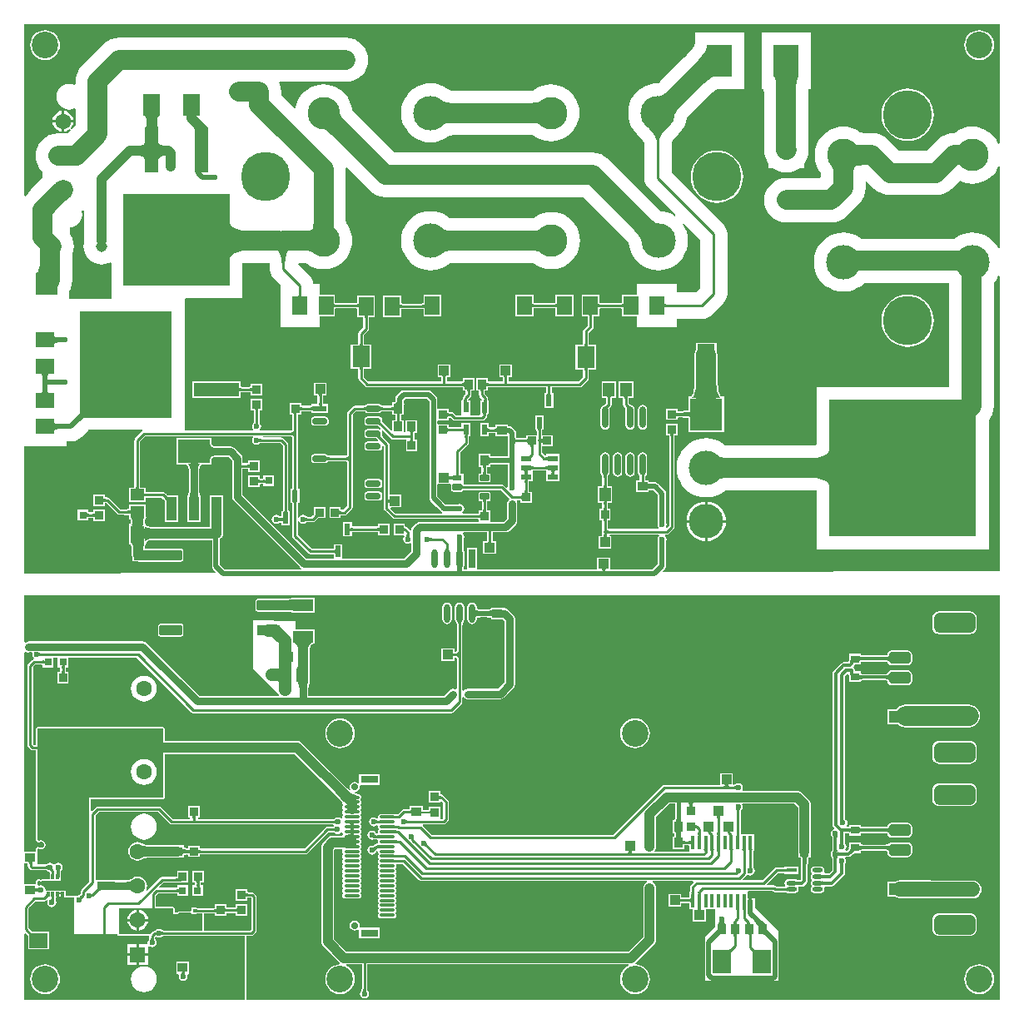
<source format=gtl>
G04*
G04 #@! TF.GenerationSoftware,Altium Limited,Altium Designer,18.1.9 (240)*
G04*
G04 Layer_Physical_Order=1*
G04 Layer_Color=255*
%FSLAX25Y25*%
%MOIN*%
G70*
G01*
G75*
%ADD11C,0.01000*%
%ADD13C,0.01968*%
%ADD16R,0.03347X0.03347*%
%ADD17R,0.05315X0.18110*%
%ADD18R,0.42520X0.37008*%
%ADD19R,0.08504X0.08898*%
%ADD20R,0.09843X0.12992*%
%ADD21R,0.07874X0.04724*%
%ADD22R,0.03937X0.03543*%
%ADD23O,0.02520X0.07480*%
%ADD24R,0.02520X0.07480*%
%ADD25R,0.02362X0.04528*%
%ADD26R,0.03937X0.02362*%
G04:AMPARAMS|DCode=27|XSize=47.24mil|YSize=86.61mil|CornerRadius=11.81mil|HoleSize=0mil|Usage=FLASHONLY|Rotation=90.000|XOffset=0mil|YOffset=0mil|HoleType=Round|Shape=RoundedRectangle|*
%AMROUNDEDRECTD27*
21,1,0.04724,0.06299,0,0,90.0*
21,1,0.02362,0.08661,0,0,90.0*
1,1,0.02362,0.03150,0.01181*
1,1,0.02362,0.03150,-0.01181*
1,1,0.02362,-0.03150,-0.01181*
1,1,0.02362,-0.03150,0.01181*
%
%ADD27ROUNDEDRECTD27*%
%ADD28R,0.08661X0.04724*%
G04:AMPARAMS|DCode=29|XSize=78.74mil|YSize=165.35mil|CornerRadius=19.68mil|HoleSize=0mil|Usage=FLASHONLY|Rotation=90.000|XOffset=0mil|YOffset=0mil|HoleType=Round|Shape=RoundedRectangle|*
%AMROUNDEDRECTD29*
21,1,0.07874,0.12598,0,0,90.0*
21,1,0.03937,0.16535,0,0,90.0*
1,1,0.03937,0.06299,0.01968*
1,1,0.03937,0.06299,-0.01968*
1,1,0.03937,-0.06299,-0.01968*
1,1,0.03937,-0.06299,0.01968*
%
%ADD29ROUNDEDRECTD29*%
%ADD30R,0.03543X0.03150*%
%ADD31R,0.03347X0.03347*%
%ADD32R,0.03543X0.03937*%
%ADD33R,0.01772X0.05709*%
%ADD34O,0.04331X0.01772*%
%ADD35R,0.04331X0.01772*%
%ADD36R,0.07480X0.09449*%
%ADD37R,0.13583X0.06102*%
%ADD38R,0.03150X0.03150*%
%ADD39R,0.08500X0.07000*%
%ADD40R,0.07284X0.05906*%
%ADD41R,0.37008X0.42520*%
%ADD42R,0.18110X0.05315*%
%ADD43R,0.07000X0.08500*%
%ADD44R,0.05906X0.07284*%
%ADD45R,0.59055X0.55118*%
%ADD46R,0.04528X0.05512*%
%ADD47O,0.02362X0.08661*%
%ADD48R,0.03740X0.02362*%
G04:AMPARAMS|DCode=49|XSize=23.62mil|YSize=37.4mil|CornerRadius=2.95mil|HoleSize=0mil|Usage=FLASHONLY|Rotation=90.000|XOffset=0mil|YOffset=0mil|HoleType=Round|Shape=RoundedRectangle|*
%AMROUNDEDRECTD49*
21,1,0.02362,0.03150,0,0,90.0*
21,1,0.01772,0.03740,0,0,90.0*
1,1,0.00591,0.01575,0.00886*
1,1,0.00591,0.01575,-0.00886*
1,1,0.00591,-0.01575,-0.00886*
1,1,0.00591,-0.01575,0.00886*
%
%ADD49ROUNDEDRECTD49*%
%ADD50R,0.05709X0.02362*%
G04:AMPARAMS|DCode=51|XSize=23.62mil|YSize=57.09mil|CornerRadius=5.91mil|HoleSize=0mil|Usage=FLASHONLY|Rotation=90.000|XOffset=0mil|YOffset=0mil|HoleType=Round|Shape=RoundedRectangle|*
%AMROUNDEDRECTD51*
21,1,0.02362,0.04528,0,0,90.0*
21,1,0.01181,0.05709,0,0,90.0*
1,1,0.01181,0.02264,0.00591*
1,1,0.01181,0.02264,-0.00591*
1,1,0.01181,-0.02264,-0.00591*
1,1,0.01181,-0.02264,0.00591*
%
%ADD51ROUNDEDRECTD51*%
%ADD52R,0.03150X0.03150*%
%ADD53R,0.12992X0.09449*%
%ADD54R,0.03937X0.09449*%
%ADD55R,0.05512X0.04528*%
G04:AMPARAMS|DCode=56|XSize=39.37mil|YSize=90.16mil|CornerRadius=3.94mil|HoleSize=0mil|Usage=FLASHONLY|Rotation=90.000|XOffset=0mil|YOffset=0mil|HoleType=Round|Shape=RoundedRectangle|*
%AMROUNDEDRECTD56*
21,1,0.03937,0.08228,0,0,90.0*
21,1,0.03150,0.09016,0,0,90.0*
1,1,0.00787,0.04114,0.01575*
1,1,0.00787,0.04114,-0.01575*
1,1,0.00787,-0.04114,-0.01575*
1,1,0.00787,-0.04114,0.01575*
%
%ADD56ROUNDEDRECTD56*%
%ADD57R,0.09016X0.03937*%
%ADD58R,0.05512X0.07087*%
%ADD59R,0.03150X0.00787*%
%ADD60R,0.01181X0.01968*%
%ADD61R,0.06693X0.03937*%
%ADD62R,0.02362X0.04134*%
%ADD63R,0.03110X0.01181*%
%ADD64R,0.00984X0.01575*%
%ADD65R,0.04724X0.03937*%
%ADD66R,0.07087X0.03150*%
%ADD67R,0.06299X0.01181*%
%ADD68O,0.06299X0.01181*%
%ADD134R,0.03937X0.03937*%
%ADD135C,0.03937*%
%ADD136C,0.05906*%
%ADD137C,0.07874*%
%ADD138C,0.02953*%
%ADD139C,0.04921*%
%ADD140C,0.01339*%
%ADD141C,0.01575*%
%ADD142C,0.00600*%
%ADD143C,0.03150*%
%ADD144C,0.01378*%
%ADD145C,0.04500*%
%ADD146R,0.04500X0.04500*%
%ADD147C,0.19685*%
%ADD148C,0.06299*%
%ADD149R,0.06299X0.06299*%
%ADD150R,0.04500X0.04500*%
%ADD151C,0.12992*%
%ADD152C,0.13780*%
%ADD153R,0.12992X0.12992*%
%ADD154C,0.10630*%
%ADD155C,0.02756*%
%ADD156C,0.02362*%
%ADD157C,0.04724*%
G36*
X281659Y371075D02*
X281206Y371680D01*
X280606Y372027D01*
X279860Y372116D01*
X278967Y371946D01*
X277926Y371519D01*
X276739Y370833D01*
X275406Y369889D01*
X273925Y368686D01*
X270523Y365507D01*
X269392Y375512D01*
X270450Y376599D01*
X272955Y379549D01*
X273568Y380428D01*
X274069Y381256D01*
X274459Y382031D01*
X274737Y382753D01*
X274904Y383424D01*
X274960Y384043D01*
X281659Y371075D01*
D02*
G37*
G36*
X392070Y392069D02*
Y344428D01*
X391569Y344329D01*
X391307Y344963D01*
X390368Y346496D01*
X389201Y347862D01*
X387834Y349029D01*
X386302Y349968D01*
X384641Y350656D01*
X382894Y351075D01*
X381102Y351216D01*
X379311Y351075D01*
X377563Y350656D01*
X375903Y349968D01*
X374371Y349029D01*
X373944Y348665D01*
X373785D01*
X372049Y348494D01*
X370379Y347987D01*
X368840Y347165D01*
X367491Y346058D01*
X362940Y341507D01*
X351825D01*
X347274Y346058D01*
X345925Y347165D01*
X344387Y347987D01*
X342717Y348494D01*
X340980Y348665D01*
X338566D01*
X337975Y348670D01*
X336920Y348710D01*
X336596Y348742D01*
X336259Y349029D01*
X334727Y349968D01*
X333067Y350656D01*
X331319Y351075D01*
X329528Y351216D01*
X327736Y351075D01*
X325989Y350656D01*
X324328Y349968D01*
X322796Y349029D01*
X321429Y347862D01*
X320262Y346496D01*
X319323Y344963D01*
X318636Y343303D01*
X318216Y341555D01*
X318075Y339764D01*
X318216Y337972D01*
X318636Y336225D01*
X319323Y334564D01*
X320262Y333032D01*
X320528Y332721D01*
X320622Y331253D01*
X320623Y331133D01*
X320163Y330633D01*
X306693D01*
X304956Y330462D01*
X303287Y329956D01*
X301748Y329133D01*
X300399Y328026D01*
X299292Y326677D01*
X298469Y325139D01*
X297963Y323469D01*
X297792Y321732D01*
X297963Y319996D01*
X298469Y318326D01*
X299292Y316787D01*
X300399Y315438D01*
X301748Y314331D01*
X303287Y313509D01*
X304956Y313002D01*
X306693Y312831D01*
X324619D01*
X326355Y313002D01*
X328025Y313509D01*
X329564Y314331D01*
X330913Y315438D01*
X335822Y320347D01*
X336929Y321696D01*
X337751Y323235D01*
X338258Y324905D01*
X338429Y326641D01*
Y329074D01*
X338891Y329265D01*
X341844Y326312D01*
X343193Y325205D01*
X344732Y324382D01*
X346402Y323875D01*
X348138Y323705D01*
X366627D01*
X368364Y323875D01*
X370034Y324382D01*
X371572Y325205D01*
X372921Y326312D01*
X376091Y329482D01*
X377563Y328872D01*
X379311Y328452D01*
X381102Y328311D01*
X382894Y328452D01*
X384641Y328872D01*
X386302Y329559D01*
X387834Y330498D01*
X389201Y331665D01*
X390368Y333032D01*
X391307Y334564D01*
X391569Y335199D01*
X392070Y335099D01*
Y302594D01*
X391569Y302453D01*
X390687Y303893D01*
X389480Y305307D01*
X388066Y306514D01*
X386481Y307485D01*
X384763Y308197D01*
X382956Y308631D01*
X381102Y308777D01*
X379249Y308631D01*
X377441Y308197D01*
X375724Y307485D01*
X374138Y306514D01*
X373937Y306342D01*
X336693D01*
X336491Y306514D01*
X334906Y307485D01*
X333189Y308197D01*
X331381Y308631D01*
X329528Y308777D01*
X327674Y308631D01*
X325867Y308197D01*
X324149Y307485D01*
X322564Y306514D01*
X321150Y305307D01*
X319943Y303893D01*
X318971Y302308D01*
X318260Y300590D01*
X317826Y298782D01*
X317680Y296929D01*
X317826Y295076D01*
X318260Y293268D01*
X318971Y291550D01*
X319943Y289965D01*
X321150Y288552D01*
X322564Y287344D01*
X324149Y286373D01*
X325867Y285662D01*
X327674Y285227D01*
X329528Y285082D01*
X331381Y285227D01*
X333189Y285662D01*
X334906Y286373D01*
X336491Y287344D01*
X337891Y288540D01*
X371971D01*
Y246850D01*
X318864D01*
Y223711D01*
X318131Y223589D01*
X317136Y223501D01*
X315873Y223468D01*
X284404D01*
X283161Y223498D01*
X282255Y223577D01*
X282200Y223585D01*
X281537Y224152D01*
X279951Y225123D01*
X278234Y225835D01*
X276426Y226269D01*
X274573Y226414D01*
X272719Y226269D01*
X270912Y225835D01*
X269194Y225123D01*
X267609Y224152D01*
X266195Y222944D01*
X264988Y221531D01*
X264017Y219946D01*
X263305Y218228D01*
X262871Y216420D01*
X262725Y214567D01*
X262871Y212714D01*
X263305Y210906D01*
X264017Y209188D01*
X264988Y207603D01*
X266195Y206189D01*
X267609Y204982D01*
X269194Y204011D01*
X270912Y203299D01*
X272719Y202865D01*
X274573Y202719D01*
X276426Y202865D01*
X278234Y203299D01*
X279951Y204011D01*
X281537Y204982D01*
X282200Y205549D01*
X282211Y205551D01*
X283791Y205659D01*
X284355Y205666D01*
X315873D01*
X317136Y205633D01*
X318131Y205545D01*
X318864Y205423D01*
Y181890D01*
X387762D01*
Y233572D01*
X388273Y234194D01*
X389096Y235733D01*
X389602Y237403D01*
X389773Y239140D01*
Y288895D01*
X390687Y289965D01*
X391569Y291405D01*
X392070Y291264D01*
Y173224D01*
X257349Y172888D01*
X257158Y173349D01*
X258032Y174224D01*
X258382Y174748D01*
X258505Y175366D01*
Y185235D01*
X258568Y185329D01*
X258706Y186024D01*
X258568Y186719D01*
X258174Y187308D01*
X258103Y187355D01*
X258255Y187855D01*
X258858D01*
X258858Y187855D01*
X259288Y187940D01*
X259651Y188183D01*
X261620Y190152D01*
X261863Y190516D01*
X261948Y190945D01*
X261948Y190945D01*
Y227181D01*
X261976Y227243D01*
X261981Y227415D01*
X261992Y227543D01*
X262007Y227640D01*
X262010Y227648D01*
X263100D01*
Y232194D01*
X258554D01*
Y227648D01*
X259644D01*
X259646Y227640D01*
X259662Y227543D01*
X259673Y227415D01*
X259678Y227243D01*
X259705Y227181D01*
Y191409D01*
X258678Y190382D01*
X258599Y190402D01*
X258379Y190972D01*
X258554Y191234D01*
X258692Y191929D01*
X258554Y192624D01*
X258505Y192697D01*
Y204354D01*
X258382Y204972D01*
X258032Y205496D01*
X255201Y208327D01*
X254677Y208677D01*
X254059Y208800D01*
X251584D01*
Y209557D01*
X250177D01*
Y211324D01*
X250339Y211432D01*
X250733Y212022D01*
X250871Y212717D01*
Y219016D01*
X250733Y219711D01*
X250339Y220300D01*
X249750Y220693D01*
X249055Y220832D01*
X248360Y220693D01*
X247771Y220300D01*
X247377Y219711D01*
X247239Y219016D01*
Y212717D01*
X247377Y212022D01*
X247771Y211432D01*
X247934Y211324D01*
Y209557D01*
X246447D01*
Y204813D01*
X251584D01*
Y205570D01*
X253390D01*
X255275Y203685D01*
Y192738D01*
X255198Y192624D01*
X255060Y191929D01*
X255198Y191234D01*
X255592Y190645D01*
X255662Y190598D01*
X255511Y190098D01*
X235646D01*
X235589Y190125D01*
X235439Y190133D01*
X235432Y190134D01*
X235188Y190584D01*
X235192Y190604D01*
X235177Y190627D01*
Y193126D01*
X235204Y193188D01*
X235209Y193360D01*
X235220Y193488D01*
X235236Y193585D01*
X235238Y193593D01*
X236328D01*
Y198139D01*
X235238D01*
X235236Y198148D01*
X235220Y198244D01*
X235209Y198372D01*
X235204Y198544D01*
X235177Y198606D01*
Y199917D01*
X235204Y199979D01*
X235209Y200152D01*
X235220Y200279D01*
X235236Y200376D01*
X235238Y200384D01*
X236919D01*
Y207096D01*
X235238D01*
X235236Y207104D01*
X235220Y207201D01*
X235209Y207329D01*
X235204Y207501D01*
X235177Y207563D01*
Y210583D01*
X235205Y210647D01*
X235209Y210908D01*
X235222Y211124D01*
X235242Y211302D01*
X235256Y211377D01*
X235339Y211432D01*
X235474Y211635D01*
X235505Y211647D01*
X235525Y211696D01*
X235570Y211723D01*
X235591Y211809D01*
X235733Y212022D01*
X235871Y212717D01*
Y219016D01*
X235733Y219711D01*
X235339Y220300D01*
X234750Y220693D01*
X234055Y220832D01*
X233360Y220693D01*
X232771Y220300D01*
X232377Y219711D01*
X232239Y219016D01*
Y212717D01*
X232377Y212022D01*
X232520Y211809D01*
X232540Y211723D01*
X232585Y211696D01*
X232605Y211647D01*
X232636Y211635D01*
X232771Y211432D01*
X232855Y211377D01*
X232867Y211311D01*
X232901Y210900D01*
X232906Y210647D01*
X232934Y210583D01*
Y207563D01*
X232906Y207501D01*
X232901Y207329D01*
X232890Y207201D01*
X232874Y207104D01*
X232872Y207096D01*
X231191D01*
Y200384D01*
X232872D01*
X232874Y200376D01*
X232890Y200279D01*
X232901Y200152D01*
X232906Y199979D01*
X232934Y199917D01*
Y198606D01*
X232906Y198544D01*
X232901Y198372D01*
X232890Y198244D01*
X232874Y198148D01*
X232872Y198139D01*
X231782D01*
Y193593D01*
X232872D01*
X232874Y193585D01*
X232890Y193488D01*
X232901Y193360D01*
X232906Y193188D01*
X232934Y193126D01*
Y189127D01*
X232918Y189104D01*
X232934Y189026D01*
Y188926D01*
X232918Y188849D01*
X232934Y188826D01*
Y187782D01*
X232906Y187720D01*
X232901Y187547D01*
X232890Y187420D01*
X232874Y187323D01*
X232872Y187315D01*
X231487D01*
Y182178D01*
X236624D01*
Y187315D01*
X236007D01*
X235893Y187591D01*
X236077Y187855D01*
X255524D01*
X255676Y187355D01*
X255606Y187308D01*
X255212Y186719D01*
X255074Y186024D01*
X255212Y185329D01*
X255275Y185235D01*
Y176035D01*
X253099Y173859D01*
X236132D01*
Y178603D01*
X230995D01*
Y173859D01*
X183168D01*
X182720Y173987D01*
X182720Y174359D01*
Y182667D01*
X179001D01*
Y174359D01*
X179001Y173987D01*
X178553Y173859D01*
X177970D01*
X177620Y174216D01*
X177631Y174769D01*
X177658Y175121D01*
X177672Y175229D01*
X177683Y175285D01*
X177697Y175329D01*
X177684Y175469D01*
X177720Y175605D01*
X177712Y175620D01*
X177757Y175847D01*
Y180807D01*
X177612Y181533D01*
X177595Y181560D01*
X177494Y183575D01*
X177476Y183612D01*
Y186219D01*
X177538Y186313D01*
X177677Y187008D01*
X177538Y187703D01*
X177187Y188229D01*
X177258Y188494D01*
X177390Y188729D01*
X186772D01*
Y185703D01*
X186744Y185640D01*
X186740Y185468D01*
X186729Y185340D01*
X186713Y185244D01*
X186711Y185235D01*
X185325D01*
Y180098D01*
X190462D01*
Y185235D01*
X189077D01*
X189074Y185244D01*
X189058Y185340D01*
X189047Y185468D01*
X189043Y185640D01*
X189015Y185703D01*
Y188729D01*
X194244D01*
X195054Y188891D01*
X195741Y189349D01*
X198347Y191956D01*
X198347Y191956D01*
X198806Y192643D01*
X198968Y193453D01*
X198968Y193453D01*
Y200118D01*
X198806Y200928D01*
X198669Y201134D01*
X198936Y201634D01*
X199701D01*
X199763Y201607D01*
X199935Y201602D01*
X200063Y201591D01*
X200159Y201575D01*
X200168Y201573D01*
Y200483D01*
X204714D01*
Y205029D01*
X203624D01*
X203622Y205038D01*
X203606Y205134D01*
X203595Y205262D01*
X203590Y205434D01*
X203562Y205496D01*
Y208579D01*
X203590Y208641D01*
X203595Y208813D01*
X203606Y208941D01*
X203622Y209037D01*
X203624Y209046D01*
X205010D01*
Y212608D01*
X205010D01*
Y212786D01*
X205010D01*
Y213384D01*
X205018Y213386D01*
X205114Y213402D01*
X205242Y213413D01*
X205414Y213418D01*
X205476Y213445D01*
X210153D01*
X210215Y213418D01*
X210385Y213413D01*
X210510Y213402D01*
X210604Y213387D01*
X210620Y213382D01*
Y212786D01*
X210620D01*
Y212608D01*
X210620D01*
Y209046D01*
X215757D01*
Y212608D01*
X215757D01*
Y212786D01*
X215757D01*
Y216348D01*
X215757D01*
Y216526D01*
X215757D01*
Y220088D01*
X210620D01*
Y219492D01*
X210604Y219487D01*
X210510Y219472D01*
X210385Y219461D01*
X210215Y219456D01*
X210153Y219429D01*
X210032D01*
X208937Y220524D01*
Y223120D01*
X213139D01*
Y227667D01*
X208937D01*
Y229327D01*
X208964Y229389D01*
X208969Y229559D01*
X208980Y229684D01*
X208995Y229778D01*
X209000Y229794D01*
X209596D01*
Y235521D01*
X206034D01*
Y229794D01*
X206630D01*
X206635Y229778D01*
X206650Y229684D01*
X206661Y229559D01*
X206666Y229389D01*
X206693Y229327D01*
Y227667D01*
X202491D01*
Y226577D01*
X202482Y226574D01*
X202386Y226558D01*
X202258Y226547D01*
X202086Y226543D01*
X202024Y226515D01*
X199736D01*
X199670Y226543D01*
X199312Y226545D01*
X198758Y226563D01*
X198745Y226572D01*
X198712Y226607D01*
X198664Y226684D01*
X198610Y226813D01*
X198560Y226999D01*
X198519Y227237D01*
X198493Y227526D01*
X198484Y227880D01*
X198472Y227907D01*
X198480Y227935D01*
X198466Y227961D01*
Y228492D01*
X198343Y229111D01*
X197993Y229635D01*
X196839Y230788D01*
X196315Y231138D01*
X195786Y231243D01*
X195700Y231279D01*
X195501Y231280D01*
X195237Y231287D01*
Y231998D01*
X190100D01*
Y230809D01*
X190092Y230807D01*
X189996Y230791D01*
X189868Y230780D01*
X189696Y230775D01*
X189633Y230748D01*
X188075D01*
X188013Y230775D01*
X187840Y230780D01*
X187713Y230791D01*
X187616Y230807D01*
X187608Y230809D01*
Y232391D01*
X184046D01*
Y227058D01*
X187608D01*
Y228443D01*
X187616Y228445D01*
X187713Y228461D01*
X187840Y228472D01*
X188013Y228477D01*
X188075Y228504D01*
X189633D01*
X189696Y228477D01*
X189868Y228472D01*
X189996Y228461D01*
X190092Y228445D01*
X190100Y228443D01*
Y227254D01*
X195235D01*
Y225492D01*
X195221Y225466D01*
X195235Y225417D01*
Y225371D01*
X195221Y225321D01*
X195235Y225295D01*
Y219135D01*
X189514D01*
X189473Y219153D01*
X189119Y219162D01*
X188829Y219188D01*
X188589Y219227D01*
X188403Y219277D01*
X188271Y219330D01*
X188194Y219376D01*
X188161Y219407D01*
X188151Y219422D01*
X188145Y219437D01*
X188134Y219545D01*
X188100Y219607D01*
Y220088D01*
X187578D01*
X187488Y220126D01*
X187454Y220112D01*
X187419Y220122D01*
X187357Y220088D01*
X183357D01*
Y214951D01*
X184545D01*
X184548Y214943D01*
X184564Y214846D01*
X184575Y214719D01*
X184579Y214546D01*
X184607Y214484D01*
Y212805D01*
X184579Y212743D01*
X184575Y212570D01*
X184564Y212443D01*
X184548Y212350D01*
X184252D01*
X183903Y212280D01*
X183607Y212083D01*
X183409Y211786D01*
X183339Y211437D01*
Y209665D01*
X183409Y209316D01*
X183607Y209020D01*
X183903Y208822D01*
X184252Y208753D01*
X187402D01*
X187751Y208822D01*
X188047Y209020D01*
X188245Y209316D01*
X188314Y209665D01*
Y211437D01*
X188245Y211786D01*
X188047Y212083D01*
X187751Y212280D01*
X187402Y212350D01*
X186908D01*
X186893Y212443D01*
X186882Y212570D01*
X186878Y212743D01*
X186850Y212805D01*
Y214484D01*
X186878Y214546D01*
X186882Y214719D01*
X186893Y214846D01*
X187385Y214936D01*
X187419Y214917D01*
X187454Y214928D01*
X187488Y214914D01*
X187578Y214951D01*
X188100D01*
Y215432D01*
X188134Y215494D01*
X188145Y215602D01*
X188151Y215618D01*
X188161Y215632D01*
X188194Y215663D01*
X188271Y215710D01*
X188403Y215763D01*
X188589Y215812D01*
X188829Y215852D01*
X189119Y215877D01*
X189473Y215886D01*
X189514Y215904D01*
X195235D01*
Y207206D01*
X195173Y207112D01*
X195109Y206791D01*
X194566Y206626D01*
X193588Y207604D01*
X193225Y207847D01*
X192795Y207933D01*
X192795Y207933D01*
X177942D01*
X177880Y207960D01*
X177702Y207965D01*
X177618Y207972D01*
X177461Y208168D01*
X177397Y208281D01*
X177470Y208770D01*
X177467Y208761D01*
X177470Y208770D01*
X177470Y208770D01*
X177470Y208770D01*
Y212332D01*
X176183D01*
X176181Y212341D01*
X176165Y212437D01*
X176154Y212565D01*
X176149Y212737D01*
X176121Y212799D01*
Y220683D01*
X179139Y223701D01*
X179139Y223701D01*
X179383Y224065D01*
X179468Y224494D01*
Y226590D01*
X179496Y226652D01*
X179500Y226822D01*
X179511Y226947D01*
X179527Y227041D01*
X179531Y227058D01*
X180128D01*
Y232391D01*
X176565D01*
Y230907D01*
X176557Y230905D01*
X176461Y230889D01*
X176333Y230878D01*
X176161Y230874D01*
X176098Y230846D01*
X172032D01*
X171969Y230874D01*
X171797Y230878D01*
X171669Y230889D01*
X171573Y230905D01*
X171565Y230907D01*
Y231998D01*
X167018Y231998D01*
X166970Y232477D01*
Y233074D01*
X167018Y233554D01*
X167470Y233554D01*
X171565D01*
Y234644D01*
X171573Y234646D01*
X171669Y234662D01*
X171797Y234673D01*
X171969Y234678D01*
X172032Y234705D01*
X172173D01*
X173105Y233774D01*
X173105Y233774D01*
X173468Y233531D01*
X173898Y233445D01*
X173898Y233445D01*
X184980D01*
X184980Y233445D01*
X185409Y233531D01*
X185773Y233774D01*
X186620Y234620D01*
X186620Y234620D01*
X186863Y234984D01*
X186948Y235413D01*
X186948Y235413D01*
Y235645D01*
X186976Y235707D01*
X186980Y235877D01*
X186992Y236003D01*
X187007Y236096D01*
X187012Y236113D01*
X187608D01*
Y240702D01*
X187641Y240762D01*
X187630Y240801D01*
X187645Y240838D01*
X187608Y240927D01*
Y241446D01*
X187205D01*
X187203Y241455D01*
X187188Y241552D01*
X187177Y241680D01*
X187173Y241851D01*
X187145Y241913D01*
Y242421D01*
X187145Y242421D01*
X187060Y242850D01*
X186817Y243214D01*
X186817Y243214D01*
X185866Y244165D01*
Y244996D01*
X185893Y245058D01*
X185898Y245231D01*
X185909Y245358D01*
X185925Y245455D01*
X185927Y245463D01*
X187116D01*
Y246849D01*
X187124Y246851D01*
X187221Y246867D01*
X187348Y246878D01*
X187521Y246882D01*
X187583Y246910D01*
X193898D01*
X193898Y246910D01*
X193898Y246910D01*
X210434D01*
Y244847D01*
X210406Y244784D01*
X210401Y244612D01*
X210390Y244484D01*
X210374Y244388D01*
X210372Y244379D01*
X209774D01*
Y238652D01*
X213336D01*
Y244379D01*
X212738D01*
X212736Y244388D01*
X212720Y244484D01*
X212709Y244612D01*
X212704Y244784D01*
X212677Y244847D01*
Y246910D01*
X223955D01*
X223955Y246910D01*
X224385Y246995D01*
X224748Y247238D01*
X227140Y249630D01*
X227140Y249630D01*
X227383Y249994D01*
X227469Y250423D01*
X227469Y250423D01*
Y253541D01*
X227496Y253603D01*
X227501Y253773D01*
X227512Y253898D01*
X227527Y253992D01*
X227532Y254008D01*
X230447D01*
Y263708D01*
X227530D01*
X227528Y263717D01*
X227512Y263813D01*
X227501Y263941D01*
X227496Y264113D01*
X227469Y264175D01*
Y268669D01*
X229109Y270309D01*
X229352Y270673D01*
X229437Y271102D01*
X229437Y271102D01*
Y274819D01*
X229465Y274881D01*
X229469Y275053D01*
X229481Y275181D01*
X229496Y275277D01*
X229499Y275286D01*
X231868D01*
Y278345D01*
X231877Y278347D01*
X231973Y278363D01*
X232101Y278374D01*
X232273Y278378D01*
X232335Y278406D01*
X240356D01*
X240418Y278378D01*
X240588Y278374D01*
X240713Y278363D01*
X240807Y278347D01*
X240823Y278343D01*
Y275286D01*
X246935D01*
Y270965D01*
X262683D01*
Y274060D01*
X272835D01*
X274250Y274246D01*
X275569Y274792D01*
X276701Y275661D01*
X281425Y280385D01*
X281425Y280385D01*
X282295Y281518D01*
X282841Y282837D01*
X283027Y284252D01*
Y308226D01*
X282841Y309642D01*
X282295Y310960D01*
X281425Y312093D01*
X260671Y332848D01*
Y345015D01*
X260837Y345264D01*
X261102Y345617D01*
X262818Y347543D01*
X263540Y348268D01*
X263570Y348307D01*
X263580Y348315D01*
X264788Y349729D01*
X265759Y351314D01*
X266470Y353032D01*
X266856Y354636D01*
X268103Y356060D01*
X268499Y356463D01*
X273982Y361946D01*
X277188Y364942D01*
X278407Y365932D01*
X278704Y366142D01*
X281287D01*
X281427Y366117D01*
X281723Y366142D01*
X289711D01*
Y388976D01*
X275451D01*
X275404Y388987D01*
X275297Y388983D01*
X275192Y389001D01*
X274895Y388976D01*
X270026D01*
Y384535D01*
X270016Y384488D01*
X269994Y384251D01*
X269994Y384251D01*
X269914Y384042D01*
X269722Y383660D01*
X269404Y383136D01*
X269018Y382581D01*
X266775Y379940D01*
X265877Y379017D01*
X256592Y369732D01*
X256175Y369326D01*
X255376Y368622D01*
X255265Y368536D01*
X255203Y368541D01*
X253349Y368395D01*
X251542Y367961D01*
X249824Y367249D01*
X248239Y366278D01*
X246825Y365070D01*
X245618Y363657D01*
X244646Y362072D01*
X243935Y360354D01*
X243501Y358546D01*
X243355Y356693D01*
X243501Y354840D01*
X243935Y353032D01*
X244646Y351314D01*
X245618Y349729D01*
X246777Y348372D01*
X246822Y348311D01*
X248272Y346822D01*
X249276Y345653D01*
X249569Y345264D01*
X249735Y345015D01*
Y330583D01*
X249921Y329168D01*
X250467Y327849D01*
X251336Y326716D01*
X262326Y315727D01*
X262014Y315331D01*
X260812Y316068D01*
X259094Y316779D01*
X257286Y317214D01*
X256417Y317282D01*
X256407Y317288D01*
X255213Y318329D01*
X254809Y318724D01*
X235349Y338184D01*
X234000Y339291D01*
X232462Y340113D01*
X230792Y340620D01*
X229055Y340791D01*
X149913D01*
X134109Y356596D01*
X133694Y357017D01*
X132976Y357792D01*
X132770Y358043D01*
X132735Y358485D01*
X132315Y360232D01*
X131628Y361892D01*
X130689Y363425D01*
X129521Y364791D01*
X128155Y365958D01*
X126622Y366897D01*
X124962Y367585D01*
X123215Y368004D01*
X121423Y368145D01*
X119632Y368004D01*
X117884Y367585D01*
X116224Y366897D01*
X114691Y365958D01*
X113325Y364791D01*
X112158Y363425D01*
X111219Y361892D01*
X110531Y360232D01*
X110151Y358650D01*
X109650Y358444D01*
X104374Y363721D01*
Y365158D01*
X104202Y366894D01*
X103696Y368564D01*
X103665Y368623D01*
X103921Y369052D01*
X130283D01*
X132020Y369223D01*
X133690Y369729D01*
X135229Y370552D01*
X136577Y371659D01*
X137684Y373008D01*
X138507Y374547D01*
X139014Y376216D01*
X139184Y377953D01*
X139014Y379689D01*
X138507Y381359D01*
X137684Y382898D01*
X136577Y384247D01*
X135229Y385354D01*
X133690Y386176D01*
X132020Y386683D01*
X130283Y386854D01*
X39604D01*
X37868Y386683D01*
X36198Y386176D01*
X34659Y385354D01*
X33310Y384247D01*
X24635Y375571D01*
X23528Y374223D01*
X22706Y372684D01*
X22199Y371014D01*
X22028Y369278D01*
Y368147D01*
X21612Y367869D01*
X20850Y368184D01*
X19512Y368361D01*
X18173Y368184D01*
X16926Y367668D01*
X15855Y366846D01*
X15033Y365775D01*
X14516Y364528D01*
X14340Y363189D01*
X14516Y361850D01*
X15033Y360603D01*
X15855Y359532D01*
X16926Y358710D01*
X18173Y358193D01*
X19512Y358017D01*
X20850Y358193D01*
X21612Y358509D01*
X22028Y358231D01*
Y351725D01*
X20394Y350090D01*
X20017Y350421D01*
X20254Y350730D01*
X20656Y351254D01*
X21074Y352263D01*
X21151Y352847D01*
X17531D01*
Y349227D01*
X18115Y349304D01*
X19124Y349722D01*
X19648Y350124D01*
X19957Y350361D01*
X20288Y349984D01*
X18771Y348468D01*
X15063D01*
X13327Y348297D01*
X11657Y347791D01*
X10118Y346968D01*
X8769Y345861D01*
X7662Y344512D01*
X6839Y342973D01*
X6333Y341303D01*
X6162Y339567D01*
X6333Y337830D01*
X6839Y336161D01*
X7662Y334622D01*
X8769Y333273D01*
X8961Y333116D01*
Y330801D01*
X4153Y325994D01*
X3046Y324645D01*
X2754Y324098D01*
X2667Y324011D01*
X2102Y323323D01*
X1631Y323491D01*
Y392070D01*
X392070Y392069D01*
D02*
G37*
G36*
X265005Y359990D02*
X264463Y359438D01*
X262847Y357593D01*
X262580Y357222D01*
X262369Y356887D01*
X262213Y356588D01*
X262112Y356325D01*
X262067Y356098D01*
X255935Y363544D01*
X256219Y363545D01*
X256532Y363605D01*
X256874Y363724D01*
X257247Y363902D01*
X257648Y364140D01*
X258079Y364437D01*
X258540Y364793D01*
X259549Y365684D01*
X260098Y366217D01*
X265005Y359990D01*
D02*
G37*
G36*
X55835Y355757D02*
X55577Y355639D01*
X55349Y355442D01*
X55151Y355166D01*
X54984Y354812D01*
X54848Y354379D01*
X54741Y353867D01*
X54672Y353332D01*
X54774Y351957D01*
X54848Y351602D01*
X54936Y351327D01*
X55038Y351130D01*
X55153Y351012D01*
X55281Y350972D01*
X49990D01*
X50119Y351012D01*
X50234Y351130D01*
X50336Y351327D01*
X50424Y351602D01*
X50498Y351957D01*
X50559Y352390D01*
X50608Y353060D01*
X50531Y353867D01*
X50424Y354379D01*
X50287Y354812D01*
X50120Y355166D01*
X49923Y355442D01*
X49695Y355639D01*
X49437Y355757D01*
X49148Y355796D01*
X56124D01*
X55835Y355757D01*
D02*
G37*
G36*
X127944Y356438D02*
X128024Y356212D01*
X128158Y355949D01*
X128347Y355648D01*
X128589Y355311D01*
X129237Y354524D01*
X130103Y353590D01*
X130617Y353067D01*
X125049Y347499D01*
X124526Y348013D01*
X122806Y349527D01*
X122468Y349770D01*
X122168Y349958D01*
X121904Y350092D01*
X121677Y350172D01*
X121488Y350197D01*
X127919Y356628D01*
X127944Y356438D01*
D02*
G37*
G36*
X75281Y350972D02*
X70002Y347495D01*
X70276Y347748D01*
X70427Y348068D01*
X70456Y348455D01*
X70363Y348908D01*
X70148Y349428D01*
X69811Y350014D01*
X69353Y350667D01*
X68772Y351387D01*
X67244Y353025D01*
X70689Y355148D01*
X75281Y350972D01*
D02*
G37*
G36*
X259204Y350949D02*
X257259Y348765D01*
X256783Y348133D01*
X256394Y347548D01*
X256092Y347011D01*
X255876Y346522D01*
X255746Y346081D01*
X255703Y345688D01*
X254703D01*
X254660Y346081D01*
X254530Y346522D01*
X254314Y347011D01*
X254011Y347548D01*
X253622Y348133D01*
X253147Y348765D01*
X251936Y350173D01*
X250380Y351773D01*
X260026D01*
X259204Y350949D01*
D02*
G37*
G36*
X55308Y345000D02*
X55423Y344686D01*
X55614Y344409D01*
X55882Y344169D01*
X56226Y343966D01*
X56647Y343799D01*
X57145Y343670D01*
X57719Y343578D01*
X58370Y343522D01*
X59097Y343504D01*
Y339567D01*
X58370Y339548D01*
X57719Y339493D01*
X57145Y339401D01*
X56647Y339271D01*
X56226Y339105D01*
X55882Y338902D01*
X55614Y338662D01*
X55423Y338385D01*
X55308Y338071D01*
X55269Y337720D01*
Y345351D01*
X55308Y345000D01*
D02*
G37*
G36*
X50002Y337598D02*
X49963Y337972D01*
X49845Y338307D01*
X49647Y338602D01*
X49371Y338858D01*
X49015Y339075D01*
X48581Y339252D01*
X48067Y339390D01*
X47475Y339488D01*
X46804Y339547D01*
X46053Y339567D01*
Y343504D01*
X46804Y343524D01*
X47475Y343583D01*
X48067Y343681D01*
X48581Y343819D01*
X49015Y343996D01*
X49371Y344213D01*
X49647Y344468D01*
X49845Y344764D01*
X49963Y345098D01*
X50002Y345473D01*
Y337598D01*
D02*
G37*
G36*
X334319Y344195D02*
X334535Y344091D01*
X334816Y344000D01*
X335162Y343920D01*
X335572Y343853D01*
X336586Y343756D01*
X337859Y343707D01*
X338592Y343701D01*
Y335827D01*
X337859Y335821D01*
X335572Y335674D01*
X335162Y335607D01*
X334816Y335528D01*
X334535Y335436D01*
X334319Y335332D01*
X334167Y335216D01*
Y344311D01*
X334319Y344195D01*
D02*
G37*
G36*
X333959Y334973D02*
X333855Y334756D01*
X333764Y334475D01*
X333684Y334129D01*
X333617Y333719D01*
X333520Y332705D01*
X333471Y331432D01*
X333465Y330699D01*
X325590D01*
X325584Y331432D01*
X325438Y333719D01*
X325371Y334129D01*
X325291Y334475D01*
X325200Y334756D01*
X325096Y334973D01*
X324980Y335125D01*
X334075D01*
X333959Y334973D01*
D02*
G37*
G36*
X25595Y317699D02*
Y305432D01*
X25625Y305130D01*
X25451Y304555D01*
X25312Y303150D01*
X25451Y301744D01*
X25861Y300392D01*
X26527Y299146D01*
X27423Y298054D01*
X28515Y297158D01*
X29761Y296492D01*
X31112Y296082D01*
X32518Y295944D01*
X33924Y296082D01*
X35276Y296492D01*
X36026Y296893D01*
X36455Y296636D01*
Y282480D01*
X36198Y282087D01*
X19604D01*
Y285289D01*
X20113Y286241D01*
X20620Y287911D01*
X20791Y289648D01*
Y299905D01*
X21248Y301413D01*
X21419Y303150D01*
X21248Y304886D01*
X20742Y306556D01*
X19919Y308095D01*
X19690Y308375D01*
Y310321D01*
X19690D01*
X19734Y310802D01*
X20850Y310949D01*
X22098Y311466D01*
X23169Y312288D01*
X23991Y313359D01*
X24507Y314606D01*
X24684Y315945D01*
X24516Y317216D01*
X24582Y317424D01*
X24670Y317554D01*
X25102Y317717D01*
X25595Y317699D01*
D02*
G37*
G36*
X125366Y313843D02*
X125513Y311556D01*
X125580Y311146D01*
X125659Y310801D01*
X125751Y310519D01*
X125854Y310303D01*
X125970Y310151D01*
X116876D01*
X116992Y310303D01*
X117096Y310519D01*
X117187Y310801D01*
X117266Y311146D01*
X117334Y311556D01*
X117431Y312571D01*
X117480Y313843D01*
X117486Y314577D01*
X125360D01*
X125366Y313843D01*
D02*
G37*
G36*
X251846Y314680D02*
X253304Y313409D01*
X253727Y313099D01*
X254118Y312846D01*
X254477Y312649D01*
X254804Y312510D01*
X255100Y312427D01*
X255364Y312401D01*
X248544Y305581D01*
X248518Y305845D01*
X248435Y306140D01*
X248295Y306468D01*
X248099Y306827D01*
X247846Y307218D01*
X247536Y307641D01*
X246746Y308581D01*
X245728Y309649D01*
X251296Y315217D01*
X251846Y314680D01*
D02*
G37*
G36*
X116784Y300965D02*
X116632Y301080D01*
X116416Y301184D01*
X116135Y301276D01*
X115789Y301355D01*
X115378Y301422D01*
X114364Y301520D01*
X113092Y301569D01*
X112358Y301575D01*
Y309449D01*
X113092Y309455D01*
X115378Y309601D01*
X115789Y309668D01*
X116135Y309748D01*
X116416Y309839D01*
X116632Y309943D01*
X116784Y310059D01*
Y300965D01*
D02*
G37*
G36*
X83951Y312638D02*
X84187Y311968D01*
X84582Y311378D01*
X85133Y310866D01*
X85843Y310433D01*
X86711Y310079D01*
X87736Y309803D01*
X88919Y309606D01*
X90259Y309488D01*
X91758Y309449D01*
Y301575D01*
X90259Y301535D01*
X88919Y301417D01*
X87736Y301220D01*
X86711Y300945D01*
X85843Y300591D01*
X85133Y300157D01*
X84582Y299646D01*
X84187Y299055D01*
X83951Y298386D01*
X83872Y297638D01*
Y313386D01*
X83951Y312638D01*
D02*
G37*
G36*
X107723Y302270D02*
X107323Y301667D01*
X106969Y300993D01*
X106663Y300249D01*
X106404Y299433D01*
X106192Y298547D01*
X106027Y297589D01*
X105909Y296561D01*
X105815Y294291D01*
X104815D01*
X104791Y295462D01*
X104603Y297589D01*
X104438Y298547D01*
X104226Y299433D01*
X103967Y300249D01*
X103661Y300993D01*
X103307Y301667D01*
X102907Y302270D01*
X102460Y302801D01*
X108170D01*
X107723Y302270D01*
D02*
G37*
G36*
X139932Y325596D02*
X141281Y324489D01*
X142820Y323666D01*
X144490Y323160D01*
X146226Y322989D01*
X225368D01*
X242187Y306170D01*
X243045Y305269D01*
X243630Y304573D01*
X243663Y304528D01*
X243731Y303659D01*
X244165Y301851D01*
X244877Y300133D01*
X245848Y298548D01*
X247056Y297134D01*
X248469Y295927D01*
X250054Y294956D01*
X251772Y294244D01*
X253580Y293810D01*
X255433Y293664D01*
X257286Y293810D01*
X259094Y294244D01*
X260812Y294956D01*
X262397Y295927D01*
X263811Y297134D01*
X265018Y298548D01*
X265989Y300133D01*
X266701Y301851D01*
X267135Y303659D01*
X267281Y305512D01*
X267135Y307365D01*
X266701Y309173D01*
X265989Y310891D01*
X265253Y312093D01*
X265648Y312404D01*
X272091Y305961D01*
Y286517D01*
X270570Y284996D01*
X262683D01*
Y288090D01*
X246935D01*
Y283769D01*
X240823D01*
Y280712D01*
X240807Y280708D01*
X240713Y280692D01*
X240588Y280681D01*
X240418Y280677D01*
X240356Y280649D01*
X232335D01*
X232273Y280677D01*
X232101Y280681D01*
X231973Y280692D01*
X231877Y280708D01*
X231868Y280711D01*
Y283769D01*
X224763D01*
Y275286D01*
X227133D01*
X227135Y275277D01*
X227151Y275181D01*
X227162Y275053D01*
X227166Y274881D01*
X227194Y274819D01*
Y271567D01*
X225554Y269927D01*
X225311Y269563D01*
X225226Y269134D01*
X225226Y269134D01*
Y264175D01*
X225198Y264113D01*
X225194Y263941D01*
X225182Y263813D01*
X225167Y263717D01*
X225164Y263708D01*
X222247D01*
Y254008D01*
X225162D01*
X225167Y253992D01*
X225182Y253898D01*
X225194Y253773D01*
X225198Y253603D01*
X225226Y253541D01*
Y250888D01*
X223491Y249153D01*
X211221D01*
X211221Y249153D01*
X211220Y249153D01*
X195365D01*
Y250428D01*
X195393Y250490D01*
X195397Y250662D01*
X195408Y250790D01*
X195424Y250887D01*
X195427Y250895D01*
X196812D01*
Y256032D01*
X191675D01*
Y250895D01*
X193061D01*
X193063Y250887D01*
X193079Y250790D01*
X193090Y250662D01*
X193094Y250490D01*
X193122Y250428D01*
Y249153D01*
X187583D01*
X187521Y249181D01*
X187348Y249185D01*
X187221Y249196D01*
X187124Y249212D01*
X187116Y249214D01*
Y250600D01*
X182372D01*
Y245463D01*
X183561D01*
X183563Y245455D01*
X183579Y245358D01*
X183590Y245231D01*
X183595Y245058D01*
X183623Y244996D01*
Y243701D01*
X183623Y243701D01*
X183708Y243272D01*
X183951Y242908D01*
X184902Y241957D01*
Y241914D01*
X184874Y241851D01*
X184870Y241679D01*
X184859Y241552D01*
X184843Y241456D01*
X184840Y241446D01*
X184046D01*
Y236113D01*
X184046D01*
X183862Y235688D01*
X180311D01*
X180128Y236113D01*
X180128Y236189D01*
Y241446D01*
X179333D01*
X179330Y241456D01*
X179314Y241552D01*
X179303Y241679D01*
X179299Y241851D01*
X179271Y241914D01*
Y241957D01*
X180222Y242908D01*
X180222Y242908D01*
X180465Y243272D01*
X180551Y243701D01*
X180551Y243701D01*
Y244996D01*
X180578Y245058D01*
X180583Y245231D01*
X180594Y245358D01*
X180610Y245455D01*
X180612Y245463D01*
X181801D01*
Y250600D01*
X177058D01*
Y249216D01*
X177041Y249212D01*
X176947Y249196D01*
X176822Y249185D01*
X176652Y249181D01*
X176590Y249153D01*
X170728D01*
Y250428D01*
X170756Y250490D01*
X170760Y250662D01*
X170771Y250790D01*
X170787Y250887D01*
X170789Y250895D01*
X172175D01*
Y256032D01*
X167038D01*
Y250895D01*
X168423D01*
X168426Y250887D01*
X168441Y250790D01*
X168453Y250662D01*
X168457Y250490D01*
X168485Y250428D01*
Y249153D01*
X139321D01*
X137556Y250919D01*
Y253793D01*
X137583Y253855D01*
X137588Y254028D01*
X137599Y254155D01*
X137615Y254252D01*
X137617Y254260D01*
X140534D01*
Y263960D01*
X137619D01*
X137615Y263976D01*
X137599Y264070D01*
X137588Y264195D01*
X137583Y264365D01*
X137556Y264427D01*
Y267877D01*
X139196Y269517D01*
X139439Y269881D01*
X139524Y270310D01*
X139524Y270310D01*
Y274523D01*
X139552Y274586D01*
X139556Y274758D01*
X139568Y274886D01*
X139583Y274982D01*
X139586Y274991D01*
X141955D01*
Y283474D01*
X134850D01*
Y280711D01*
X134842Y280708D01*
X134745Y280692D01*
X134617Y280681D01*
X134445Y280677D01*
X134383Y280649D01*
X126363D01*
X126300Y280677D01*
X126130Y280681D01*
X126005Y280692D01*
X125911Y280708D01*
X125895Y280712D01*
Y283769D01*
X119783D01*
Y288090D01*
X117326D01*
X117191Y289112D01*
X116645Y290431D01*
X115776Y291563D01*
X111229Y296111D01*
X111436Y296611D01*
X112384D01*
X112976Y296606D01*
X114031Y296565D01*
X114355Y296534D01*
X114691Y296247D01*
X116224Y295307D01*
X117884Y294620D01*
X119632Y294200D01*
X121423Y294059D01*
X123215Y294200D01*
X124962Y294620D01*
X126622Y295307D01*
X128155Y296247D01*
X129521Y297414D01*
X130689Y298780D01*
X131628Y300312D01*
X132315Y301973D01*
X132735Y303720D01*
X132876Y305512D01*
X132735Y307303D01*
X132315Y309051D01*
X131628Y310711D01*
X130689Y312244D01*
X130423Y312555D01*
X130329Y314023D01*
X130324Y314551D01*
Y334163D01*
X130283Y334579D01*
X130735Y334793D01*
X139932Y325596D01*
D02*
G37*
G36*
X14671Y292626D02*
X6191D01*
X6526Y292705D01*
X6825Y292941D01*
X7090Y293335D01*
X7319Y293886D01*
X7512Y294594D01*
X7671Y295460D01*
X7794Y296484D01*
X7935Y299004D01*
X7953Y300500D01*
X15827D01*
X14671Y292626D01*
D02*
G37*
G36*
X112414Y283965D02*
X112429Y283793D01*
X112454Y283641D01*
X112489Y283510D01*
X112534Y283398D01*
X112589Y283307D01*
X112654Y283236D01*
X112729Y283186D01*
X112814Y283155D01*
X112909Y283145D01*
X110909D01*
X111004Y283155D01*
X111089Y283186D01*
X111164Y283236D01*
X111229Y283307D01*
X111284Y283398D01*
X111329Y283510D01*
X111364Y283641D01*
X111389Y283793D01*
X111404Y283965D01*
X111409Y284157D01*
X112409D01*
X112414Y283965D01*
D02*
G37*
G36*
X257748Y280433D02*
X257778Y280347D01*
X257829Y280273D01*
X257900Y280207D01*
X257991Y280153D01*
X258102Y280107D01*
X258234Y280072D01*
X258385Y280047D01*
X258557Y280032D01*
X258750Y280028D01*
Y279028D01*
X258557Y279023D01*
X258385Y279008D01*
X258234Y278982D01*
X258102Y278947D01*
X257991Y278903D01*
X257900Y278848D01*
X257829Y278783D01*
X257778Y278708D01*
X257748Y278623D01*
X257738Y278527D01*
Y280527D01*
X257748Y280433D01*
D02*
G37*
G36*
X241435Y278527D02*
X241425Y278623D01*
X241395Y278708D01*
X241345Y278783D01*
X241275Y278848D01*
X241185Y278903D01*
X241075Y278947D01*
X240945Y278982D01*
X240795Y279008D01*
X240625Y279023D01*
X240435Y279028D01*
Y280028D01*
X240625Y280032D01*
X240795Y280047D01*
X240945Y280072D01*
X241075Y280107D01*
X241185Y280153D01*
X241275Y280207D01*
X241345Y280273D01*
X241395Y280347D01*
X241425Y280433D01*
X241435Y280527D01*
Y278527D01*
D02*
G37*
G36*
X231255Y280433D02*
X231285Y280347D01*
X231335Y280273D01*
X231406Y280207D01*
X231497Y280153D01*
X231609Y280107D01*
X231740Y280072D01*
X231892Y280047D01*
X232064Y280032D01*
X232256Y280028D01*
Y279028D01*
X232064Y279023D01*
X231892Y279008D01*
X231740Y278982D01*
X231609Y278947D01*
X231497Y278903D01*
X231406Y278848D01*
X231335Y278783D01*
X231285Y278708D01*
X231255Y278623D01*
X231244Y278527D01*
Y280527D01*
X231255Y280433D01*
D02*
G37*
G36*
X135474Y278527D02*
X135464Y278623D01*
X135433Y278708D01*
X135383Y278783D01*
X135312Y278848D01*
X135221Y278903D01*
X135110Y278947D01*
X134978Y278982D01*
X134826Y279008D01*
X134654Y279023D01*
X134462Y279028D01*
Y280028D01*
X134654Y280032D01*
X134826Y280047D01*
X134978Y280072D01*
X135110Y280107D01*
X135221Y280153D01*
X135312Y280207D01*
X135383Y280273D01*
X135433Y280347D01*
X135464Y280433D01*
X135474Y280527D01*
Y278527D01*
D02*
G37*
G36*
X125293Y280433D02*
X125323Y280347D01*
X125373Y280273D01*
X125443Y280207D01*
X125533Y280153D01*
X125643Y280107D01*
X125773Y280072D01*
X125923Y280047D01*
X126093Y280032D01*
X126283Y280028D01*
Y279028D01*
X126093Y279023D01*
X125923Y279008D01*
X125773Y278982D01*
X125643Y278947D01*
X125533Y278903D01*
X125443Y278848D01*
X125373Y278783D01*
X125323Y278708D01*
X125293Y278623D01*
X125283Y278527D01*
Y280527D01*
X125293Y280433D01*
D02*
G37*
G36*
X229221Y275900D02*
X229136Y275869D01*
X229061Y275819D01*
X228996Y275748D01*
X228941Y275657D01*
X228896Y275546D01*
X228861Y275414D01*
X228836Y275262D01*
X228821Y275090D01*
X228816Y274898D01*
X227816D01*
X227811Y275090D01*
X227796Y275262D01*
X227771Y275414D01*
X227736Y275546D01*
X227691Y275657D01*
X227636Y275748D01*
X227571Y275819D01*
X227496Y275869D01*
X227411Y275900D01*
X227316Y275910D01*
X229316D01*
X229221Y275900D01*
D02*
G37*
G36*
X139308Y275604D02*
X139223Y275574D01*
X139148Y275523D01*
X139083Y275453D01*
X139028Y275361D01*
X138983Y275250D01*
X138948Y275119D01*
X138923Y274967D01*
X138908Y274795D01*
X138903Y274603D01*
X137903D01*
X137898Y274795D01*
X137883Y274967D01*
X137858Y275119D01*
X137823Y275250D01*
X137778Y275361D01*
X137723Y275453D01*
X137658Y275523D01*
X137583Y275574D01*
X137498Y275604D01*
X137403Y275615D01*
X139403D01*
X139308Y275604D01*
D02*
G37*
G36*
X13451Y267529D02*
X13510Y267362D01*
X13609Y267214D01*
X13748Y267086D01*
X13926Y266978D01*
X14144Y266889D01*
X14401Y266820D01*
X14698Y266771D01*
X15035Y266742D01*
X15411Y266732D01*
Y264763D01*
X15035Y264753D01*
X14698Y264724D01*
X14401Y264675D01*
X14144Y264606D01*
X13926Y264517D01*
X13748Y264409D01*
X13609Y264281D01*
X13510Y264133D01*
X13451Y263966D01*
X13431Y263779D01*
Y267716D01*
X13451Y267529D01*
D02*
G37*
G36*
X136939Y264158D02*
X136954Y263988D01*
X136979Y263838D01*
X137014Y263708D01*
X137059Y263598D01*
X137114Y263508D01*
X137179Y263438D01*
X137254Y263388D01*
X137339Y263358D01*
X137434Y263348D01*
X135434D01*
X135529Y263358D01*
X135614Y263388D01*
X135689Y263438D01*
X135754Y263508D01*
X135809Y263598D01*
X135854Y263708D01*
X135889Y263838D01*
X135914Y263988D01*
X135929Y264158D01*
X135934Y264348D01*
X136934D01*
X136939Y264158D01*
D02*
G37*
G36*
X226852Y263904D02*
X226867Y263732D01*
X226892Y263580D01*
X226927Y263449D01*
X226972Y263337D01*
X227027Y263246D01*
X227092Y263175D01*
X227167Y263125D01*
X227252Y263094D01*
X227347Y263084D01*
X225347D01*
X225442Y263094D01*
X225527Y263125D01*
X225602Y263175D01*
X225667Y263246D01*
X225722Y263337D01*
X225767Y263449D01*
X225802Y263580D01*
X225827Y263732D01*
X225842Y263904D01*
X225847Y264096D01*
X226847D01*
X226852Y263904D01*
D02*
G37*
G36*
X137339Y254874D02*
X137254Y254844D01*
X137179Y254793D01*
X137114Y254722D01*
X137059Y254631D01*
X137014Y254520D01*
X136979Y254388D01*
X136954Y254237D01*
X136939Y254064D01*
X136934Y253872D01*
X135934D01*
X135929Y254064D01*
X135914Y254237D01*
X135889Y254388D01*
X135854Y254520D01*
X135809Y254631D01*
X135754Y254722D01*
X135689Y254793D01*
X135614Y254844D01*
X135529Y254874D01*
X135434Y254884D01*
X137434D01*
X137339Y254874D01*
D02*
G37*
G36*
X227252Y254610D02*
X227167Y254580D01*
X227092Y254530D01*
X227027Y254460D01*
X226972Y254370D01*
X226927Y254260D01*
X226892Y254130D01*
X226867Y253980D01*
X226852Y253810D01*
X226847Y253620D01*
X225847D01*
X225842Y253810D01*
X225827Y253980D01*
X225802Y254130D01*
X225767Y254260D01*
X225722Y254370D01*
X225667Y254460D01*
X225602Y254530D01*
X225527Y254580D01*
X225442Y254610D01*
X225347Y254620D01*
X227347D01*
X227252Y254610D01*
D02*
G37*
G36*
X195149Y251509D02*
X195064Y251479D01*
X194989Y251428D01*
X194924Y251357D01*
X194869Y251266D01*
X194824Y251155D01*
X194789Y251023D01*
X194764Y250871D01*
X194749Y250699D01*
X194744Y250507D01*
X193744D01*
X193739Y250699D01*
X193724Y250871D01*
X193699Y251023D01*
X193664Y251155D01*
X193619Y251266D01*
X193564Y251357D01*
X193499Y251428D01*
X193424Y251479D01*
X193339Y251509D01*
X193244Y251519D01*
X195244D01*
X195149Y251509D01*
D02*
G37*
G36*
X170511D02*
X170426Y251479D01*
X170351Y251428D01*
X170286Y251357D01*
X170231Y251266D01*
X170186Y251155D01*
X170151Y251023D01*
X170126Y250871D01*
X170111Y250699D01*
X170106Y250507D01*
X169106D01*
X169101Y250699D01*
X169086Y250871D01*
X169061Y251023D01*
X169026Y251155D01*
X168981Y251266D01*
X168926Y251357D01*
X168861Y251428D01*
X168786Y251479D01*
X168701Y251509D01*
X168606Y251519D01*
X170606D01*
X170511Y251509D01*
D02*
G37*
G36*
X11594Y252355D02*
X11427Y252295D01*
X11280Y252197D01*
X11152Y252059D01*
X11043Y251882D01*
X10955Y251665D01*
X10886Y251410D01*
X10837Y251114D01*
X10807Y250780D01*
X10797Y250406D01*
X8829D01*
X8819Y250780D01*
X8789Y251114D01*
X8740Y251410D01*
X8671Y251665D01*
X8583Y251882D01*
X8474Y252059D01*
X8347Y252197D01*
X8199Y252295D01*
X8032Y252355D01*
X7845Y252374D01*
X11782D01*
X11594Y252355D01*
D02*
G37*
G36*
X186502Y248937D02*
X186532Y248851D01*
X186583Y248777D01*
X186654Y248711D01*
X186745Y248657D01*
X186856Y248611D01*
X186988Y248576D01*
X187139Y248552D01*
X187311Y248536D01*
X187504Y248532D01*
Y247532D01*
X187311Y247527D01*
X187139Y247512D01*
X186988Y247486D01*
X186856Y247451D01*
X186745Y247407D01*
X186654Y247352D01*
X186583Y247287D01*
X186532Y247212D01*
X186502Y247127D01*
X186492Y247031D01*
Y249031D01*
X186502Y248937D01*
D02*
G37*
G36*
X177670Y247031D02*
X177659Y247127D01*
X177629Y247212D01*
X177579Y247287D01*
X177509Y247352D01*
X177419Y247407D01*
X177310Y247451D01*
X177180Y247486D01*
X177030Y247512D01*
X176859Y247527D01*
X176670Y247532D01*
Y248532D01*
X176859Y248536D01*
X177030Y248552D01*
X177180Y248576D01*
X177310Y248611D01*
X177419Y248657D01*
X177509Y248711D01*
X177579Y248777D01*
X177629Y248851D01*
X177659Y248937D01*
X177670Y249031D01*
Y247031D01*
D02*
G37*
G36*
X185649Y246077D02*
X185564Y246046D01*
X185489Y245996D01*
X185424Y245925D01*
X185369Y245834D01*
X185324Y245723D01*
X185289Y245591D01*
X185264Y245439D01*
X185249Y245267D01*
X185244Y245075D01*
X184244D01*
X184239Y245267D01*
X184224Y245439D01*
X184199Y245591D01*
X184164Y245723D01*
X184119Y245834D01*
X184064Y245925D01*
X183999Y245996D01*
X183924Y246046D01*
X183839Y246077D01*
X183744Y246087D01*
X185744D01*
X185649Y246077D01*
D02*
G37*
G36*
X180334D02*
X180249Y246046D01*
X180174Y245996D01*
X180109Y245925D01*
X180054Y245834D01*
X180009Y245723D01*
X179974Y245591D01*
X179949Y245439D01*
X179934Y245267D01*
X179929Y245075D01*
X178929D01*
X178924Y245267D01*
X178909Y245439D01*
X178884Y245591D01*
X178849Y245723D01*
X178804Y245834D01*
X178749Y245925D01*
X178684Y245996D01*
X178609Y246046D01*
X178524Y246077D01*
X178429Y246087D01*
X180429D01*
X180334Y246077D01*
D02*
G37*
G36*
X10807Y246049D02*
X10837Y245712D01*
X10886Y245415D01*
X10955Y245158D01*
X11043Y244940D01*
X11152Y244761D01*
X11280Y244623D01*
X11427Y244524D01*
X11594Y244464D01*
X11782Y244444D01*
X7845D01*
X8032Y244464D01*
X8199Y244524D01*
X8347Y244623D01*
X8474Y244761D01*
X8583Y244940D01*
X8671Y245158D01*
X8740Y245415D01*
X8789Y245712D01*
X8819Y246049D01*
X8829Y246425D01*
X10797D01*
X10807Y246049D01*
D02*
G37*
G36*
X212060Y244575D02*
X212075Y244403D01*
X212100Y244251D01*
X212135Y244120D01*
X212180Y244008D01*
X212235Y243917D01*
X212300Y243847D01*
X212375Y243796D01*
X212460Y243766D01*
X212555Y243756D01*
X210555D01*
X210650Y243766D01*
X210735Y243796D01*
X210810Y243847D01*
X210875Y243917D01*
X210930Y244008D01*
X210975Y244120D01*
X211010Y244251D01*
X211035Y244403D01*
X211050Y244575D01*
X211055Y244767D01*
X212055D01*
X212060Y244575D01*
D02*
G37*
G36*
X120984Y244108D02*
X120899Y244078D01*
X120824Y244027D01*
X120759Y243957D01*
X120704Y243865D01*
X120659Y243754D01*
X120624Y243623D01*
X120599Y243471D01*
X120584Y243299D01*
X120579Y243107D01*
X119579D01*
X119574Y243299D01*
X119559Y243471D01*
X119534Y243623D01*
X119499Y243754D01*
X119454Y243865D01*
X119399Y243957D01*
X119334Y244027D01*
X119259Y244078D01*
X119174Y244108D01*
X119079Y244118D01*
X121079D01*
X120984Y244108D01*
D02*
G37*
G36*
X186528Y241645D02*
X186542Y241475D01*
X186566Y241324D01*
X186599Y241195D01*
X186642Y241085D01*
X186694Y240995D01*
X186755Y240925D01*
X186826Y240875D01*
X186906Y240844D01*
X186996Y240834D01*
X185024Y240823D01*
X185119Y240833D01*
X185204Y240864D01*
X185279Y240915D01*
X185344Y240986D01*
X185399Y241077D01*
X185444Y241188D01*
X185479Y241320D01*
X185504Y241471D01*
X185519Y241643D01*
X185524Y241834D01*
X186524D01*
X186528Y241645D01*
D02*
G37*
G36*
X178655Y241643D02*
X178670Y241471D01*
X178695Y241320D01*
X178730Y241188D01*
X178775Y241077D01*
X178830Y240986D01*
X178895Y240915D01*
X178970Y240864D01*
X179055Y240833D01*
X179150Y240823D01*
X177177Y240834D01*
X177267Y240844D01*
X177347Y240875D01*
X177418Y240925D01*
X177480Y240995D01*
X177532Y241085D01*
X177574Y241195D01*
X177607Y241324D01*
X177631Y241475D01*
X177645Y241645D01*
X177650Y241834D01*
X178650D01*
X178655Y241643D01*
D02*
G37*
G36*
X152748Y241838D02*
X152823Y240736D01*
X152857Y240559D01*
X152897Y240421D01*
X152944Y240323D01*
X152997Y240264D01*
X153056Y240244D01*
X149792Y240232D01*
X149979Y240252D01*
X150146Y240312D01*
X150294Y240412D01*
X150422Y240550D01*
X150530Y240729D01*
X150619Y240947D01*
X150688Y241204D01*
X150737Y241501D01*
X150767Y241837D01*
X150776Y242212D01*
X152745D01*
X152748Y241838D01*
D02*
G37*
G36*
X120584Y240264D02*
X120599Y240092D01*
X120624Y239940D01*
X120659Y239809D01*
X120704Y239698D01*
X120759Y239606D01*
X120824Y239536D01*
X120899Y239485D01*
X120984Y239455D01*
X121079Y239444D01*
X119079D01*
X119174Y239455D01*
X119259Y239485D01*
X119334Y239536D01*
X119399Y239606D01*
X119454Y239698D01*
X119499Y239809D01*
X119534Y239940D01*
X119559Y240092D01*
X119574Y240264D01*
X119579Y240457D01*
X120579D01*
X120584Y240264D01*
D02*
G37*
G36*
X144005Y239187D02*
X144041Y239103D01*
X144099Y239029D01*
X144182Y238965D01*
X144288Y238911D01*
X144417Y238866D01*
X144570Y238832D01*
X144747Y238807D01*
X144947Y238792D01*
X145171Y238787D01*
Y237787D01*
X144947Y237783D01*
X144570Y237743D01*
X144417Y237708D01*
X144288Y237664D01*
X144182Y237610D01*
X144099Y237546D01*
X144041Y237472D01*
X144005Y237388D01*
X143993Y237294D01*
Y239281D01*
X144005Y239187D01*
D02*
G37*
G36*
X138641Y237294D02*
X138629Y237388D01*
X138594Y237472D01*
X138535Y237546D01*
X138453Y237610D01*
X138347Y237664D01*
X138217Y237708D01*
X138064Y237743D01*
X137888Y237768D01*
X137687Y237783D01*
X137464Y237787D01*
Y238787D01*
X137687Y238792D01*
X138064Y238832D01*
X138217Y238866D01*
X138347Y238911D01*
X138453Y238965D01*
X138535Y239029D01*
X138594Y239103D01*
X138629Y239187D01*
X138641Y239281D01*
Y237294D01*
D02*
G37*
G36*
X117030Y237287D02*
X117020Y237382D01*
X116990Y237467D01*
X116939Y237542D01*
X116868Y237607D01*
X116777Y237662D01*
X116666Y237707D01*
X116534Y237742D01*
X116383Y237767D01*
X116211Y237782D01*
X116018Y237787D01*
Y238787D01*
X116211Y238792D01*
X116383Y238807D01*
X116534Y238832D01*
X116666Y238867D01*
X116777Y238912D01*
X116868Y238967D01*
X116939Y239032D01*
X116990Y239107D01*
X117020Y239192D01*
X117030Y239287D01*
Y237287D01*
D02*
G37*
G36*
X111896Y239192D02*
X111926Y239107D01*
X111977Y239032D01*
X112047Y238967D01*
X112138Y238912D01*
X112250Y238867D01*
X112381Y238832D01*
X112533Y238807D01*
X112705Y238792D01*
X112898Y238787D01*
Y237787D01*
X112705Y237782D01*
X112533Y237767D01*
X112381Y237742D01*
X112250Y237707D01*
X112138Y237662D01*
X112047Y237607D01*
X111977Y237542D01*
X111926Y237467D01*
X111896Y237382D01*
X111885Y237287D01*
Y239287D01*
X111896Y239192D01*
D02*
G37*
G36*
X95492Y238144D02*
X95407Y238113D01*
X95332Y238063D01*
X95267Y237992D01*
X95212Y237901D01*
X95167Y237790D01*
X95132Y237658D01*
X95107Y237506D01*
X95092Y237334D01*
X95087Y237142D01*
X94087D01*
X94082Y237334D01*
X94067Y237506D01*
X94042Y237658D01*
X94007Y237790D01*
X93962Y237901D01*
X93907Y237992D01*
X93842Y238063D01*
X93767Y238113D01*
X93682Y238144D01*
X93587Y238154D01*
X95587D01*
X95492Y238144D01*
D02*
G37*
G36*
X186732Y236715D02*
X186647Y236685D01*
X186572Y236635D01*
X186507Y236565D01*
X186452Y236475D01*
X186407Y236365D01*
X186372Y236235D01*
X186347Y236085D01*
X186332Y235915D01*
X186327Y235725D01*
X185327D01*
X185322Y235915D01*
X185307Y236085D01*
X185282Y236235D01*
X185247Y236365D01*
X185202Y236475D01*
X185147Y236565D01*
X185082Y236635D01*
X185007Y236685D01*
X184922Y236715D01*
X184827Y236725D01*
X186827D01*
X186732Y236715D01*
D02*
G37*
G36*
X99832Y295192D02*
X99847Y294455D01*
Y294291D01*
X99851Y294262D01*
X99852Y294192D01*
X99910Y293810D01*
X100033Y292876D01*
X100580Y291557D01*
X101449Y290425D01*
X104035Y287838D01*
Y270965D01*
X119783D01*
Y275286D01*
X125895D01*
Y278343D01*
X125911Y278347D01*
X126005Y278363D01*
X126130Y278374D01*
X126300Y278378D01*
X126363Y278406D01*
X134383D01*
X134445Y278378D01*
X134617Y278374D01*
X134745Y278363D01*
X134842Y278347D01*
X134850Y278345D01*
Y274991D01*
X137220D01*
X137222Y274982D01*
X137238Y274886D01*
X137249Y274758D01*
X137253Y274586D01*
X137281Y274523D01*
Y270775D01*
X135641Y269135D01*
X135398Y268771D01*
X135313Y268342D01*
X135313Y268342D01*
Y264427D01*
X135285Y264365D01*
X135281Y264195D01*
X135269Y264070D01*
X135254Y263976D01*
X135249Y263960D01*
X132334D01*
Y254260D01*
X135251D01*
X135254Y254252D01*
X135269Y254155D01*
X135281Y254028D01*
X135285Y253855D01*
X135313Y253793D01*
Y250454D01*
X135313Y250454D01*
X135398Y250025D01*
X135641Y249661D01*
X138064Y247238D01*
X138427Y246995D01*
X138857Y246910D01*
X138857Y246910D01*
X169291D01*
X169291Y246910D01*
X169291Y246910D01*
X176590D01*
X176652Y246882D01*
X176822Y246878D01*
X176947Y246867D01*
X177041Y246851D01*
X177058Y246847D01*
Y245463D01*
X178246D01*
X178248Y245455D01*
X178264Y245358D01*
X178275Y245231D01*
X178280Y245058D01*
X178308Y244996D01*
Y244165D01*
X177357Y243214D01*
X177113Y242850D01*
X177028Y242421D01*
X177028Y242421D01*
Y241913D01*
X177000Y241851D01*
X176996Y241680D01*
X176986Y241552D01*
X176970Y241455D01*
X176968Y241446D01*
X176565D01*
Y240927D01*
X176528Y240838D01*
X176543Y240801D01*
X176532Y240762D01*
X176565Y240702D01*
Y236189D01*
X176565Y236113D01*
X176382Y235688D01*
X174362D01*
X173431Y236620D01*
X173067Y236863D01*
X172638Y236948D01*
X172638Y236948D01*
X172032D01*
X171969Y236976D01*
X171797Y236981D01*
X171669Y236992D01*
X171573Y237007D01*
X171565Y237010D01*
Y238100D01*
X167018Y238100D01*
X166970Y238580D01*
Y241929D01*
X166847Y242547D01*
X166497Y243071D01*
X164528Y245040D01*
X164004Y245390D01*
X163386Y245513D01*
X153379D01*
X152761Y245390D01*
X152237Y245040D01*
X150618Y243422D01*
X150268Y242898D01*
X150145Y242280D01*
Y242270D01*
X150127Y242229D01*
X150118Y241874D01*
X150092Y241582D01*
X150052Y241341D01*
X150002Y241154D01*
X149948Y241022D01*
X149900Y240943D01*
X149868Y240908D01*
X149851Y240896D01*
X149832Y240890D01*
X149722Y240878D01*
X149682Y240856D01*
X148925D01*
Y239472D01*
X148909Y239468D01*
X148815Y239452D01*
X148690Y239441D01*
X148541Y239437D01*
X148477Y239437D01*
X148410Y239409D01*
X145248D01*
X145185Y239437D01*
X144978Y239441D01*
X144816Y239453D01*
X144687Y239471D01*
X144604Y239490D01*
X144478Y239679D01*
X144453Y239740D01*
X144413Y239756D01*
X144392Y239794D01*
X144327Y239811D01*
X144046Y239999D01*
X143581Y240092D01*
X139053D01*
X138589Y239999D01*
X138307Y239811D01*
X138243Y239794D01*
X138222Y239756D01*
X138182Y239740D01*
X138157Y239679D01*
X138031Y239490D01*
X137959Y239474D01*
X137646Y239441D01*
X137449Y239437D01*
X137386Y239409D01*
X133871D01*
X133871Y239409D01*
X133442Y239324D01*
X133078Y239081D01*
X133078Y239080D01*
X131097Y237099D01*
X130854Y236736D01*
X130768Y236306D01*
X130768Y236306D01*
Y219938D01*
X130753Y219915D01*
X130757Y219895D01*
X130513Y219445D01*
X130506Y219444D01*
X130356Y219436D01*
X130299Y219409D01*
X123792D01*
X123729Y219437D01*
X123522Y219441D01*
X123359Y219453D01*
X123230Y219471D01*
X123147Y219490D01*
X123021Y219679D01*
X122996Y219740D01*
X122956Y219756D01*
X122935Y219794D01*
X122870Y219811D01*
X122589Y219999D01*
X122124Y220092D01*
X117597D01*
X117132Y219999D01*
X116738Y219736D01*
X116475Y219342D01*
X116383Y218878D01*
Y217697D01*
X116475Y217232D01*
X116738Y216839D01*
X117132Y216575D01*
X117597Y216483D01*
X122124D01*
X122589Y216575D01*
X122870Y216763D01*
X122935Y216781D01*
X122956Y216818D01*
X122996Y216835D01*
X123021Y216896D01*
X123147Y217085D01*
X123219Y217101D01*
X123532Y217134D01*
X123729Y217138D01*
X123792Y217166D01*
X130299D01*
X130356Y217139D01*
X130506Y217131D01*
X130513Y217130D01*
X130757Y216680D01*
X130753Y216660D01*
X130768Y216637D01*
Y199284D01*
X129273Y197788D01*
X128703D01*
X128641Y197816D01*
X128469Y197820D01*
X128341Y197831D01*
X128245Y197847D01*
X128236Y197849D01*
Y198940D01*
X123690D01*
Y194393D01*
X128236D01*
Y195484D01*
X128245Y195486D01*
X128341Y195502D01*
X128469Y195513D01*
X128641Y195517D01*
X128703Y195545D01*
X129737D01*
X129737Y195545D01*
X130166Y195630D01*
X130530Y195873D01*
X132683Y198026D01*
X132926Y198390D01*
X133011Y198819D01*
X133011Y198819D01*
Y218137D01*
X133027Y218160D01*
X133011Y218237D01*
Y218338D01*
X133027Y218415D01*
X133011Y218438D01*
Y235842D01*
X134335Y237166D01*
X137386D01*
X137449Y237138D01*
X137656Y237134D01*
X137819Y237122D01*
X137948Y237104D01*
X138031Y237085D01*
X138157Y236896D01*
X138182Y236835D01*
X138222Y236818D01*
X138243Y236781D01*
X138307Y236764D01*
X138589Y236575D01*
X139053Y236483D01*
X143581D01*
X144046Y236575D01*
X144327Y236764D01*
X144392Y236781D01*
X144413Y236818D01*
X144453Y236835D01*
X144478Y236896D01*
X144604Y237085D01*
X144676Y237101D01*
X144988Y237134D01*
X145185Y237138D01*
X145248Y237166D01*
X148410D01*
X148477Y237138D01*
X148541Y237138D01*
X148690Y237134D01*
X148815Y237123D01*
X148909Y237107D01*
X148925Y237103D01*
Y235719D01*
X150113D01*
X150116Y235711D01*
X150132Y235614D01*
X150143Y235486D01*
X150147Y235314D01*
X150175Y235252D01*
Y234118D01*
X150147Y234056D01*
X150143Y233884D01*
X150132Y233756D01*
X150116Y233660D01*
X150113Y233651D01*
X148925D01*
Y229593D01*
X148463Y229401D01*
X145377Y232487D01*
X145354Y232549D01*
X145000Y232930D01*
X144885Y233073D01*
X144799Y233195D01*
X144795Y233202D01*
Y233489D01*
X144808Y233521D01*
X144795Y233554D01*
Y233603D01*
X144800Y233625D01*
X144795Y233633D01*
Y233878D01*
X144703Y234343D01*
X144439Y234736D01*
X144046Y234999D01*
X143581Y235092D01*
X139053D01*
X138589Y234999D01*
X138195Y234736D01*
X137932Y234343D01*
X137840Y233878D01*
Y232697D01*
X137932Y232232D01*
X138195Y231838D01*
X138589Y231575D01*
X139053Y231483D01*
X142645D01*
X142653Y231478D01*
X142675Y231483D01*
X142724D01*
X142757Y231469D01*
X142789Y231483D01*
X143076D01*
X143083Y231479D01*
X143198Y231398D01*
X143528Y231118D01*
X143720Y230933D01*
X143785Y230907D01*
X144265Y230427D01*
X144144Y230192D01*
X143970Y230014D01*
X143581Y230092D01*
X139053D01*
X138589Y229999D01*
X138195Y229736D01*
X137932Y229343D01*
X137840Y228878D01*
Y227697D01*
X137932Y227232D01*
X138195Y226838D01*
X138589Y226575D01*
X139053Y226483D01*
X142121D01*
X142139Y226479D01*
X142162Y226483D01*
X142235D01*
X142287Y226467D01*
X142362Y226433D01*
X142457Y226379D01*
X142561Y226308D01*
X142840Y226078D01*
X142993Y225931D01*
X143028Y225918D01*
X143047Y225885D01*
X143233Y225564D01*
X142996Y225092D01*
X139053D01*
X138589Y224999D01*
X138195Y224736D01*
X137932Y224342D01*
X137840Y223878D01*
Y222697D01*
X137932Y222232D01*
X138195Y221838D01*
X138589Y221575D01*
X139053Y221483D01*
X143581D01*
X144046Y221575D01*
X144439Y221838D01*
X144703Y222232D01*
X144795Y222697D01*
Y223187D01*
X145295Y223434D01*
X145532Y223252D01*
Y201483D01*
X145532Y201483D01*
X145532Y201483D01*
Y198327D01*
X145532Y198327D01*
X145617Y197898D01*
X145861Y197534D01*
X149010Y194384D01*
X149010Y194384D01*
X149374Y194141D01*
X149803Y194056D01*
X183086D01*
X183148Y194028D01*
X183318Y194024D01*
X183444Y194012D01*
X183537Y193997D01*
X183554Y193992D01*
Y192964D01*
X159843D01*
X159032Y192802D01*
X158345Y192343D01*
X157074Y191072D01*
X156615Y190385D01*
X156462Y189617D01*
X156350Y189555D01*
X155954Y189477D01*
X155849Y189635D01*
X155849Y189635D01*
X154730Y190754D01*
X154366Y190997D01*
X154076Y191054D01*
X153949Y191110D01*
X153946Y191110D01*
Y192234D01*
X149400D01*
Y187687D01*
X153398D01*
X153400Y187687D01*
X153428Y187678D01*
X153570Y187517D01*
X153628Y187418D01*
X153689Y187187D01*
X153378Y186722D01*
X153240Y186027D01*
X153378Y185332D01*
X153772Y184743D01*
X154361Y184349D01*
X155056Y184211D01*
X155751Y184349D01*
X155954Y184485D01*
X156454Y184218D01*
Y181095D01*
X153658Y178298D01*
X128946D01*
Y183966D01*
X125384D01*
Y182285D01*
X125376Y182283D01*
X125279Y182267D01*
X125152Y182256D01*
X124979Y182252D01*
X124917Y182224D01*
X116606D01*
X111063Y187768D01*
Y193056D01*
X111230Y193115D01*
X111563Y193139D01*
X111905Y192626D01*
X112494Y192233D01*
X113189Y192095D01*
X113884Y192233D01*
X114408Y192583D01*
X114474Y192607D01*
X114518Y192648D01*
X114541Y192666D01*
X114569Y192683D01*
X114602Y192700D01*
X114641Y192715D01*
X114689Y192730D01*
X114745Y192742D01*
X114810Y192752D01*
X114884Y192759D01*
X114985Y192761D01*
X115047Y192789D01*
X117105D01*
X117105Y192789D01*
X117534Y192874D01*
X117898Y193117D01*
X118580Y193799D01*
X118641Y193822D01*
X119020Y194174D01*
X119161Y194287D01*
X119282Y194371D01*
X119321Y194393D01*
X119523D01*
X119614Y194356D01*
X119663Y194376D01*
X119715Y194364D01*
X119763Y194393D01*
X122134D01*
Y198940D01*
X117587D01*
Y196569D01*
X117558Y196521D01*
X117570Y196469D01*
X117550Y196419D01*
X117587Y196329D01*
Y196127D01*
X117565Y196088D01*
X117486Y195974D01*
X117208Y195646D01*
X117025Y195456D01*
X117000Y195391D01*
X116640Y195032D01*
X115047D01*
X114985Y195060D01*
X114884Y195062D01*
X114810Y195069D01*
X114745Y195079D01*
X114689Y195091D01*
X114641Y195106D01*
X114602Y195121D01*
X114569Y195138D01*
X114541Y195155D01*
X114518Y195173D01*
X114474Y195214D01*
X114408Y195238D01*
X113884Y195588D01*
X113189Y195727D01*
X112494Y195588D01*
X111905Y195195D01*
X111563Y194682D01*
X111230Y194706D01*
X111063Y194765D01*
Y199956D01*
X111090Y200019D01*
X111095Y200188D01*
X111106Y200314D01*
X111121Y200407D01*
X111126Y200424D01*
X111722D01*
Y206151D01*
X111124D01*
X111122Y206160D01*
X111106Y206256D01*
X111095Y206384D01*
X111090Y206556D01*
X111063Y206618D01*
Y228196D01*
X111078Y228219D01*
X111063Y228296D01*
Y228397D01*
X111078Y228474D01*
X111063Y228497D01*
Y235547D01*
X111090Y235609D01*
X111095Y235779D01*
X111106Y235904D01*
X111121Y235998D01*
X111126Y236014D01*
X112509D01*
Y237105D01*
X112518Y237107D01*
X112614Y237123D01*
X112742Y237134D01*
X112914Y237138D01*
X112977Y237166D01*
X115939D01*
X116001Y237138D01*
X116174Y237134D01*
X116302Y237123D01*
X116398Y237107D01*
X116406Y237105D01*
Y236506D01*
X123315D01*
Y240069D01*
X121262D01*
X121259Y240077D01*
X121244Y240173D01*
X121232Y240301D01*
X121228Y240473D01*
X121200Y240536D01*
Y243027D01*
X121228Y243090D01*
X121232Y243262D01*
X121244Y243390D01*
X121259Y243486D01*
X121262Y243495D01*
X122647D01*
Y248632D01*
X117510D01*
Y243495D01*
X118896D01*
X118898Y243486D01*
X118914Y243390D01*
X118925Y243262D01*
X118930Y243090D01*
X118957Y243027D01*
Y240536D01*
X118930Y240473D01*
X118925Y240301D01*
X118914Y240173D01*
X118898Y240077D01*
X118896Y240069D01*
X116406D01*
Y239470D01*
X116398Y239468D01*
X116302Y239452D01*
X116174Y239441D01*
X116001Y239437D01*
X115939Y239409D01*
X112977D01*
X112914Y239437D01*
X112742Y239441D01*
X112614Y239452D01*
X112518Y239468D01*
X112509Y239470D01*
Y240561D01*
X107963D01*
Y236014D01*
X108756D01*
X108761Y235998D01*
X108776Y235904D01*
X108787Y235779D01*
X108792Y235609D01*
X108819Y235547D01*
Y229997D01*
X108804Y229974D01*
X108808Y229954D01*
X108564Y229504D01*
X108557Y229503D01*
X108407Y229495D01*
X108350Y229468D01*
X96192D01*
X96166Y229496D01*
X95971Y229968D01*
X96264Y230407D01*
X96403Y231102D01*
X96264Y231797D01*
X95914Y232322D01*
X95890Y232387D01*
X95849Y232431D01*
X95831Y232455D01*
X95814Y232482D01*
X95797Y232515D01*
X95782Y232555D01*
X95767Y232602D01*
X95755Y232658D01*
X95745Y232723D01*
X95739Y232798D01*
X95736Y232899D01*
X95708Y232961D01*
Y237063D01*
X95736Y237125D01*
X95740Y237297D01*
X95751Y237425D01*
X95767Y237522D01*
X95770Y237530D01*
X96860D01*
Y242076D01*
X92313D01*
Y237530D01*
X93404D01*
X93406Y237522D01*
X93422Y237425D01*
X93433Y237297D01*
X93437Y237125D01*
X93465Y237063D01*
Y232961D01*
X93437Y232899D01*
X93435Y232798D01*
X93428Y232723D01*
X93418Y232658D01*
X93406Y232602D01*
X93392Y232555D01*
X93376Y232515D01*
X93359Y232482D01*
X93342Y232455D01*
X93324Y232431D01*
X93283Y232387D01*
X93259Y232322D01*
X92909Y231797D01*
X92771Y231102D01*
X92909Y230407D01*
X93191Y229985D01*
X92969Y229485D01*
X66149D01*
X65748Y229724D01*
Y282087D01*
X66005Y282480D01*
X88817D01*
Y296368D01*
X89545Y296490D01*
X90543Y296577D01*
X91808Y296611D01*
X99707D01*
X99832Y295192D01*
D02*
G37*
G36*
X110846Y236616D02*
X110761Y236586D01*
X110686Y236536D01*
X110621Y236466D01*
X110566Y236376D01*
X110521Y236266D01*
X110486Y236136D01*
X110461Y235986D01*
X110446Y235816D01*
X110441Y235626D01*
X109441D01*
X109436Y235816D01*
X109421Y235986D01*
X109396Y236136D01*
X109361Y236266D01*
X109316Y236376D01*
X109261Y236466D01*
X109196Y236536D01*
X109121Y236586D01*
X109036Y236616D01*
X108941Y236626D01*
X110941D01*
X110846Y236616D01*
D02*
G37*
G36*
X149537Y238833D02*
X150327Y238884D01*
X150453Y238913D01*
X150544Y238947D01*
X150601Y238984D01*
Y237592D01*
X151993D01*
X151955Y237535D01*
X151922Y237444D01*
X151893Y237318D01*
X151867Y237158D01*
X151828Y236734D01*
X151815Y236343D01*
X152296D01*
X152201Y236333D01*
X152116Y236302D01*
X152041Y236252D01*
X151976Y236181D01*
X151921Y236090D01*
X151876Y235979D01*
X151841Y235847D01*
X151816Y235695D01*
X151801Y235523D01*
X151796Y235331D01*
X150796D01*
X150791Y235523D01*
X150776Y235695D01*
X150751Y235847D01*
X150716Y235979D01*
X150671Y236090D01*
X150616Y236181D01*
X150551Y236252D01*
X150476Y236302D01*
X150391Y236333D01*
X150296Y236343D01*
X150762D01*
X150700Y237318D01*
X150671Y237444D01*
X150637Y237535D01*
X150600Y237591D01*
X150544Y237628D01*
X150453Y237662D01*
X150327Y237691D01*
X150167Y237717D01*
X149743Y237756D01*
X149537Y237763D01*
Y237287D01*
X149527Y237382D01*
X149497Y237467D01*
X149447Y237542D01*
X149377Y237607D01*
X149287Y237662D01*
X149177Y237707D01*
X149047Y237742D01*
X148897Y237767D01*
X148727Y237782D01*
X148551Y237787D01*
X148480Y237787D01*
Y238787D01*
X148551Y238788D01*
X148727Y238792D01*
X148897Y238807D01*
X149047Y238832D01*
X149177Y238867D01*
X149287Y238912D01*
X149377Y238967D01*
X149447Y239032D01*
X149497Y239107D01*
X149527Y239192D01*
X149537Y239287D01*
Y238833D01*
D02*
G37*
G36*
X170951Y236732D02*
X170981Y236647D01*
X171032Y236572D01*
X171102Y236507D01*
X171194Y236452D01*
X171305Y236407D01*
X171436Y236372D01*
X171588Y236347D01*
X171760Y236332D01*
X171953Y236327D01*
Y235327D01*
X171760Y235322D01*
X171588Y235307D01*
X171436Y235282D01*
X171305Y235247D01*
X171194Y235202D01*
X171102Y235147D01*
X171032Y235082D01*
X170981Y235007D01*
X170951Y234922D01*
X170941Y234827D01*
Y236827D01*
X170951Y236732D01*
D02*
G37*
G36*
X26615Y234670D02*
X26463Y234780D01*
X26283Y234834D01*
X26074Y234833D01*
X25838Y234776D01*
X25574Y234664D01*
X25281Y234495D01*
X24961Y234272D01*
X24612Y233992D01*
X23831Y233266D01*
X22439Y234658D01*
X22830Y235062D01*
X23445Y235788D01*
X23669Y236108D01*
X23837Y236401D01*
X23949Y236665D01*
X24006Y236901D01*
X24008Y237109D01*
X23953Y237290D01*
X23843Y237442D01*
X26615Y234670D01*
D02*
G37*
G36*
X151801Y233847D02*
X151816Y233675D01*
X151841Y233523D01*
X151876Y233391D01*
X151921Y233280D01*
X151976Y233189D01*
X152041Y233118D01*
X152116Y233068D01*
X152201Y233037D01*
X152296Y233027D01*
X150296D01*
X150391Y233037D01*
X150476Y233068D01*
X150551Y233118D01*
X150616Y233189D01*
X150671Y233280D01*
X150716Y233391D01*
X150751Y233523D01*
X150776Y233675D01*
X150791Y233847D01*
X150796Y234039D01*
X151796D01*
X151801Y233847D01*
D02*
G37*
G36*
X95090Y232761D02*
X95100Y232647D01*
X95116Y232539D01*
X95139Y232436D01*
X95168Y232340D01*
X95204Y232249D01*
X95247Y232165D01*
X95296Y232086D01*
X95351Y232013D01*
X95413Y231946D01*
X93760D01*
X93822Y232013D01*
X93878Y232086D01*
X93927Y232165D01*
X93969Y232249D01*
X94005Y232340D01*
X94034Y232436D01*
X94057Y232539D01*
X94073Y232647D01*
X94083Y232761D01*
X94087Y232881D01*
X95087D01*
X95090Y232761D01*
D02*
G37*
G36*
X144104Y233444D02*
X144077Y233353D01*
X144078Y233248D01*
X144107Y233128D01*
X144165Y232994D01*
X144251Y232845D01*
X144365Y232682D01*
X144508Y232505D01*
X144878Y232107D01*
X144171Y231400D01*
X143965Y231599D01*
X143596Y231913D01*
X143433Y232027D01*
X143284Y232113D01*
X143150Y232171D01*
X143030Y232200D01*
X142925Y232201D01*
X142833Y232174D01*
X142757Y232119D01*
X144159Y233521D01*
X144104Y233444D01*
D02*
G37*
G36*
X208720Y230396D02*
X208635Y230366D01*
X208560Y230316D01*
X208495Y230246D01*
X208440Y230156D01*
X208395Y230046D01*
X208360Y229916D01*
X208335Y229766D01*
X208320Y229596D01*
X208315Y229406D01*
X207315D01*
X207310Y229596D01*
X207295Y229766D01*
X207270Y229916D01*
X207235Y230046D01*
X207190Y230156D01*
X207135Y230246D01*
X207070Y230316D01*
X206995Y230366D01*
X206910Y230396D01*
X206815Y230406D01*
X208815D01*
X208720Y230396D01*
D02*
G37*
G36*
X13451Y232864D02*
X13510Y232697D01*
X13609Y232549D01*
X13748Y232421D01*
X13926Y232313D01*
X14144Y232224D01*
X14401Y232155D01*
X14698Y232106D01*
X15035Y232077D01*
X15411Y232067D01*
Y230099D01*
X15035Y230089D01*
X14698Y230059D01*
X14401Y230010D01*
X14144Y229941D01*
X13926Y229852D01*
X13748Y229744D01*
X13609Y229616D01*
X13510Y229468D01*
X13451Y229301D01*
X13431Y229114D01*
Y233051D01*
X13451Y232864D01*
D02*
G37*
G36*
X190724Y230160D02*
X191700Y230222D01*
X191825Y230252D01*
X191917Y230285D01*
X191973Y230322D01*
Y228930D01*
X191917Y228967D01*
X191825Y229000D01*
X191700Y229030D01*
X191540Y229055D01*
X191115Y229095D01*
X190724Y229107D01*
Y228626D01*
X190714Y228721D01*
X190684Y228806D01*
X190633Y228881D01*
X190562Y228946D01*
X190471Y229001D01*
X190360Y229046D01*
X190228Y229081D01*
X190077Y229106D01*
X189905Y229121D01*
X189712Y229126D01*
Y230126D01*
X189905Y230131D01*
X190077Y230146D01*
X190228Y230171D01*
X190360Y230206D01*
X190471Y230251D01*
X190562Y230306D01*
X190633Y230371D01*
X190684Y230446D01*
X190714Y230531D01*
X190724Y230626D01*
Y230160D01*
D02*
G37*
G36*
X177189Y228724D02*
X177179Y228819D01*
X177149Y228904D01*
X177098Y228979D01*
X177027Y229044D01*
X176936Y229099D01*
X176825Y229144D01*
X176693Y229179D01*
X176542Y229204D01*
X176370Y229219D01*
X176177Y229224D01*
Y230224D01*
X176370Y230229D01*
X176542Y230244D01*
X176693Y230269D01*
X176825Y230304D01*
X176936Y230349D01*
X177027Y230404D01*
X177098Y230469D01*
X177149Y230544D01*
X177179Y230629D01*
X177189Y230724D01*
Y228724D01*
D02*
G37*
G36*
X170951Y230629D02*
X170981Y230544D01*
X171032Y230469D01*
X171102Y230404D01*
X171194Y230349D01*
X171305Y230304D01*
X171436Y230269D01*
X171588Y230244D01*
X171760Y230229D01*
X171953Y230224D01*
Y229224D01*
X171760Y229219D01*
X171588Y229204D01*
X171436Y229179D01*
X171305Y229144D01*
X171194Y229099D01*
X171102Y229044D01*
X171032Y228979D01*
X170981Y228904D01*
X170951Y228819D01*
X170941Y228724D01*
Y230724D01*
X170951Y230629D01*
D02*
G37*
G36*
X186994Y230531D02*
X187024Y230446D01*
X187075Y230371D01*
X187146Y230306D01*
X187237Y230251D01*
X187348Y230206D01*
X187480Y230171D01*
X187631Y230146D01*
X187804Y230131D01*
X187996Y230126D01*
Y229126D01*
X187804Y229121D01*
X187631Y229106D01*
X187480Y229081D01*
X187348Y229046D01*
X187237Y229001D01*
X187146Y228946D01*
X187075Y228881D01*
X187024Y228806D01*
X186994Y228721D01*
X186984Y228626D01*
Y230626D01*
X186994Y230531D01*
D02*
G37*
G36*
X194624Y230701D02*
X194657Y230686D01*
X194711Y230673D01*
X194787Y230662D01*
X195003Y230644D01*
X195491Y230631D01*
X195697Y230630D01*
Y228661D01*
X195491Y228661D01*
X194657Y228605D01*
X194624Y228590D01*
X194613Y228574D01*
Y230718D01*
X194624Y230701D01*
D02*
G37*
G36*
X157516Y229128D02*
X157431Y229098D01*
X157356Y229047D01*
X157291Y228976D01*
X157236Y228885D01*
X157191Y228774D01*
X157156Y228642D01*
X157131Y228490D01*
X157116Y228319D01*
X157111Y228126D01*
X156111D01*
X156106Y228319D01*
X156091Y228490D01*
X156066Y228642D01*
X156031Y228774D01*
X155986Y228885D01*
X155931Y228976D01*
X155866Y229047D01*
X155791Y229098D01*
X155706Y229128D01*
X155611Y229138D01*
X157611D01*
X157516Y229128D01*
D02*
G37*
G36*
X261732Y228262D02*
X261647Y228232D01*
X261572Y228181D01*
X261507Y228110D01*
X261452Y228019D01*
X261407Y227908D01*
X261372Y227776D01*
X261347Y227624D01*
X261332Y227452D01*
X261327Y227260D01*
X260327D01*
X260322Y227452D01*
X260307Y227624D01*
X260282Y227776D01*
X260247Y227908D01*
X260202Y228019D01*
X260147Y228110D01*
X260082Y228181D01*
X260007Y228232D01*
X259922Y228262D01*
X259827Y228272D01*
X261827D01*
X261732Y228262D01*
D02*
G37*
G36*
X110441Y228346D02*
X109441Y226847D01*
X109431Y227036D01*
X109401Y227206D01*
X109351Y227357D01*
X109281Y227486D01*
X109191Y227596D01*
X109081Y227687D01*
X108951Y227757D01*
X108801Y227806D01*
X108631Y227836D01*
X108441Y227847D01*
Y228847D01*
X108631Y228856D01*
X108801Y228887D01*
X108951Y228937D01*
X109081Y229007D01*
X109191Y229097D01*
X109281Y229206D01*
X109351Y229337D01*
X109401Y229486D01*
X109431Y229657D01*
X109441Y229847D01*
X110441Y228346D01*
D02*
G37*
G36*
X179252Y227660D02*
X179166Y227629D01*
X179092Y227579D01*
X179026Y227509D01*
X178972Y227419D01*
X178927Y227309D01*
X178892Y227180D01*
X178867Y227029D01*
X178851Y226859D01*
X178847Y226670D01*
X177847D01*
X177841Y226859D01*
X177826Y227029D01*
X177802Y227180D01*
X177767Y227309D01*
X177722Y227419D01*
X177666Y227509D01*
X177602Y227579D01*
X177526Y227629D01*
X177442Y227660D01*
X177347Y227670D01*
X179347D01*
X179252Y227660D01*
D02*
G37*
G36*
X144158Y227594D02*
X144159Y227488D01*
X144175Y227381D01*
X144206Y227271D01*
X144251Y227159D01*
X144310Y227044D01*
X144384Y226928D01*
X144472Y226809D01*
X144575Y226688D01*
X144693Y226564D01*
X143443Y226400D01*
X143272Y226563D01*
X142951Y226829D01*
X142800Y226931D01*
X142656Y227013D01*
X142517Y227075D01*
X142386Y227116D01*
X142260Y227137D01*
X142141Y227138D01*
X142028Y227119D01*
X144171Y227697D01*
X144158Y227594D01*
D02*
G37*
G36*
X157116Y226052D02*
X157131Y225880D01*
X157156Y225728D01*
X157191Y225596D01*
X157236Y225485D01*
X157291Y225394D01*
X157356Y225323D01*
X157431Y225272D01*
X157516Y225242D01*
X157611Y225232D01*
X155611D01*
X155706Y225242D01*
X155791Y225272D01*
X155866Y225323D01*
X155931Y225394D01*
X155986Y225485D01*
X156031Y225596D01*
X156066Y225728D01*
X156091Y225880D01*
X156106Y226052D01*
X156111Y226244D01*
X157111D01*
X157116Y226052D01*
D02*
G37*
G36*
X95497Y226348D02*
X95570Y226292D01*
X95649Y226243D01*
X95733Y226201D01*
X95824Y226165D01*
X95920Y226135D01*
X96023Y226112D01*
X96131Y226096D01*
X96245Y226086D01*
X96365Y226083D01*
Y225083D01*
X96245Y225080D01*
X96131Y225070D01*
X96023Y225054D01*
X95920Y225031D01*
X95824Y225001D01*
X95733Y224965D01*
X95649Y224923D01*
X95570Y224874D01*
X95497Y224818D01*
X95430Y224756D01*
Y226410D01*
X95497Y226348D01*
D02*
G37*
G36*
X208325Y226704D02*
X208355Y226534D01*
X208405Y226384D01*
X208475Y226254D01*
X208565Y226144D01*
X208675Y226054D01*
X208805Y225984D01*
X208843Y225971D01*
X208853Y225974D01*
X208964Y226019D01*
X209055Y226074D01*
X209126Y226139D01*
X209176Y226214D01*
X209207Y226299D01*
X209217Y226394D01*
Y225899D01*
X209315Y225894D01*
Y224894D01*
X209217Y224888D01*
Y224394D01*
X209207Y224489D01*
X209176Y224574D01*
X209126Y224649D01*
X209055Y224714D01*
X208964Y224769D01*
X208853Y224814D01*
X208843Y224816D01*
X208805Y224804D01*
X208675Y224734D01*
X208565Y224644D01*
X208475Y224534D01*
X208405Y224404D01*
X208355Y224254D01*
X208325Y224084D01*
X208315Y223894D01*
X207315Y225394D01*
X208315Y226894D01*
X208325Y226704D01*
D02*
G37*
G36*
X203115Y224394D02*
X203104Y224489D01*
X203074Y224574D01*
X203024Y224649D01*
X202953Y224714D01*
X202862Y224769D01*
X202750Y224814D01*
X202619Y224849D01*
X202467Y224874D01*
X202295Y224889D01*
X202103Y224894D01*
Y225894D01*
X202295Y225899D01*
X202467Y225914D01*
X202619Y225939D01*
X202750Y225974D01*
X202862Y226019D01*
X202953Y226074D01*
X203024Y226139D01*
X203074Y226214D01*
X203104Y226299D01*
X203115Y226394D01*
Y224394D01*
D02*
G37*
G36*
X197845Y227488D02*
X197875Y227153D01*
X197925Y226858D01*
X197995Y226602D01*
X198085Y226386D01*
X198195Y226209D01*
X198325Y226071D01*
X198475Y225972D01*
X198633Y225918D01*
X199299Y225896D01*
X199667Y225894D01*
Y224894D01*
X199299Y224892D01*
X198560Y224845D01*
X198475Y224815D01*
X198325Y224716D01*
X198195Y224579D01*
X198085Y224402D01*
X197995Y224185D01*
X197925Y223929D01*
X197875Y223634D01*
X197845Y223299D01*
X197835Y222925D01*
X195866Y225394D01*
X197835Y227862D01*
X197845Y227488D01*
D02*
G37*
G36*
X205669Y223734D02*
X205584Y223704D01*
X205509Y223653D01*
X205444Y223583D01*
X205389Y223492D01*
X205344Y223380D01*
X205309Y223249D01*
X205284Y223097D01*
X205269Y222925D01*
X205264Y222732D01*
X204264D01*
X204259Y222925D01*
X204244Y223097D01*
X204219Y223249D01*
X204184Y223380D01*
X204139Y223492D01*
X204084Y223583D01*
X204019Y223653D01*
X203944Y223704D01*
X203859Y223734D01*
X203764Y223745D01*
X205764D01*
X205669Y223734D01*
D02*
G37*
G36*
X163739Y241260D02*
Y202480D01*
X163862Y201862D01*
X164212Y201338D01*
X166574Y198976D01*
X168464Y197086D01*
X168894Y196799D01*
X168823Y196329D01*
X168811Y196299D01*
X150268D01*
X148255Y198311D01*
X148447Y198773D01*
X152568D01*
Y203910D01*
X147775D01*
Y223896D01*
X147775Y223896D01*
X147690Y224325D01*
X147447Y224689D01*
X147447Y224689D01*
X145188Y226948D01*
X145163Y227011D01*
X145059Y227122D01*
X144981Y227213D01*
X144920Y227296D01*
X144874Y227368D01*
X144842Y227430D01*
X144822Y227479D01*
X144812Y227516D01*
X144808Y227541D01*
X144808Y227557D01*
X144815Y227615D01*
X144794Y227693D01*
X144795Y227697D01*
Y227843D01*
X144798Y227866D01*
X144795Y227870D01*
Y228878D01*
X144718Y229267D01*
X144895Y229441D01*
X145130Y229562D01*
X148418Y226274D01*
X148418Y226274D01*
X148782Y226031D01*
X149211Y225945D01*
X149211Y225945D01*
X153875D01*
X154338Y225856D01*
Y221309D01*
X158885D01*
Y225856D01*
X157794D01*
X157792Y225864D01*
X157776Y225961D01*
X157765Y226088D01*
X157761Y226261D01*
X157733Y226323D01*
Y227333D01*
X157733Y227333D01*
X157733Y227333D01*
Y228047D01*
X157761Y228109D01*
X157765Y228282D01*
X157776Y228410D01*
X157792Y228506D01*
X157794Y228514D01*
X158983D01*
Y233651D01*
X154240D01*
Y228896D01*
X153954Y228731D01*
X153668Y228896D01*
Y233651D01*
X152479D01*
X152477Y233660D01*
X152461Y233756D01*
X152450Y233884D01*
X152446Y234056D01*
X152418Y234118D01*
Y235252D01*
X152446Y235314D01*
X152450Y235486D01*
X152461Y235614D01*
X152477Y235711D01*
X152479Y235719D01*
X153668D01*
Y240034D01*
X153672Y240039D01*
X153668Y240097D01*
Y240155D01*
X153706Y240246D01*
X153668Y240336D01*
Y240856D01*
X153465D01*
X153412Y241646D01*
X154048Y242282D01*
X162717D01*
X163739Y241260D01*
D02*
G37*
G36*
X205105Y219476D02*
X204385Y218743D01*
X203665Y219464D01*
X203673Y219470D01*
X203696Y219491D01*
X204398Y220183D01*
X205105Y219476D01*
D02*
G37*
G36*
X76012Y223735D02*
X76101Y223484D01*
X76249Y223263D01*
X76456Y223071D01*
X76723Y222908D01*
X77049Y222776D01*
X77435Y222672D01*
X77879Y222598D01*
X78383Y222554D01*
X78947Y222539D01*
Y219587D01*
X78383Y219572D01*
X77879Y219528D01*
X77435Y219454D01*
X77049Y219350D01*
X76723Y219217D01*
X76456Y219055D01*
X76249Y218863D01*
X76101Y218642D01*
X76012Y218391D01*
X75982Y218110D01*
Y224016D01*
X76012Y223735D01*
D02*
G37*
G36*
X211232Y217307D02*
X211223Y217402D01*
X211192Y217487D01*
X211142Y217562D01*
X211072Y217627D01*
X210982Y217682D01*
X210873Y217727D01*
X210742Y217762D01*
X210593Y217787D01*
X210422Y217802D01*
X210232Y217807D01*
Y218807D01*
X210422Y218812D01*
X210593Y218827D01*
X210742Y218852D01*
X210873Y218887D01*
X210982Y218932D01*
X211072Y218987D01*
X211142Y219052D01*
X211192Y219127D01*
X211223Y219212D01*
X211232Y219307D01*
Y217307D01*
D02*
G37*
G36*
X122548Y219187D02*
X122584Y219103D01*
X122643Y219029D01*
X122725Y218965D01*
X122831Y218911D01*
X122961Y218866D01*
X123114Y218832D01*
X123290Y218807D01*
X123491Y218792D01*
X123714Y218787D01*
Y217787D01*
X123491Y217782D01*
X123114Y217743D01*
X122961Y217708D01*
X122831Y217664D01*
X122725Y217610D01*
X122643Y217546D01*
X122584Y217472D01*
X122548Y217388D01*
X122537Y217294D01*
Y219281D01*
X122548Y219187D01*
D02*
G37*
G36*
X132390Y218287D02*
X131390Y216787D01*
X131380Y216977D01*
X131350Y217147D01*
X131300Y217297D01*
X131230Y217427D01*
X131140Y217537D01*
X131030Y217627D01*
X130900Y217697D01*
X130750Y217747D01*
X130580Y217777D01*
X130390Y217787D01*
Y218787D01*
X130580Y218797D01*
X130750Y218827D01*
X130900Y218877D01*
X131030Y218947D01*
X131140Y219037D01*
X131230Y219147D01*
X131300Y219277D01*
X131350Y219427D01*
X131380Y219597D01*
X131390Y219787D01*
X132390Y218287D01*
D02*
G37*
G36*
X187508Y219291D02*
X187567Y219126D01*
X187665Y218980D01*
X187803Y218854D01*
X187980Y218747D01*
X188197Y218659D01*
X188452Y218591D01*
X188748Y218543D01*
X189083Y218514D01*
X189456Y218504D01*
Y216535D01*
X189083Y216526D01*
X188748Y216496D01*
X188452Y216448D01*
X188197Y216380D01*
X187980Y216292D01*
X187803Y216185D01*
X187665Y216059D01*
X187567Y215913D01*
X187508Y215748D01*
X187488Y215563D01*
Y219476D01*
X187508Y219291D01*
D02*
G37*
G36*
X186387Y216768D02*
X186354Y216676D01*
X186325Y216551D01*
X186299Y216390D01*
X186260Y215966D01*
X186247Y215575D01*
X186728D01*
X186633Y215565D01*
X186548Y215535D01*
X186473Y215484D01*
X186408Y215413D01*
X186353Y215322D01*
X186308Y215211D01*
X186273Y215079D01*
X186248Y214928D01*
X186233Y214756D01*
X186228Y214563D01*
X185228D01*
X185223Y214756D01*
X185208Y214928D01*
X185183Y215079D01*
X185148Y215211D01*
X185103Y215322D01*
X185048Y215413D01*
X184983Y215484D01*
X184908Y215535D01*
X184823Y215565D01*
X184728Y215575D01*
X185194D01*
X185132Y216551D01*
X185103Y216676D01*
X185069Y216768D01*
X185032Y216824D01*
X186425D01*
X186387Y216768D01*
D02*
G37*
G36*
X91855Y214300D02*
X91845Y214395D01*
X91814Y214480D01*
X91764Y214555D01*
X91693Y214620D01*
X91602Y214675D01*
X91490Y214720D01*
X91359Y214755D01*
X91207Y214780D01*
X91035Y214795D01*
X90843Y214800D01*
Y215800D01*
X91035Y215805D01*
X91207Y215820D01*
X91359Y215845D01*
X91490Y215880D01*
X91602Y215925D01*
X91693Y215980D01*
X91764Y216045D01*
X91814Y216120D01*
X91845Y216205D01*
X91855Y216300D01*
Y214300D01*
D02*
G37*
G36*
X211232Y213567D02*
X211223Y213662D01*
X211192Y213747D01*
X211142Y213822D01*
X211072Y213887D01*
X210982Y213942D01*
X210873Y213987D01*
X210742Y214022D01*
X210593Y214047D01*
X210422Y214062D01*
X210232Y214067D01*
Y215067D01*
X210422Y215072D01*
X210593Y215087D01*
X210742Y215112D01*
X210873Y215147D01*
X210982Y215192D01*
X211072Y215247D01*
X211142Y215312D01*
X211192Y215387D01*
X211223Y215472D01*
X211232Y215567D01*
Y213567D01*
D02*
G37*
G36*
X204396Y215472D02*
X204426Y215387D01*
X204476Y215312D01*
X204547Y215247D01*
X204639Y215192D01*
X204750Y215147D01*
X204881Y215112D01*
X205033Y215087D01*
X205205Y215072D01*
X205398Y215067D01*
Y214067D01*
X205205Y214062D01*
X205033Y214047D01*
X204881Y214022D01*
X204750Y213987D01*
X204639Y213942D01*
X204547Y213887D01*
X204476Y213822D01*
X204426Y213747D01*
X204396Y213662D01*
X204385Y213567D01*
Y215567D01*
X204396Y215472D01*
D02*
G37*
G36*
X72182Y216333D02*
X71931Y216244D01*
X71710Y216096D01*
X71518Y215888D01*
X71355Y215621D01*
X71223Y215295D01*
X71119Y214910D01*
X71045Y214465D01*
X71001Y213961D01*
X70986Y213398D01*
X68033D01*
X68019Y213961D01*
X67975Y214465D01*
X67901Y214910D01*
X67797Y215295D01*
X67664Y215621D01*
X67502Y215888D01*
X67310Y216096D01*
X67089Y216244D01*
X66838Y216333D01*
X66557Y216363D01*
X72463D01*
X72182Y216333D01*
D02*
G37*
G36*
X48853Y229224D02*
X48752Y229157D01*
X48752Y229157D01*
X45971Y226376D01*
X45728Y226012D01*
X45642Y225583D01*
X45643Y225583D01*
Y207071D01*
X45615Y207009D01*
X45610Y206839D01*
X45599Y206714D01*
X45584Y206620D01*
X45579Y206604D01*
X43613D01*
Y200876D01*
X50325D01*
Y202557D01*
X50333Y202559D01*
X50429Y202575D01*
X50557Y202586D01*
X50730Y202591D01*
X50792Y202619D01*
X56652D01*
X57275Y201996D01*
X57290Y201945D01*
X57313Y201933D01*
X57323Y201908D01*
X57486Y201738D01*
X57616Y201591D01*
X57720Y201459D01*
X57798Y201344D01*
X57852Y201250D01*
X57882Y201182D01*
X57886Y201167D01*
Y201124D01*
X57886Y201122D01*
X57886Y201119D01*
Y192904D01*
X63023D01*
Y203553D01*
X59235D01*
X59183Y203561D01*
X59171Y203553D01*
X58999D01*
X58954Y203585D01*
X58586Y203902D01*
X58368Y204114D01*
X58303Y204140D01*
X57909Y204533D01*
X57545Y204776D01*
X57116Y204862D01*
X57116Y204862D01*
X50792D01*
X50730Y204889D01*
X50557Y204894D01*
X50429Y204905D01*
X50333Y204921D01*
X50325Y204923D01*
Y206604D01*
X47949D01*
X47944Y206620D01*
X47929Y206714D01*
X47918Y206839D01*
X47913Y207009D01*
X47886Y207071D01*
Y225118D01*
X50009Y227242D01*
X93033D01*
X93219Y226742D01*
X92909Y226278D01*
X92771Y225583D01*
X92909Y224888D01*
X93303Y224299D01*
X93892Y223905D01*
X94587Y223767D01*
X95282Y223905D01*
X95806Y224255D01*
X95872Y224280D01*
X95916Y224321D01*
X95939Y224339D01*
X95967Y224356D01*
X95999Y224372D01*
X96039Y224388D01*
X96086Y224402D01*
X96142Y224415D01*
X96207Y224425D01*
X96282Y224431D01*
X96383Y224434D01*
X96445Y224461D01*
X104071D01*
X105079Y223453D01*
Y197760D01*
X105052Y197698D01*
X105047Y197525D01*
X105036Y197398D01*
X105020Y197301D01*
X105018Y197293D01*
X104420D01*
Y195442D01*
X104292Y195301D01*
X104219Y195243D01*
X103990Y195109D01*
X103920Y195104D01*
X103913Y195106D01*
X103873Y195121D01*
X103841Y195138D01*
X103813Y195155D01*
X103790Y195173D01*
X103745Y195214D01*
X103680Y195238D01*
X103156Y195588D01*
X102461Y195727D01*
X101766Y195588D01*
X101177Y195195D01*
X100783Y194606D01*
X100645Y193911D01*
X100783Y193216D01*
X101177Y192626D01*
X101766Y192233D01*
X102461Y192095D01*
X103156Y192233D01*
X103680Y192583D01*
X103745Y192607D01*
X103790Y192648D01*
X103813Y192666D01*
X103841Y192683D01*
X103873Y192700D01*
X103913Y192715D01*
X103920Y192718D01*
X103990Y192712D01*
X104219Y192578D01*
X104292Y192520D01*
X104420Y192379D01*
Y191565D01*
X107982D01*
Y197293D01*
X107384D01*
X107381Y197301D01*
X107366Y197398D01*
X107354Y197525D01*
X107350Y197698D01*
X107322Y197760D01*
Y223917D01*
X107237Y224346D01*
X106994Y224710D01*
X106994Y224710D01*
X105328Y226376D01*
X104964Y226619D01*
X104535Y226705D01*
X104535Y226705D01*
X96882D01*
X96862Y226725D01*
X97074Y227225D01*
X108350D01*
X108407Y227198D01*
X108557Y227190D01*
X108564Y227189D01*
X108808Y226739D01*
X108804Y226719D01*
X108819Y226696D01*
Y206618D01*
X108792Y206556D01*
X108787Y206384D01*
X108776Y206256D01*
X108760Y206160D01*
X108758Y206151D01*
X108160D01*
Y200424D01*
X108756D01*
X108761Y200407D01*
X108776Y200314D01*
X108787Y200188D01*
X108792Y200019D01*
X108819Y199956D01*
Y187303D01*
X108819Y187303D01*
X108905Y186874D01*
X109148Y186510D01*
X115349Y180309D01*
X115349Y180309D01*
X115712Y180066D01*
X116142Y179981D01*
X116142Y179981D01*
X124917D01*
X124979Y179953D01*
X125152Y179949D01*
X125279Y179938D01*
X125376Y179922D01*
X125384Y179919D01*
Y178298D01*
X114512D01*
X88965Y203844D01*
Y214179D01*
X90764D01*
X90826Y214151D01*
X90998Y214147D01*
X91126Y214136D01*
X91222Y214120D01*
X91231Y214117D01*
Y213027D01*
X95777D01*
Y217573D01*
X91231D01*
Y216483D01*
X91222Y216481D01*
X91126Y216465D01*
X90998Y216454D01*
X90826Y216449D01*
X90764Y216422D01*
X88965D01*
Y218270D01*
X88804Y219080D01*
X88345Y219767D01*
X85552Y222560D01*
X84865Y223019D01*
X84055Y223180D01*
X78983D01*
X78964Y223189D01*
X78420Y223203D01*
X77961Y223243D01*
X77572Y223308D01*
X77257Y223392D01*
X77016Y223490D01*
X76850Y223592D01*
X76746Y223688D01*
X76686Y223778D01*
X76649Y223880D01*
X76628Y224084D01*
X76606Y224124D01*
Y226387D01*
X62414D01*
Y215739D01*
X66449D01*
X66489Y215717D01*
X66693Y215695D01*
X66795Y215659D01*
X66885Y215599D01*
X66981Y215495D01*
X67083Y215328D01*
X67181Y215088D01*
X67265Y214772D01*
X67330Y214383D01*
X67370Y213924D01*
X67384Y213381D01*
X67393Y213362D01*
Y205925D01*
X67384Y205905D01*
X67365Y204859D01*
X67310Y204069D01*
X67273Y203785D01*
X67230Y203571D01*
X67224Y203553D01*
X66941D01*
Y203031D01*
X66904Y202941D01*
X66941Y202850D01*
Y202814D01*
X66935Y202741D01*
X66941Y202734D01*
Y192904D01*
X72078D01*
Y202734D01*
X72084Y202741D01*
X72078Y202814D01*
Y202850D01*
X72116Y202941D01*
X72078Y203031D01*
Y203553D01*
X71795D01*
X71790Y203571D01*
X71751Y203765D01*
X71640Y205358D01*
X71636Y205899D01*
X71627Y205920D01*
Y213362D01*
X71636Y213381D01*
X71650Y213924D01*
X71690Y214383D01*
X71755Y214772D01*
X71839Y215088D01*
X71937Y215328D01*
X72039Y215495D01*
X72135Y215599D01*
X72225Y215659D01*
X72327Y215695D01*
X72531Y215717D01*
X72571Y215739D01*
X76606D01*
Y218002D01*
X76628Y218042D01*
X76649Y218246D01*
X76686Y218348D01*
X76746Y218438D01*
X76850Y218534D01*
X77016Y218636D01*
X77257Y218734D01*
X77572Y218818D01*
X77961Y218883D01*
X78420Y218923D01*
X78964Y218937D01*
X78983Y218946D01*
X83178D01*
X84731Y217393D01*
Y215551D01*
Y202968D01*
X84892Y202157D01*
X85351Y201471D01*
X112138Y174684D01*
X112624Y174359D01*
X112472Y173859D01*
X81907D01*
X79922Y175844D01*
Y186091D01*
X80397Y186456D01*
X80809Y186992D01*
X81067Y187617D01*
X81156Y188287D01*
Y198228D01*
X81134Y198397D01*
Y203553D01*
X75997D01*
Y198397D01*
X75974Y198228D01*
Y190878D01*
X53732D01*
X53673Y190905D01*
X52279Y190955D01*
X51732Y191013D01*
X51268Y191094D01*
X50899Y191191D01*
X50630Y191297D01*
X50464Y191396D01*
X50392Y191466D01*
X50375Y191497D01*
X50354Y191628D01*
X50325Y191675D01*
Y192135D01*
X49919D01*
X49907Y192157D01*
X49839Y192341D01*
X49768Y192636D01*
X49707Y193014D01*
X49703Y193076D01*
X49705Y193095D01*
X49768Y193486D01*
X49839Y193781D01*
X49907Y193965D01*
X49919Y193987D01*
X50325D01*
Y194508D01*
X50362Y194599D01*
X50329Y194679D01*
X50340Y194766D01*
X50325Y194786D01*
Y199714D01*
X43613D01*
Y198163D01*
X43467Y198138D01*
X41783Y198008D01*
X41119Y198000D01*
X41054Y197972D01*
X40010D01*
X35574Y202407D01*
X35211Y202650D01*
X34781Y202736D01*
X34781Y202736D01*
X34236D01*
X34174Y202763D01*
X34002Y202768D01*
X33874Y202779D01*
X33778Y202795D01*
X33769Y202797D01*
Y203887D01*
X29223D01*
Y199341D01*
X33769D01*
Y200431D01*
X33778Y200433D01*
X33874Y200449D01*
X34002Y200461D01*
X34174Y200465D01*
X34236Y200493D01*
X34317D01*
X38752Y196057D01*
X39116Y195814D01*
X39545Y195729D01*
X39545Y195729D01*
X41054D01*
X41119Y195701D01*
X41794Y195692D01*
X42399Y195667D01*
X43461Y195563D01*
X43613Y195537D01*
Y194786D01*
X43597Y194766D01*
X43609Y194679D01*
X43575Y194599D01*
X43613Y194508D01*
Y193987D01*
X44018D01*
X44031Y193965D01*
X44098Y193781D01*
X44169Y193486D01*
X44230Y193108D01*
X44234Y193046D01*
X44232Y193027D01*
X44169Y192636D01*
X44098Y192341D01*
X44031Y192157D01*
X44018Y192135D01*
X43613D01*
Y191614D01*
X43575Y191523D01*
X43609Y191443D01*
X43597Y191356D01*
X43613Y191336D01*
Y184624D01*
X43588Y184587D01*
X43601Y184522D01*
X43575Y184461D01*
X43613Y184370D01*
Y183849D01*
X44061D01*
X44099Y183824D01*
X44166Y183810D01*
X44210Y183755D01*
X44295Y183585D01*
X44385Y183306D01*
X44468Y182928D01*
X44535Y182464D01*
X44616Y181246D01*
X44626Y180515D01*
X44653Y180452D01*
Y179606D01*
X44742Y178936D01*
X44872Y178620D01*
Y177038D01*
X47076D01*
X47244Y177016D01*
X60197D01*
X60217Y177018D01*
X64311D01*
X64699Y177095D01*
X65027Y177315D01*
X65247Y177644D01*
X65324Y178032D01*
Y181181D01*
X65247Y181569D01*
X65027Y181897D01*
X64699Y182117D01*
X64311Y182194D01*
X60217D01*
X60197Y182197D01*
X50273D01*
X49923Y182697D01*
X49983Y183399D01*
X50030Y183706D01*
X50064Y183849D01*
X50325D01*
Y184328D01*
X50358Y184389D01*
X50388Y184662D01*
X50449Y184824D01*
X50553Y184971D01*
X50722Y185119D01*
X50978Y185267D01*
X51328Y185402D01*
X51772Y185515D01*
X52310Y185599D01*
X52937Y185652D01*
X53666Y185670D01*
X53727Y185697D01*
X76692D01*
Y175175D01*
X76815Y174557D01*
X77165Y174033D01*
X78297Y172901D01*
X78106Y172439D01*
X1985Y172249D01*
X1631Y172602D01*
Y223209D01*
X18376D01*
Y225149D01*
X20256D01*
X21414Y225263D01*
X22527Y225600D01*
X23553Y226149D01*
X24452Y226887D01*
X27158Y229593D01*
X27210Y229630D01*
X27312Y229724D01*
X48701D01*
X48853Y229224D01*
D02*
G37*
G36*
X214094Y213400D02*
X214009Y213369D01*
X213934Y213319D01*
X213869Y213248D01*
X213814Y213157D01*
X213769Y213046D01*
X213734Y212914D01*
X213709Y212762D01*
X213703Y212697D01*
X213709Y212632D01*
X213734Y212480D01*
X213769Y212348D01*
X213814Y212237D01*
X213869Y212146D01*
X213934Y212075D01*
X214009Y212024D01*
X214094Y211994D01*
X214189Y211984D01*
X212189D01*
X212284Y211994D01*
X212369Y212024D01*
X212444Y212075D01*
X212509Y212146D01*
X212564Y212237D01*
X212609Y212348D01*
X212644Y212480D01*
X212669Y212632D01*
X212675Y212697D01*
X212669Y212762D01*
X212644Y212914D01*
X212609Y213046D01*
X212564Y213157D01*
X212509Y213248D01*
X212444Y213319D01*
X212369Y213369D01*
X212284Y213400D01*
X212189Y213410D01*
X214189D01*
X214094Y213400D01*
D02*
G37*
G36*
X203346D02*
X203261Y213369D01*
X203186Y213319D01*
X203121Y213248D01*
X203066Y213157D01*
X203021Y213046D01*
X202986Y212914D01*
X202961Y212762D01*
X202955Y212697D01*
X202961Y212632D01*
X202986Y212480D01*
X203021Y212348D01*
X203066Y212237D01*
X203121Y212146D01*
X203186Y212075D01*
X203261Y212024D01*
X203346Y211994D01*
X203441Y211984D01*
X201441D01*
X201536Y211994D01*
X201621Y212024D01*
X201696Y212075D01*
X201761Y212146D01*
X201816Y212237D01*
X201861Y212348D01*
X201896Y212480D01*
X201921Y212632D01*
X201927Y212697D01*
X201921Y212762D01*
X201896Y212914D01*
X201861Y213046D01*
X201816Y213157D01*
X201761Y213248D01*
X201696Y213319D01*
X201621Y213369D01*
X201536Y213400D01*
X201441Y213410D01*
X203441D01*
X203346Y213400D01*
D02*
G37*
G36*
X186233Y212534D02*
X186248Y212362D01*
X186273Y212210D01*
X186308Y212078D01*
X186353Y211967D01*
X186408Y211876D01*
X186473Y211805D01*
X186548Y211754D01*
X186633Y211724D01*
X186728Y211714D01*
X184728D01*
X184823Y211724D01*
X184908Y211754D01*
X184983Y211805D01*
X185048Y211876D01*
X185103Y211967D01*
X185148Y212078D01*
X185183Y212210D01*
X185208Y212362D01*
X185223Y212534D01*
X185228Y212726D01*
X186228D01*
X186233Y212534D01*
D02*
G37*
G36*
X175505Y212528D02*
X175520Y212356D01*
X175545Y212204D01*
X175580Y212073D01*
X175625Y211961D01*
X175680Y211870D01*
X175745Y211799D01*
X175820Y211749D01*
X175905Y211718D01*
X176000Y211708D01*
X174000D01*
X174095Y211718D01*
X174180Y211749D01*
X174255Y211799D01*
X174320Y211870D01*
X174375Y211961D01*
X174420Y212073D01*
X174455Y212204D01*
X174480Y212356D01*
X174495Y212528D01*
X174500Y212720D01*
X175500D01*
X175505Y212528D01*
D02*
G37*
G36*
X173154Y209630D02*
X173144Y209725D01*
X173113Y209810D01*
X173063Y209885D01*
X172992Y209950D01*
X172901Y210005D01*
X172790Y210050D01*
X172658Y210085D01*
X172506Y210110D01*
X172354Y210123D01*
X172203Y210110D01*
X172053Y210085D01*
X171923Y210050D01*
X171813Y210005D01*
X171723Y209950D01*
X171653Y209885D01*
X171603Y209810D01*
X171573Y209725D01*
X171563Y209630D01*
Y211630D01*
X171573Y211535D01*
X171603Y211450D01*
X171653Y211375D01*
X171723Y211310D01*
X171813Y211255D01*
X171923Y211210D01*
X172053Y211175D01*
X172203Y211150D01*
X172354Y211137D01*
X172506Y211150D01*
X172658Y211175D01*
X172790Y211210D01*
X172901Y211255D01*
X172992Y211310D01*
X173063Y211375D01*
X173113Y211450D01*
X173144Y211535D01*
X173154Y211630D01*
Y209630D01*
D02*
G37*
G36*
X234952Y212092D02*
X234869Y212049D01*
X234795Y211976D01*
X234732Y211875D01*
X234678Y211744D01*
X234634Y211585D01*
X234599Y211397D01*
X234575Y211180D01*
X234560Y210933D01*
X234555Y210658D01*
X233555D01*
X233550Y210933D01*
X233511Y211397D01*
X233477Y211585D01*
X233433Y211744D01*
X233379Y211875D01*
X233315Y211976D01*
X233241Y212049D01*
X233158Y212092D01*
X233065Y212107D01*
X235046D01*
X234952Y212092D01*
D02*
G37*
G36*
X279698Y219221D02*
X279966Y219071D01*
X280296Y218938D01*
X280689Y218823D01*
X281144Y218725D01*
X281662Y218646D01*
X282886Y218539D01*
X284361Y218504D01*
Y210630D01*
X283592Y210621D01*
X281662Y210488D01*
X281144Y210408D01*
X280689Y210311D01*
X280296Y210196D01*
X279966Y210063D01*
X279698Y209912D01*
X279493Y209744D01*
Y219390D01*
X279698Y219221D01*
D02*
G37*
G36*
X203346Y209660D02*
X203261Y209629D01*
X203186Y209579D01*
X203121Y209508D01*
X203066Y209417D01*
X203021Y209305D01*
X202986Y209174D01*
X202961Y209022D01*
X202946Y208850D01*
X202941Y208658D01*
X201941D01*
X201936Y208850D01*
X201921Y209022D01*
X201896Y209174D01*
X201861Y209305D01*
X201816Y209417D01*
X201761Y209508D01*
X201696Y209579D01*
X201621Y209629D01*
X201536Y209660D01*
X201441Y209670D01*
X203441D01*
X203346Y209660D01*
D02*
G37*
G36*
X323797Y206693D02*
X323719Y207441D01*
X323482Y208110D01*
X323089Y208701D01*
X322537Y209213D01*
X321829Y209646D01*
X320963Y210000D01*
X319939Y210276D01*
X318758Y210472D01*
X317419Y210591D01*
X315923Y210630D01*
Y218504D01*
X317419Y218543D01*
X318758Y218661D01*
X319939Y218858D01*
X320963Y219134D01*
X321829Y219488D01*
X322537Y219921D01*
X323089Y220433D01*
X323482Y221024D01*
X323719Y221693D01*
X323797Y222441D01*
Y206693D01*
D02*
G37*
G36*
X234560Y207292D02*
X234575Y207120D01*
X234600Y206968D01*
X234635Y206836D01*
X234680Y206725D01*
X234735Y206634D01*
X234800Y206563D01*
X234875Y206512D01*
X234960Y206482D01*
X235055Y206472D01*
X233055D01*
X233150Y206482D01*
X233235Y206512D01*
X233310Y206563D01*
X233375Y206634D01*
X233430Y206725D01*
X233475Y206836D01*
X233510Y206968D01*
X233535Y207120D01*
X233550Y207292D01*
X233555Y207484D01*
X234555D01*
X234560Y207292D01*
D02*
G37*
G36*
X47269Y206802D02*
X47284Y206632D01*
X47309Y206482D01*
X47344Y206352D01*
X47389Y206242D01*
X47444Y206152D01*
X47509Y206082D01*
X47584Y206032D01*
X47669Y206002D01*
X47764Y205992D01*
X45764D01*
X45859Y206002D01*
X45944Y206032D01*
X46019Y206082D01*
X46084Y206152D01*
X46139Y206242D01*
X46184Y206352D01*
X46219Y206482D01*
X46244Y206632D01*
X46259Y206802D01*
X46264Y206992D01*
X47264D01*
X47269Y206802D01*
D02*
G37*
G36*
X176840Y207711D02*
X176871Y207627D01*
X176922Y207553D01*
X176995Y207489D01*
X177088Y207434D01*
X177202Y207390D01*
X177336Y207355D01*
X177491Y207331D01*
X177667Y207316D01*
X177864Y207311D01*
Y206311D01*
X177667Y206306D01*
X177491Y206291D01*
X177336Y206267D01*
X177202Y206232D01*
X177088Y206188D01*
X176995Y206133D01*
X176922Y206069D01*
X176871Y205995D01*
X176840Y205911D01*
X176829Y205818D01*
Y207804D01*
X176840Y207711D01*
D02*
G37*
G36*
X110446Y206347D02*
X110461Y206175D01*
X110486Y206023D01*
X110521Y205891D01*
X110566Y205780D01*
X110621Y205689D01*
X110686Y205618D01*
X110761Y205568D01*
X110846Y205537D01*
X110941Y205527D01*
X108941D01*
X109036Y205537D01*
X109121Y205568D01*
X109196Y205618D01*
X109261Y205689D01*
X109316Y205780D01*
X109361Y205891D01*
X109396Y206023D01*
X109421Y206175D01*
X109436Y206347D01*
X109441Y206539D01*
X110441D01*
X110446Y206347D01*
D02*
G37*
G36*
X202946Y205225D02*
X202961Y205053D01*
X202986Y204901D01*
X203021Y204769D01*
X203066Y204658D01*
X203121Y204567D01*
X203186Y204496D01*
X203261Y204446D01*
X203346Y204415D01*
X203441Y204405D01*
X201441D01*
X201536Y204415D01*
X201621Y204446D01*
X201696Y204496D01*
X201761Y204567D01*
X201816Y204658D01*
X201861Y204769D01*
X201896Y204901D01*
X201921Y205053D01*
X201936Y205225D01*
X201941Y205417D01*
X202941D01*
X202946Y205225D01*
D02*
G37*
G36*
X70991Y205332D02*
X71106Y203679D01*
X71159Y203413D01*
X71222Y203206D01*
X71294Y203059D01*
X71375Y202970D01*
X71466Y202941D01*
X67553D01*
X67645Y202970D01*
X67726Y203059D01*
X67798Y203206D01*
X67861Y203413D01*
X67914Y203679D01*
X67957Y204004D01*
X68014Y204831D01*
X68033Y205893D01*
X70986D01*
X70991Y205332D01*
D02*
G37*
G36*
X49711Y204645D02*
X49741Y204560D01*
X49792Y204485D01*
X49863Y204420D01*
X49954Y204365D01*
X50065Y204320D01*
X50196Y204285D01*
X50348Y204260D01*
X50520Y204245D01*
X50713Y204240D01*
Y203240D01*
X50520Y203235D01*
X50348Y203220D01*
X50196Y203195D01*
X50065Y203160D01*
X49954Y203115D01*
X49863Y203060D01*
X49792Y202995D01*
X49741Y202920D01*
X49711Y202835D01*
X49701Y202740D01*
Y204740D01*
X49711Y204645D01*
D02*
G37*
G36*
X200792Y201756D02*
X200782Y201851D01*
X200751Y201936D01*
X200701Y202011D01*
X200630Y202076D01*
X200539Y202131D01*
X200427Y202176D01*
X200296Y202211D01*
X200144Y202236D01*
X199972Y202251D01*
X199780Y202256D01*
Y203256D01*
X199972Y203261D01*
X200144Y203276D01*
X200296Y203301D01*
X200427Y203336D01*
X200539Y203381D01*
X200630Y203436D01*
X200701Y203501D01*
X200751Y203576D01*
X200782Y203661D01*
X200792Y203756D01*
Y201756D01*
D02*
G37*
G36*
X58148Y203423D02*
X58552Y203075D01*
X58723Y202952D01*
X58875Y202863D01*
X59006Y202808D01*
X59117Y202787D01*
X59208Y202800D01*
X59279Y202847D01*
X59330Y202929D01*
X58510Y200944D01*
X58540Y201047D01*
X58547Y201158D01*
X58531Y201278D01*
X58493Y201406D01*
X58432Y201543D01*
X58349Y201689D01*
X58243Y201844D01*
X58115Y202006D01*
X57964Y202178D01*
X57791Y202358D01*
X57916Y203648D01*
X58148Y203423D01*
D02*
G37*
G36*
X186732Y201898D02*
X186647Y201868D01*
X186572Y201817D01*
X186507Y201746D01*
X186452Y201655D01*
X186407Y201544D01*
X186372Y201412D01*
X186347Y201261D01*
X186332Y201089D01*
X186327Y200896D01*
X185327D01*
X185322Y201089D01*
X185307Y201261D01*
X185282Y201412D01*
X185247Y201544D01*
X185202Y201655D01*
X185147Y201746D01*
X185082Y201817D01*
X185007Y201868D01*
X184922Y201898D01*
X184827Y201908D01*
X186827D01*
X186732Y201898D01*
D02*
G37*
G36*
X33155Y202519D02*
X33186Y202434D01*
X33236Y202359D01*
X33307Y202294D01*
X33398Y202239D01*
X33510Y202194D01*
X33641Y202159D01*
X33793Y202134D01*
X33965Y202119D01*
X34157Y202114D01*
Y201114D01*
X33965Y201109D01*
X33793Y201094D01*
X33641Y201069D01*
X33510Y201034D01*
X33398Y200989D01*
X33307Y200934D01*
X33236Y200869D01*
X33186Y200794D01*
X33155Y200709D01*
X33145Y200614D01*
Y202614D01*
X33155Y202519D01*
D02*
G37*
G36*
X148056Y200342D02*
X148045Y200437D01*
X148015Y200522D01*
X147964Y200597D01*
X147894Y200662D01*
X147802Y200717D01*
X147691Y200762D01*
X147560Y200797D01*
X147408Y200822D01*
X147236Y200837D01*
X147044Y200842D01*
Y201842D01*
X147236Y201847D01*
X147408Y201862D01*
X147560Y201887D01*
X147691Y201922D01*
X147802Y201967D01*
X147894Y202022D01*
X147964Y202087D01*
X148015Y202162D01*
X148045Y202247D01*
X148056Y202342D01*
Y200342D01*
D02*
G37*
G36*
X110846Y201026D02*
X110761Y200996D01*
X110686Y200946D01*
X110621Y200876D01*
X110566Y200786D01*
X110521Y200676D01*
X110486Y200546D01*
X110461Y200396D01*
X110446Y200226D01*
X110441Y200036D01*
X109441D01*
X109436Y200226D01*
X109421Y200396D01*
X109396Y200546D01*
X109361Y200676D01*
X109316Y200786D01*
X109261Y200876D01*
X109196Y200946D01*
X109121Y200996D01*
X109036Y201026D01*
X108941Y201036D01*
X110941D01*
X110846Y201026D01*
D02*
G37*
G36*
X234960Y200998D02*
X234875Y200968D01*
X234800Y200917D01*
X234735Y200846D01*
X234680Y200755D01*
X234635Y200644D01*
X234600Y200512D01*
X234575Y200361D01*
X234560Y200188D01*
X234555Y199996D01*
X233555D01*
X233550Y200188D01*
X233535Y200361D01*
X233510Y200512D01*
X233475Y200644D01*
X233430Y200755D01*
X233375Y200846D01*
X233310Y200917D01*
X233235Y200968D01*
X233150Y200998D01*
X233055Y201008D01*
X235055D01*
X234960Y200998D01*
D02*
G37*
G36*
X45578Y195460D02*
X48937D01*
X48945Y194712D01*
X48952Y194599D01*
X49713D01*
X49565Y194559D01*
X49433Y194441D01*
X49317Y194244D01*
X49216Y193969D01*
X49131Y193614D01*
X49061Y193181D01*
X49051Y193089D01*
X49061Y192941D01*
X49131Y192508D01*
X49216Y192153D01*
X49317Y191878D01*
X49433Y191681D01*
X49565Y191563D01*
X49713Y191523D01*
X48951D01*
X48945Y191410D01*
X48937Y190662D01*
X45000D01*
X44993Y191410D01*
X44985Y191523D01*
X44225D01*
X44372Y191563D01*
X44504Y191681D01*
X44620Y191878D01*
X44721Y192153D01*
X44806Y192508D01*
X44876Y192941D01*
X44886Y193033D01*
X44876Y193181D01*
X44806Y193614D01*
X44721Y193969D01*
X44620Y194244D01*
X44504Y194441D01*
X44372Y194559D01*
X44225Y194599D01*
X44987D01*
X44993Y194712D01*
X45000Y195460D01*
X45574D01*
X45372Y195627D01*
X45114Y195779D01*
X44802Y195913D01*
X44437Y196029D01*
X44237Y196076D01*
Y195850D01*
X44227Y195945D01*
X44196Y196030D01*
X44152Y196096D01*
X44018Y196127D01*
X43547Y196207D01*
X42444Y196315D01*
X41812Y196342D01*
X41128Y196350D01*
Y197350D01*
X41812Y197359D01*
X43547Y197493D01*
X44018Y197574D01*
X44152Y197605D01*
X44196Y197670D01*
X44227Y197755D01*
X44237Y197850D01*
Y197625D01*
X44437Y197672D01*
X44802Y197788D01*
X45114Y197922D01*
X45372Y198074D01*
X45578Y198243D01*
Y195460D01*
D02*
G37*
G36*
X234560Y198335D02*
X234575Y198163D01*
X234600Y198011D01*
X234635Y197880D01*
X234680Y197768D01*
X234735Y197677D01*
X234800Y197606D01*
X234875Y197556D01*
X234960Y197526D01*
X235055Y197515D01*
X233055D01*
X233150Y197526D01*
X233235Y197556D01*
X233310Y197606D01*
X233375Y197677D01*
X233430Y197768D01*
X233475Y197880D01*
X233510Y198011D01*
X233535Y198163D01*
X233550Y198335D01*
X233555Y198527D01*
X234555D01*
X234560Y198335D01*
D02*
G37*
G36*
X186332Y197646D02*
X186347Y197474D01*
X186372Y197322D01*
X186407Y197191D01*
X186452Y197079D01*
X186507Y196988D01*
X186572Y196917D01*
X186647Y196867D01*
X186732Y196836D01*
X186827Y196826D01*
X184827D01*
X184922Y196836D01*
X185007Y196867D01*
X185082Y196917D01*
X185147Y196988D01*
X185202Y197079D01*
X185247Y197191D01*
X185282Y197322D01*
X185307Y197474D01*
X185322Y197646D01*
X185327Y197838D01*
X186327D01*
X186332Y197646D01*
D02*
G37*
G36*
X106706Y197489D02*
X106721Y197317D01*
X106746Y197165D01*
X106781Y197033D01*
X106826Y196922D01*
X106881Y196831D01*
X106946Y196760D01*
X107021Y196709D01*
X107106Y196679D01*
X107201Y196669D01*
X105201D01*
X105296Y196679D01*
X105381Y196709D01*
X105456Y196760D01*
X105521Y196831D01*
X105576Y196922D01*
X105621Y197033D01*
X105656Y197165D01*
X105681Y197317D01*
X105696Y197489D01*
X105701Y197681D01*
X106701D01*
X106706Y197489D01*
D02*
G37*
G36*
X127622Y197572D02*
X127653Y197486D01*
X127703Y197412D01*
X127774Y197346D01*
X127865Y197292D01*
X127977Y197247D01*
X128108Y197212D01*
X128260Y197187D01*
X128432Y197171D01*
X128624Y197167D01*
Y196167D01*
X128432Y196161D01*
X128260Y196147D01*
X128108Y196122D01*
X127977Y196087D01*
X127865Y196042D01*
X127774Y195986D01*
X127703Y195922D01*
X127653Y195846D01*
X127622Y195762D01*
X127612Y195667D01*
Y197667D01*
X127622Y197572D01*
D02*
G37*
G36*
X119614Y195005D02*
X119536Y195062D01*
X119444Y195090D01*
X119338D01*
X119218Y195062D01*
X119083Y195005D01*
X118935Y194920D01*
X118772Y194807D01*
X118595Y194666D01*
X118199Y194298D01*
X117492Y195005D01*
X117690Y195210D01*
X118001Y195578D01*
X118115Y195741D01*
X118199Y195889D01*
X118256Y196023D01*
X118284Y196144D01*
Y196250D01*
X118256Y196342D01*
X118199Y196419D01*
X119614Y195005D01*
D02*
G37*
G36*
X105044Y192911D02*
X105034Y193006D01*
X105003Y193091D01*
X104953Y193166D01*
X104882Y193230D01*
X104791Y193286D01*
X104679Y193331D01*
X104548Y193366D01*
X104396Y193391D01*
X104224Y193405D01*
X104138Y193408D01*
X104119Y193407D01*
X104005Y193397D01*
X103897Y193381D01*
X103795Y193358D01*
X103698Y193329D01*
X103607Y193293D01*
X103523Y193250D01*
X103444Y193201D01*
X103371Y193146D01*
X103304Y193084D01*
Y194737D01*
X103371Y194675D01*
X103444Y194620D01*
X103523Y194571D01*
X103607Y194528D01*
X103698Y194492D01*
X103795Y194463D01*
X103897Y194440D01*
X104005Y194424D01*
X104119Y194414D01*
X104138Y194413D01*
X104224Y194416D01*
X104396Y194430D01*
X104548Y194456D01*
X104679Y194491D01*
X104791Y194536D01*
X104882Y194591D01*
X104953Y194656D01*
X105003Y194730D01*
X105034Y194816D01*
X105044Y194911D01*
Y192911D01*
D02*
G37*
G36*
X184166Y194177D02*
X184155Y194272D01*
X184125Y194357D01*
X184075Y194432D01*
X184005Y194497D01*
X183915Y194552D01*
X183806Y194597D01*
X183676Y194632D01*
X183526Y194657D01*
X183355Y194672D01*
X183166Y194677D01*
Y195677D01*
X183355Y195682D01*
X183526Y195697D01*
X183676Y195722D01*
X183806Y195757D01*
X183915Y195802D01*
X184005Y195857D01*
X184075Y195922D01*
X184125Y195997D01*
X184155Y196082D01*
X184166Y196177D01*
Y194177D01*
D02*
G37*
G36*
X234960Y194207D02*
X234875Y194176D01*
X234800Y194126D01*
X234735Y194055D01*
X234680Y193964D01*
X234635Y193853D01*
X234600Y193721D01*
X234575Y193569D01*
X234560Y193397D01*
X234555Y193205D01*
X233555D01*
X233550Y193397D01*
X233535Y193569D01*
X233510Y193721D01*
X233475Y193853D01*
X233430Y193964D01*
X233375Y194055D01*
X233310Y194126D01*
X233235Y194176D01*
X233150Y194207D01*
X233055Y194217D01*
X235055D01*
X234960Y194207D01*
D02*
G37*
G36*
X114100Y194675D02*
X114172Y194620D01*
X114251Y194571D01*
X114336Y194528D01*
X114426Y194492D01*
X114523Y194463D01*
X114625Y194440D01*
X114734Y194424D01*
X114848Y194414D01*
X114968Y194411D01*
Y193411D01*
X114848Y193407D01*
X114734Y193397D01*
X114625Y193381D01*
X114523Y193358D01*
X114426Y193329D01*
X114336Y193293D01*
X114251Y193250D01*
X114172Y193201D01*
X114100Y193146D01*
X114032Y193084D01*
Y194737D01*
X114100Y194675D01*
D02*
G37*
G36*
X172513Y207702D02*
X172512Y207697D01*
Y205925D01*
X172582Y205576D01*
X172780Y205280D01*
X173076Y205082D01*
X173425Y205012D01*
X176575D01*
X176924Y205082D01*
X177220Y205280D01*
X177267Y205350D01*
X177288Y205359D01*
X177314Y205420D01*
X177418Y205576D01*
X177427Y205619D01*
X177468Y205630D01*
X177569Y205646D01*
X177702Y205657D01*
X177880Y205662D01*
X177942Y205690D01*
X192331D01*
X195705Y202315D01*
X195656Y201817D01*
X195353Y201615D01*
X194895Y200928D01*
X194733Y200118D01*
Y194330D01*
X193367Y192964D01*
X188100D01*
Y197450D01*
X187010D01*
X187007Y197459D01*
X186992Y197555D01*
X186980Y197683D01*
X186976Y197855D01*
X186948Y197917D01*
Y200817D01*
X186976Y200879D01*
X186980Y201052D01*
X186992Y201180D01*
X187007Y201272D01*
X187402D01*
X187751Y201342D01*
X188047Y201540D01*
X188245Y201836D01*
X188314Y202185D01*
Y203957D01*
X188245Y204306D01*
X188047Y204602D01*
X187751Y204800D01*
X187402Y204870D01*
X184252D01*
X183903Y204800D01*
X183607Y204602D01*
X183409Y204306D01*
X183339Y203957D01*
Y202185D01*
X183409Y201836D01*
X183607Y201540D01*
X183903Y201342D01*
X184252Y201272D01*
X184647D01*
X184662Y201180D01*
X184673Y201052D01*
X184678Y200879D01*
X184705Y200817D01*
Y197917D01*
X184678Y197855D01*
X184673Y197683D01*
X184662Y197555D01*
X184646Y197459D01*
X184644Y197450D01*
X183554D01*
Y196362D01*
X183537Y196358D01*
X183444Y196342D01*
X183318Y196331D01*
X183149Y196326D01*
X183086Y196299D01*
X177079D01*
X176927Y196799D01*
X177145Y196944D01*
X177538Y197533D01*
X177677Y198228D01*
X177538Y198923D01*
X177145Y199512D01*
X176556Y199906D01*
X175861Y200044D01*
X175166Y199906D01*
X175072Y199844D01*
X170275D01*
X168859Y201260D01*
X168859Y201260D01*
X166970Y203149D01*
Y207590D01*
X167038Y208061D01*
X167470Y208061D01*
X172075D01*
X172513Y207702D01*
D02*
G37*
G36*
X153340Y190544D02*
X153358Y190526D01*
X153389Y190511D01*
X153431Y190498D01*
X153485Y190486D01*
X153551Y190477D01*
X153720Y190465D01*
X153937Y190461D01*
Y189461D01*
X153823Y189460D01*
X153485Y189435D01*
X153431Y189424D01*
X153389Y189410D01*
X153358Y189395D01*
X153340Y189377D01*
X153334Y189358D01*
Y190563D01*
X153340Y190544D01*
D02*
G37*
G36*
X155559Y187686D02*
X155569Y187572D01*
X155585Y187463D01*
X155608Y187361D01*
X155638Y187265D01*
X155674Y187174D01*
X155716Y187089D01*
X155765Y187011D01*
X155821Y186938D01*
X155883Y186871D01*
X154229D01*
X154291Y186938D01*
X154347Y187011D01*
X154396Y187089D01*
X154438Y187174D01*
X154474Y187265D01*
X154504Y187361D01*
X154526Y187463D01*
X154543Y187572D01*
X154553Y187686D01*
X154556Y187806D01*
X155556D01*
X155559Y187686D01*
D02*
G37*
G36*
X234565Y190286D02*
X234595Y190116D01*
X234645Y189966D01*
X234715Y189836D01*
X234805Y189726D01*
X234915Y189636D01*
X235045Y189566D01*
X235195Y189516D01*
X235365Y189486D01*
X235555Y189476D01*
Y188476D01*
X235365Y188466D01*
X235195Y188436D01*
X235045Y188386D01*
X234915Y188316D01*
X234805Y188226D01*
X234715Y188116D01*
X234645Y187986D01*
X234595Y187836D01*
X234565Y187666D01*
X234559Y187551D01*
X234560Y187511D01*
X234575Y187339D01*
X234600Y187187D01*
X234635Y187055D01*
X234680Y186944D01*
X234735Y186853D01*
X234800Y186782D01*
X234875Y186731D01*
X234960Y186701D01*
X235055Y186691D01*
X233055D01*
X233150Y186701D01*
X233235Y186731D01*
X233310Y186782D01*
X233375Y186853D01*
X233430Y186944D01*
X233475Y187055D01*
X233510Y187187D01*
X233535Y187339D01*
X233550Y187511D01*
X233555Y187703D01*
X234404D01*
X233555Y188976D01*
X234555Y190476D01*
X234565Y190286D01*
D02*
G37*
G36*
X163838Y186795D02*
X163911Y186740D01*
X163990Y186691D01*
X164074Y186648D01*
X164165Y186612D01*
X164261Y186583D01*
X164364Y186560D01*
X164472Y186544D01*
X164586Y186534D01*
X164706Y186531D01*
Y185531D01*
X164586Y185527D01*
X164472Y185518D01*
X164364Y185501D01*
X164261Y185478D01*
X164165Y185449D01*
X164074Y185413D01*
X163990Y185370D01*
X163911Y185321D01*
X163838Y185266D01*
X163771Y185204D01*
Y186857D01*
X163838Y186795D01*
D02*
G37*
G36*
X188399Y185431D02*
X188414Y185259D01*
X188439Y185107D01*
X188474Y184976D01*
X188519Y184864D01*
X188574Y184773D01*
X188639Y184703D01*
X188714Y184652D01*
X188799Y184622D01*
X188894Y184611D01*
X186894D01*
X186989Y184622D01*
X187074Y184652D01*
X187149Y184703D01*
X187214Y184773D01*
X187269Y184864D01*
X187314Y184976D01*
X187349Y185107D01*
X187374Y185259D01*
X187389Y185431D01*
X187394Y185623D01*
X188394D01*
X188399Y185431D01*
D02*
G37*
G36*
X171365Y182684D02*
X171405Y182234D01*
X171439Y182052D01*
X171483Y181897D01*
X171537Y181771D01*
X171601Y181673D01*
X171675Y181603D01*
X171758Y181560D01*
X171851Y181546D01*
X169870D01*
X169963Y181560D01*
X170047Y181603D01*
X170120Y181673D01*
X170184Y181771D01*
X170238Y181897D01*
X170282Y182052D01*
X170317Y182234D01*
X170341Y182445D01*
X170356Y182684D01*
X170361Y182951D01*
X171361D01*
X171365Y182684D01*
D02*
G37*
G36*
X176951Y181436D02*
X174771D01*
X174791Y181482D01*
X174809Y181565D01*
X174825Y181684D01*
X174850Y182032D01*
X174876Y183543D01*
X176845D01*
X176951Y181436D01*
D02*
G37*
G36*
X49752Y191283D02*
X49870Y191067D01*
X50067Y190877D01*
X50343Y190712D01*
X50697Y190573D01*
X51130Y190459D01*
X51642Y190370D01*
X52232Y190307D01*
X53650Y190256D01*
Y186319D01*
X52902Y186300D01*
X52232Y186245D01*
X51642Y186152D01*
X51130Y186022D01*
X50697Y185854D01*
X50343Y185650D01*
X50067Y185408D01*
X49870Y185130D01*
X49752Y184814D01*
X49713Y184461D01*
X49618Y184422D01*
X49533Y184303D01*
X49458Y184107D01*
X49393Y183831D01*
X49338Y183477D01*
X49258Y182532D01*
X49218Y181272D01*
X49213Y180524D01*
X45276D01*
X45265Y181272D01*
X45181Y182532D01*
X45107Y183044D01*
X45013Y183477D01*
X44897Y183831D01*
X44761Y184107D01*
X44603Y184303D01*
X44425Y184422D01*
X44225Y184461D01*
X49713D01*
Y191523D01*
X49752Y191283D01*
D02*
G37*
G36*
X126008Y180102D02*
X125998Y180197D01*
X125968Y180282D01*
X125917Y180357D01*
X125846Y180422D01*
X125755Y180477D01*
X125644Y180522D01*
X125512Y180557D01*
X125361Y180582D01*
X125189Y180597D01*
X124996Y180602D01*
Y181602D01*
X125189Y181607D01*
X125361Y181622D01*
X125512Y181647D01*
X125644Y181682D01*
X125755Y181727D01*
X125846Y181782D01*
X125917Y181847D01*
X125968Y181922D01*
X125998Y182007D01*
X126008Y182102D01*
Y180102D01*
D02*
G37*
G36*
X234468Y174080D02*
X234383Y174050D01*
X234308Y173999D01*
X234243Y173928D01*
X234188Y173837D01*
X234143Y173726D01*
X234108Y173594D01*
X234083Y173443D01*
X234068Y173271D01*
X234063Y173078D01*
X233063D01*
X233058Y173271D01*
X233043Y173443D01*
X233018Y173594D01*
X232983Y173726D01*
X232938Y173837D01*
X232883Y173928D01*
X232818Y173999D01*
X232743Y174050D01*
X232658Y174080D01*
X232563Y174090D01*
X234563D01*
X234468Y174080D01*
D02*
G37*
G36*
X177052Y175443D02*
X177031Y175333D01*
X177012Y175189D01*
X176982Y174801D01*
X176951Y173249D01*
X174982Y172979D01*
X174980Y173355D01*
X174878Y174900D01*
X174847Y175040D01*
X174811Y175145D01*
X174771Y175217D01*
X177076Y175521D01*
X177052Y175443D01*
D02*
G37*
G36*
X188988Y157345D02*
X189902Y157363D01*
Y155274D01*
X189861Y155286D01*
X189762Y155296D01*
X189391Y155313D01*
X188988Y155316D01*
Y154559D01*
X188969Y154707D01*
X188910Y154838D01*
X188811Y154955D01*
X188673Y155055D01*
X188496Y155141D01*
X188280Y155211D01*
X188024Y155265D01*
X187729Y155304D01*
X187394Y155327D01*
X187113Y155333D01*
X186892Y155335D01*
Y157303D01*
X187424Y157314D01*
X188024Y157373D01*
X188280Y157427D01*
X188496Y157497D01*
X188673Y157582D01*
X188811Y157683D01*
X188910Y157799D01*
X188969Y157931D01*
X188988Y158079D01*
Y157345D01*
D02*
G37*
G36*
X182127Y158100D02*
X182186Y157933D01*
X182285Y157785D01*
X182424Y157658D01*
X182602Y157549D01*
X182820Y157461D01*
X183078Y157392D01*
X183375Y157343D01*
X183711Y157313D01*
X184088Y157303D01*
Y155335D01*
X183711Y155325D01*
X183375Y155295D01*
X183078Y155246D01*
X182820Y155177D01*
X182602Y155089D01*
X182424Y154980D01*
X182285Y154852D01*
X182186Y154705D01*
X182127Y154537D01*
X182107Y154350D01*
Y158287D01*
X182127Y158100D01*
D02*
G37*
G36*
X176758Y153085D02*
X176674Y153043D01*
X176601Y152973D01*
X176537Y152875D01*
X176483Y152748D01*
X176439Y152594D01*
X176405Y152411D01*
X176380Y152201D01*
X176365Y151962D01*
X176361Y151695D01*
X175361D01*
X175356Y151962D01*
X175317Y152411D01*
X175282Y152594D01*
X175238Y152748D01*
X175184Y152875D01*
X175120Y152973D01*
X175047Y153043D01*
X174963Y153085D01*
X174870Y153099D01*
X176851D01*
X176758Y153085D01*
D02*
G37*
G36*
X103743Y151446D02*
X103848Y151268D01*
X104022Y151029D01*
X104265Y150729D01*
X105414Y149463D01*
X107188Y147650D01*
X103709Y144170D01*
X102978Y144893D01*
X100045Y147482D01*
X99798Y147621D01*
X99620Y147677D01*
X99511Y147650D01*
X103709Y151563D01*
X103743Y151446D01*
D02*
G37*
G36*
X116742Y144618D02*
X116410Y144500D01*
X116116Y144303D01*
X115862Y144028D01*
X115647Y143673D01*
X115471Y143240D01*
X115334Y142729D01*
X115236Y142138D01*
X115177Y141469D01*
X115157Y140721D01*
X111221D01*
X111201Y141469D01*
X111142Y142138D01*
X111044Y142729D01*
X110907Y143240D01*
X110731Y143673D01*
X110516Y144028D01*
X110262Y144303D01*
X109968Y144500D01*
X109636Y144618D01*
X109264Y144658D01*
X117114D01*
X116742Y144618D01*
D02*
G37*
G36*
X4841Y140556D02*
X4876Y140404D01*
X4749Y139764D01*
X4887Y139069D01*
X5281Y138480D01*
X5336Y138443D01*
X5230Y137912D01*
X5101Y137887D01*
X4737Y137644D01*
X4737Y137643D01*
X3144Y136050D01*
X2901Y135687D01*
X2815Y135257D01*
X2815Y135257D01*
Y103568D01*
X2815Y103568D01*
X2901Y103139D01*
X3144Y102775D01*
X4149Y101770D01*
X4149Y101770D01*
X4513Y101527D01*
X4942Y101441D01*
X4942Y101441D01*
X6240D01*
Y65480D01*
X6278Y65390D01*
X6268Y65292D01*
X6369Y65168D01*
X6431Y65021D01*
X6521Y64983D01*
X6584Y64908D01*
X7084Y64640D01*
X7181Y64631D01*
X7263Y64576D01*
X7419Y64607D01*
X7578Y64592D01*
X7654Y64654D01*
X7751Y64673D01*
X7861Y64747D01*
X8303Y64835D01*
X8744Y64747D01*
X9119Y64497D01*
X9369Y64123D01*
X9457Y63681D01*
X9369Y63240D01*
X9119Y62865D01*
X8744Y62615D01*
X8303Y62527D01*
X7861Y62615D01*
X7751Y62689D01*
X7654Y62708D01*
X7578Y62770D01*
X7419Y62755D01*
X7263Y62786D01*
X7181Y62731D01*
X7084Y62722D01*
X6584Y62455D01*
X6521Y62379D01*
X6431Y62341D01*
X6369Y62194D01*
X6268Y62070D01*
X6278Y61973D01*
X6240Y61882D01*
Y60936D01*
X1631D01*
Y140655D01*
X2072Y140890D01*
X2266Y140761D01*
X3076Y140600D01*
X3887Y140761D01*
X4101Y140904D01*
X4654D01*
X4841Y140556D01*
D02*
G37*
G36*
X7475Y140529D02*
X7548Y140473D01*
X7627Y140424D01*
X7712Y140381D01*
X7802Y140346D01*
X7899Y140316D01*
X8001Y140293D01*
X8110Y140277D01*
X8224Y140267D01*
X8344Y140264D01*
Y139264D01*
X8224Y139260D01*
X8110Y139251D01*
X8001Y139234D01*
X7899Y139211D01*
X7802Y139182D01*
X7712Y139146D01*
X7627Y139104D01*
X7548Y139055D01*
X7475Y138999D01*
X7408Y138937D01*
Y140591D01*
X7475Y140529D01*
D02*
G37*
G36*
X173085Y140669D02*
X173115Y140584D01*
X173165Y140509D01*
X173235Y140444D01*
X173325Y140389D01*
X173435Y140344D01*
X173565Y140309D01*
X173715Y140284D01*
X173885Y140269D01*
X174075Y140264D01*
Y139264D01*
X173885Y139259D01*
X173715Y139244D01*
X173565Y139219D01*
X173435Y139184D01*
X173325Y139139D01*
X173235Y139084D01*
X173165Y139019D01*
X173115Y138944D01*
X173085Y138859D01*
X173075Y138764D01*
Y140764D01*
X173085Y140669D01*
D02*
G37*
G36*
X176361Y139764D02*
X175361Y138264D01*
X175351Y138454D01*
X175321Y138624D01*
X175271Y138774D01*
X175201Y138904D01*
X175111Y139014D01*
X175001Y139104D01*
X174871Y139174D01*
X174721Y139224D01*
X174551Y139254D01*
X174361Y139264D01*
Y140264D01*
X174551Y140274D01*
X174721Y140304D01*
X174871Y140354D01*
X175001Y140424D01*
X175111Y140514D01*
X175201Y140624D01*
X175271Y140754D01*
X175321Y140904D01*
X175351Y141074D01*
X175361Y141264D01*
X176361Y139764D01*
D02*
G37*
G36*
X9558Y135850D02*
X9548Y135945D01*
X9517Y136030D01*
X9467Y136105D01*
X9396Y136170D01*
X9305Y136225D01*
X9193Y136270D01*
X9062Y136305D01*
X8910Y136330D01*
X8738Y136345D01*
X8546Y136350D01*
Y137350D01*
X8738Y137355D01*
X8910Y137370D01*
X9062Y137395D01*
X9193Y137430D01*
X9305Y137475D01*
X9396Y137530D01*
X9467Y137595D01*
X9517Y137670D01*
X9548Y137755D01*
X9558Y137850D01*
Y135850D01*
D02*
G37*
G36*
X17919Y135290D02*
X17834Y135259D01*
X17759Y135208D01*
X17694Y135138D01*
X17639Y135047D01*
X17594Y134935D01*
X17559Y134804D01*
X17534Y134652D01*
X17519Y134480D01*
X17514Y134288D01*
X16514D01*
X16509Y134480D01*
X16494Y134652D01*
X16469Y134804D01*
X16434Y134935D01*
X16389Y135047D01*
X16334Y135138D01*
X16269Y135208D01*
X16194Y135259D01*
X16109Y135290D01*
X16014Y135300D01*
X18014D01*
X17919Y135290D01*
D02*
G37*
G36*
X114949Y134164D02*
X110445D01*
X110592Y134204D01*
X110724Y134322D01*
X110840Y134519D01*
X110941Y134794D01*
X111027Y135149D01*
X111096Y135582D01*
X111151Y136093D01*
X111213Y137353D01*
X111221Y138101D01*
X115157D01*
X114949Y134164D01*
D02*
G37*
G36*
X17519Y132981D02*
X17534Y132809D01*
X17559Y132657D01*
X17594Y132525D01*
X17639Y132414D01*
X17694Y132323D01*
X17759Y132252D01*
X17834Y132202D01*
X17919Y132171D01*
X18014Y132161D01*
X16014D01*
X16109Y132171D01*
X16194Y132202D01*
X16269Y132252D01*
X16334Y132323D01*
X16389Y132414D01*
X16434Y132525D01*
X16469Y132657D01*
X16494Y132809D01*
X16509Y132981D01*
X16514Y133173D01*
X17514D01*
X17519Y132981D01*
D02*
G37*
G36*
X103555Y134164D02*
X103567Y128728D01*
X103535Y128861D01*
X103440Y128981D01*
X103281Y129086D01*
X103059Y129177D01*
X102773Y129254D01*
X102424Y129317D01*
X102012Y129366D01*
X100996Y129422D01*
X100394Y129429D01*
Y134350D01*
X103555Y134164D01*
D02*
G37*
G36*
X114895Y128647D02*
X114847Y128559D01*
X114804Y128411D01*
X114767Y128204D01*
X114736Y127938D01*
X114691Y127230D01*
X114665Y125724D01*
X111713D01*
X111700Y126285D01*
X111662Y126787D01*
X111599Y127230D01*
X111510Y127614D01*
X111396Y127938D01*
X111256Y128204D01*
X111091Y128411D01*
X110901Y128559D01*
X110686Y128647D01*
X110445Y128677D01*
X114949D01*
X114895Y128647D01*
D02*
G37*
G36*
X392070Y1631D02*
X137896Y1631D01*
X137847Y2131D01*
X138490Y2259D01*
X139079Y2653D01*
X139473Y3242D01*
X139611Y3937D01*
X139473Y4632D01*
X139123Y5156D01*
X139098Y5222D01*
X139058Y5266D01*
X139040Y5289D01*
X139023Y5317D01*
X139006Y5350D01*
X138990Y5389D01*
X138976Y5437D01*
X138963Y5493D01*
X138954Y5558D01*
X138947Y5632D01*
X138944Y5733D01*
X138917Y5795D01*
Y15716D01*
X243444D01*
X243569Y15216D01*
X242761Y14784D01*
X241860Y14045D01*
X241121Y13145D01*
X240572Y12117D01*
X240234Y11002D01*
X240120Y9843D01*
X240234Y8683D01*
X240572Y7568D01*
X241121Y6540D01*
X241860Y5640D01*
X242761Y4901D01*
X243789Y4351D01*
X244903Y4013D01*
X246063Y3899D01*
X247223Y4013D01*
X248338Y4351D01*
X249365Y4901D01*
X250266Y5640D01*
X251005Y6540D01*
X251554Y7568D01*
X251892Y8683D01*
X252007Y9843D01*
X251892Y11002D01*
X251554Y12117D01*
X251005Y13145D01*
X250266Y14045D01*
X249365Y14784D01*
X248338Y15334D01*
X247223Y15672D01*
X246350Y15758D01*
X246203Y16275D01*
X246464Y16475D01*
X253800Y23812D01*
X254212Y24348D01*
X254471Y24973D01*
X254559Y25644D01*
Y43307D01*
Y46260D01*
X254471Y46930D01*
X254212Y47555D01*
X253800Y48092D01*
X253264Y48503D01*
X253090Y48575D01*
X253190Y49075D01*
X269277D01*
X269468Y48613D01*
X268457Y47602D01*
X268214Y47238D01*
X268128Y46809D01*
X268128Y46809D01*
Y45257D01*
X268101Y45194D01*
X268097Y45019D01*
X268088Y44883D01*
X268077Y44793D01*
X267764D01*
Y44271D01*
X267727Y44181D01*
X267745Y44137D01*
X267733Y44090D01*
X267764Y44038D01*
Y42637D01*
X267756Y42635D01*
X267659Y42619D01*
X267532Y42608D01*
X267359Y42603D01*
X267297Y42576D01*
X265105D01*
X265043Y42603D01*
X264873Y42608D01*
X264748Y42619D01*
X264654Y42635D01*
X264638Y42639D01*
Y44023D01*
X259501D01*
Y38886D01*
X264638D01*
Y40270D01*
X264654Y40274D01*
X264748Y40290D01*
X264873Y40301D01*
X265043Y40305D01*
X265105Y40333D01*
X267297D01*
X267359Y40305D01*
X267532Y40301D01*
X267659Y40289D01*
X267756Y40274D01*
X267764Y40271D01*
Y37884D01*
X269240D01*
Y32864D01*
X274377D01*
Y37884D01*
X278136D01*
Y30750D01*
X274016Y26630D01*
X274016Y9055D01*
X303543D01*
X303543Y29289D01*
X294167Y38665D01*
X294167Y42136D01*
X291208Y42185D01*
Y44793D01*
X291565Y45138D01*
X301209D01*
X301372Y44975D01*
X301372Y44975D01*
X301736Y44732D01*
X302165Y44646D01*
X305688D01*
X305751Y44618D01*
X305906Y44616D01*
X306188Y44593D01*
X306298Y44576D01*
X306405Y44554D01*
X306500Y44529D01*
X306585Y44501D01*
X306659Y44470D01*
X306723Y44438D01*
X306802Y44390D01*
X306888Y44377D01*
X306901Y44368D01*
X307021Y44344D01*
X307139Y44295D01*
X307181Y44312D01*
X307480Y44253D01*
X310039D01*
X310619Y44368D01*
X311111Y44697D01*
X311439Y45188D01*
X311554Y45768D01*
X311439Y46347D01*
X311407Y46395D01*
X311668Y46905D01*
X311872Y46914D01*
X311924Y46937D01*
X312876D01*
X312992Y46914D01*
X313495Y47014D01*
X313921Y47299D01*
X314906Y48283D01*
X315191Y48710D01*
X315290Y49213D01*
Y55174D01*
X315315Y55229D01*
X315342Y56566D01*
X315424Y57646D01*
X315482Y58079D01*
X315553Y58449D01*
X315554Y58455D01*
X316348D01*
Y60037D01*
X316479Y60353D01*
X316567Y61024D01*
Y79725D01*
X316479Y80395D01*
X316220Y81020D01*
X315808Y81556D01*
X312856Y84509D01*
X312319Y84921D01*
X311694Y85180D01*
X311024Y85268D01*
X289240D01*
X289004Y85709D01*
X289079Y85821D01*
X289218Y86516D01*
X289079Y87211D01*
X288686Y87800D01*
X288096Y88194D01*
X287402Y88332D01*
X286707Y88194D01*
X286182Y87843D01*
X286117Y87819D01*
X286073Y87778D01*
X286049Y87760D01*
X286022Y87743D01*
X285989Y87726D01*
X285949Y87711D01*
X285902Y87696D01*
X285846Y87684D01*
X285803Y87677D01*
X285776Y87677D01*
X285591Y87773D01*
X285354Y87989D01*
X285303Y88055D01*
Y92332D01*
X280166D01*
Y87637D01*
X257776D01*
X257346Y87552D01*
X256982Y87309D01*
X256982Y87309D01*
X237260Y67586D01*
X164674D01*
X161047Y71213D01*
X161236Y71713D01*
X169460D01*
X169460Y71713D01*
X169889Y71798D01*
X170253Y72042D01*
X171237Y73026D01*
X171481Y73390D01*
X171566Y73819D01*
X171566Y73819D01*
Y80737D01*
X171566Y80737D01*
X171481Y81166D01*
X171237Y81530D01*
X171237Y81530D01*
X169297Y83470D01*
X168933Y83713D01*
X168504Y83799D01*
X168504Y83799D01*
X168488D01*
X168426Y83826D01*
X168254Y83831D01*
X168126Y83842D01*
X168030Y83858D01*
X168021Y83860D01*
Y85053D01*
X163475D01*
Y80506D01*
X168021D01*
Y80867D01*
X168521Y81074D01*
X169323Y80272D01*
Y74283D01*
X168995Y73956D01*
X168148D01*
X168021Y74404D01*
X168021D01*
Y78950D01*
X163475D01*
Y77627D01*
X163470Y77626D01*
X163399Y77595D01*
X161109D01*
X161038Y77626D01*
X161033Y77627D01*
Y79143D01*
X155896D01*
Y77955D01*
X155888Y77952D01*
X155791Y77937D01*
X155664Y77925D01*
X155491Y77921D01*
X155429Y77893D01*
X153543D01*
X153543Y77893D01*
X153114Y77808D01*
X152750Y77565D01*
X152750Y77565D01*
X151145Y75959D01*
X150721D01*
X150655Y75987D01*
X149701Y75994D01*
X149683Y75995D01*
X149661Y75987D01*
X149635Y75998D01*
X149594Y75980D01*
X149409Y76017D01*
X144291D01*
X143827Y75925D01*
X143433Y75661D01*
X143170Y75268D01*
X143078Y74803D01*
X143140Y74491D01*
X143137Y74463D01*
X143131Y74436D01*
X143119Y74401D01*
X143110Y74394D01*
X143048Y74355D01*
X142856Y74258D01*
X142606Y74184D01*
X142115Y74512D01*
X141420Y74651D01*
X140725Y74512D01*
X140136Y74119D01*
X139742Y73530D01*
X139604Y72835D01*
X139742Y72140D01*
X140136Y71551D01*
X140725Y71157D01*
X141420Y71019D01*
X142115Y71157D01*
X142606Y71485D01*
X142855Y71412D01*
X143048Y71314D01*
X143109Y71276D01*
X143119Y71268D01*
X143129Y71240D01*
X143141Y71183D01*
X143078Y70866D01*
X143170Y70402D01*
X143433Y70008D01*
Y69756D01*
X143170Y69362D01*
X143078Y68898D01*
X143140Y68585D01*
X143064Y68358D01*
X142849Y68209D01*
X142306Y68301D01*
X142032Y68710D01*
X141443Y69104D01*
X140748Y69242D01*
X140053Y69104D01*
X139464Y68710D01*
X139070Y68121D01*
X138932Y67426D01*
X139070Y66731D01*
X139464Y66142D01*
X140053Y65748D01*
X140748Y65610D01*
X141292Y65718D01*
X141391Y65712D01*
X141418Y65722D01*
X141502Y65742D01*
X141528Y65746D01*
X141990Y65779D01*
X142095Y65780D01*
X142161Y65807D01*
X142256D01*
X142272Y65806D01*
X142275Y65807D01*
X142824D01*
X143061Y65546D01*
X143141Y65278D01*
X143078Y64961D01*
X143147Y64610D01*
X143145Y64581D01*
X143001Y64241D01*
X142936Y64167D01*
X142844Y64084D01*
X142834Y64079D01*
X142573D01*
X142573Y64079D01*
X142143Y63994D01*
X141779Y63750D01*
X141779Y63750D01*
X141578Y63550D01*
X141565Y63548D01*
X141532Y63503D01*
X141516Y63487D01*
X141453Y63463D01*
X141381Y63396D01*
X141330Y63354D01*
X141286Y63323D01*
X141251Y63303D01*
X141224Y63291D01*
X141205Y63285D01*
X141193Y63283D01*
X141186Y63282D01*
X141179Y63282D01*
X141132Y63291D01*
X141015Y63265D01*
X140748Y63318D01*
X140053Y63179D01*
X139464Y62786D01*
X139070Y62196D01*
X138932Y61501D01*
X139070Y60807D01*
X139464Y60217D01*
X140053Y59824D01*
X140748Y59686D01*
X141443Y59824D01*
X142032Y60217D01*
X142426Y60807D01*
X142452Y60937D01*
X142602Y61049D01*
X142647Y61046D01*
X143103Y60894D01*
X143170Y60559D01*
X143433Y60165D01*
Y59913D01*
X143170Y59520D01*
X143078Y59055D01*
X143170Y58591D01*
X143433Y58197D01*
Y57945D01*
X143170Y57551D01*
X143078Y57087D01*
X143170Y56622D01*
X143433Y56228D01*
Y55976D01*
X143170Y55583D01*
X143078Y55118D01*
X143170Y54654D01*
X143433Y54260D01*
Y54008D01*
X143170Y53614D01*
X143078Y53150D01*
X143170Y52685D01*
X143433Y52291D01*
Y52039D01*
X143170Y51646D01*
X143078Y51181D01*
X143170Y50717D01*
X143433Y50323D01*
Y50071D01*
X143170Y49677D01*
X143078Y49213D01*
X143170Y48748D01*
X143433Y48354D01*
Y48102D01*
X143170Y47709D01*
X143078Y47244D01*
X143170Y46780D01*
X143433Y46386D01*
Y46134D01*
X143170Y45740D01*
X143078Y45276D01*
X143170Y44811D01*
X143433Y44417D01*
Y44165D01*
X143170Y43772D01*
X143078Y43307D01*
X143170Y42843D01*
X143433Y42449D01*
Y42197D01*
X143170Y41803D01*
X143078Y41339D01*
X143170Y40874D01*
X143433Y40480D01*
Y40228D01*
X143170Y39835D01*
X143078Y39370D01*
X143170Y38906D01*
X143433Y38512D01*
Y38260D01*
X143170Y37866D01*
X143078Y37402D01*
X143170Y36937D01*
X143433Y36543D01*
Y36291D01*
X143170Y35898D01*
X143078Y35433D01*
X143170Y34969D01*
X143433Y34575D01*
X143827Y34312D01*
X144291Y34219D01*
X149409D01*
X149874Y34312D01*
X150268Y34575D01*
X150531Y34969D01*
X150623Y35433D01*
X150531Y35898D01*
X150268Y36291D01*
Y36543D01*
X150531Y36937D01*
X150623Y37402D01*
X150531Y37866D01*
X150268Y38260D01*
Y38512D01*
X150531Y38906D01*
X150623Y39370D01*
X150531Y39835D01*
X150268Y40228D01*
Y40480D01*
X150531Y40874D01*
X150623Y41339D01*
X150531Y41803D01*
X150268Y42197D01*
Y42449D01*
X150531Y42843D01*
X150623Y43307D01*
X150531Y43772D01*
X150268Y44165D01*
Y44417D01*
X150531Y44811D01*
X150623Y45276D01*
X150531Y45740D01*
X150268Y46134D01*
Y46386D01*
X150531Y46780D01*
X150623Y47244D01*
X150531Y47709D01*
X150268Y48102D01*
Y48354D01*
X150531Y48748D01*
X150623Y49213D01*
X150531Y49677D01*
X150268Y50071D01*
Y50323D01*
X150531Y50717D01*
X150623Y51181D01*
X150531Y51646D01*
X150268Y52039D01*
Y52291D01*
X150531Y52685D01*
X150623Y53150D01*
X150531Y53614D01*
X150268Y54008D01*
Y54260D01*
X150531Y54654D01*
X150623Y55118D01*
X150561Y55430D01*
X150659Y55724D01*
X150877Y55965D01*
X153079D01*
X159640Y49404D01*
X159640Y49404D01*
X160004Y49161D01*
X160433Y49075D01*
X250747D01*
X250847Y48575D01*
X250673Y48503D01*
X250137Y48092D01*
X249725Y47555D01*
X249466Y46930D01*
X249378Y46260D01*
Y43307D01*
Y26717D01*
X243559Y20898D01*
X130601D01*
X125622Y25876D01*
Y61624D01*
X125987Y61989D01*
X128730D01*
X128997Y61488D01*
X128997Y61488D01*
X128904Y61024D01*
X128997Y60559D01*
X129260Y60165D01*
Y59913D01*
X128997Y59520D01*
X128904Y59055D01*
X128997Y58591D01*
X129260Y58197D01*
Y57945D01*
X128997Y57551D01*
X128904Y57087D01*
X128997Y56622D01*
X129260Y56228D01*
Y55976D01*
X128997Y55583D01*
X128904Y55118D01*
X128997Y54654D01*
X129260Y54260D01*
Y54008D01*
X128997Y53614D01*
X128904Y53150D01*
X128997Y52685D01*
X129260Y52291D01*
Y52039D01*
X128997Y51646D01*
X128904Y51181D01*
X128997Y50717D01*
X129260Y50323D01*
Y50071D01*
X128997Y49677D01*
X128904Y49213D01*
X128997Y48748D01*
X129260Y48354D01*
Y48102D01*
X128997Y47709D01*
X128904Y47244D01*
X128997Y46780D01*
X129260Y46386D01*
Y46134D01*
X128997Y45740D01*
X128904Y45276D01*
X128997Y44811D01*
X129260Y44417D01*
Y44165D01*
X128997Y43772D01*
X128904Y43307D01*
X128997Y42843D01*
X129260Y42449D01*
X129654Y42186D01*
X130118Y42093D01*
X135236D01*
X135701Y42186D01*
X136095Y42449D01*
X136358Y42843D01*
X136450Y43307D01*
X136358Y43772D01*
X136095Y44165D01*
Y44417D01*
X136358Y44811D01*
X136450Y45276D01*
X136358Y45740D01*
X136095Y46134D01*
Y46386D01*
X136358Y46780D01*
X136450Y47244D01*
X136358Y47709D01*
X136095Y48102D01*
Y48354D01*
X136358Y48748D01*
X136450Y49213D01*
X136358Y49677D01*
X136095Y50071D01*
Y50323D01*
X136358Y50717D01*
X136450Y51181D01*
X136358Y51646D01*
X136095Y52039D01*
Y52291D01*
X136358Y52685D01*
X136450Y53150D01*
X136358Y53614D01*
X136095Y54008D01*
Y54260D01*
X136358Y54654D01*
X136450Y55118D01*
X136358Y55583D01*
X136095Y55976D01*
Y56228D01*
X136358Y56622D01*
X136450Y57087D01*
X136358Y57551D01*
X136095Y57945D01*
Y58197D01*
X136358Y58591D01*
X136450Y59055D01*
X136358Y59520D01*
X136095Y59913D01*
Y60165D01*
X136358Y60559D01*
X136450Y61024D01*
X136358Y61488D01*
X136095Y61882D01*
Y62134D01*
X136358Y62528D01*
X136450Y62992D01*
X136358Y63457D01*
X136095Y63850D01*
Y64102D01*
X136358Y64496D01*
X136450Y64961D01*
X136358Y65425D01*
X136095Y65819D01*
Y66071D01*
X136358Y66465D01*
X136450Y66929D01*
X136358Y67394D01*
X136095Y67787D01*
Y68039D01*
X136358Y68433D01*
X136450Y68898D01*
X136358Y69362D01*
X136095Y69756D01*
Y70008D01*
X136358Y70402D01*
X136450Y70866D01*
X136358Y71331D01*
X136095Y71724D01*
Y71976D01*
X136358Y72370D01*
X136450Y72835D01*
X136358Y73299D01*
X136095Y73693D01*
Y73945D01*
X136358Y74339D01*
X136450Y74803D01*
X136358Y75268D01*
X136095Y75661D01*
Y75913D01*
X136358Y76307D01*
X136450Y76772D01*
X136358Y77236D01*
X136095Y77630D01*
Y77882D01*
X136358Y78276D01*
X136450Y78740D01*
X136358Y79205D01*
X136095Y79598D01*
Y79850D01*
X136358Y80244D01*
X136450Y80709D01*
X136358Y81173D01*
X136256Y81325D01*
X136136Y81693D01*
X136256Y82060D01*
X136358Y82213D01*
X136450Y82677D01*
X136358Y83142D01*
X136095Y83535D01*
X135898Y83667D01*
X135858Y83737D01*
X135749Y83766D01*
X135701Y83799D01*
X135680Y83803D01*
X135606Y83855D01*
X135005Y83992D01*
X134441Y84154D01*
X133993Y84311D01*
X133964Y84583D01*
X134034Y84829D01*
X134630Y84948D01*
X135284Y85385D01*
X135722Y86039D01*
X135875Y86811D01*
X135820Y87089D01*
X136230Y87589D01*
X143907D01*
Y91939D01*
X135620D01*
Y88565D01*
X135120Y88346D01*
X134630Y88674D01*
X133858Y88828D01*
X133087Y88674D01*
X132432Y88237D01*
X131995Y87583D01*
X131842Y86811D01*
X131995Y86039D01*
X132110Y85868D01*
X131742Y85518D01*
X131440Y85742D01*
X131000Y86111D01*
X130564Y86523D01*
X130503Y86546D01*
X112655Y104395D01*
X112118Y104806D01*
X111493Y105065D01*
X110823Y105154D01*
X57736D01*
Y110236D01*
X57546Y110695D01*
X57087Y110886D01*
X6890D01*
X6431Y110695D01*
X6240Y110236D01*
Y103684D01*
X5407D01*
X5059Y104032D01*
Y134793D01*
X5994Y135729D01*
X8467D01*
X8529Y135701D01*
X8701Y135697D01*
X8829Y135686D01*
X8925Y135670D01*
X8934Y135667D01*
Y134676D01*
X13283D01*
Y138642D01*
X14839D01*
Y134676D01*
X15831D01*
X15833Y134667D01*
X15849Y134571D01*
X15860Y134443D01*
X15865Y134271D01*
X15892Y134209D01*
Y133252D01*
X15865Y133190D01*
X15860Y133018D01*
X15849Y132890D01*
X15833Y132793D01*
X15831Y132785D01*
X14741D01*
Y128239D01*
X19287D01*
Y132785D01*
X18197D01*
X18195Y132793D01*
X18179Y132890D01*
X18168Y133018D01*
X18163Y133190D01*
X18136Y133252D01*
Y134209D01*
X18163Y134271D01*
X18168Y134443D01*
X18179Y134571D01*
X18195Y134667D01*
X18197Y134676D01*
X19189D01*
Y138642D01*
X46583D01*
X68537Y116687D01*
X68537Y116687D01*
X68901Y116444D01*
X69331Y116359D01*
X69331Y116359D01*
X172599D01*
X172599Y116359D01*
X173028Y116444D01*
X173392Y116687D01*
X176654Y119949D01*
X176654Y119949D01*
X176897Y120313D01*
X176982Y120742D01*
X176982Y120743D01*
Y122599D01*
X177482Y122750D01*
X177637Y122519D01*
X178324Y122060D01*
X179134Y121899D01*
X192150D01*
X192960Y122060D01*
X193647Y122519D01*
X197388Y126260D01*
X197388Y126260D01*
X197846Y126946D01*
X198008Y127757D01*
X198008Y127757D01*
Y154202D01*
X197846Y155012D01*
X197388Y155699D01*
X197388Y155699D01*
X195270Y157816D01*
X194584Y158275D01*
X193773Y158436D01*
X193513D01*
Y158691D01*
X189129D01*
X189074Y158722D01*
X189030Y158711D01*
X188988Y158728D01*
X188898Y158691D01*
X188376D01*
Y158219D01*
X188345Y158165D01*
X188342Y158144D01*
X188338Y158142D01*
X188255Y158101D01*
X188112Y158056D01*
X187924Y158016D01*
X187385Y157963D01*
X186879Y157952D01*
X186837Y157934D01*
X184145D01*
X184105Y157952D01*
X183748Y157962D01*
X183456Y157987D01*
X183215Y158027D01*
X183027Y158078D01*
X182895Y158131D01*
X182817Y158179D01*
X182782Y158211D01*
X182771Y158227D01*
X182765Y158245D01*
X182757Y158320D01*
Y158799D01*
X182613Y159525D01*
X182202Y160140D01*
X181586Y160551D01*
X180861Y160696D01*
X180135Y160551D01*
X179520Y160140D01*
X179109Y159525D01*
X178964Y158799D01*
Y153839D01*
X179109Y153113D01*
X179520Y152498D01*
X180135Y152087D01*
X180861Y151942D01*
X181586Y152087D01*
X182202Y152498D01*
X182613Y153113D01*
X182757Y153839D01*
Y154318D01*
X182765Y154393D01*
X182771Y154411D01*
X182782Y154427D01*
X182817Y154459D01*
X182895Y154507D01*
X183027Y154560D01*
X183215Y154611D01*
X183456Y154650D01*
X183748Y154676D01*
X184105Y154685D01*
X184145Y154704D01*
X186843D01*
X186886Y154685D01*
X187103Y154683D01*
X187364Y154678D01*
X187664Y154657D01*
X187914Y154624D01*
X188112Y154582D01*
X188255Y154536D01*
X188338Y154496D01*
X188342Y154493D01*
X188345Y154473D01*
X188376Y154419D01*
Y153947D01*
X188898D01*
X188988Y153910D01*
X189030Y153927D01*
X189074Y153916D01*
X189129Y153947D01*
X193151D01*
X193773Y153325D01*
Y128633D01*
X191273Y126133D01*
X179134D01*
X178324Y125972D01*
X177637Y125513D01*
X177482Y125281D01*
X176982Y125433D01*
Y139614D01*
X176997Y139636D01*
X176982Y139714D01*
Y139814D01*
X176997Y139891D01*
X176982Y139914D01*
Y151619D01*
X177010Y151683D01*
X177015Y151936D01*
X177027Y152143D01*
X177047Y152313D01*
X177065Y152406D01*
X177201Y152498D01*
X177291Y152632D01*
X177310Y152640D01*
X177330Y152687D01*
X177374Y152714D01*
X177390Y152780D01*
X177612Y153113D01*
X177757Y153839D01*
Y158799D01*
X177612Y159525D01*
X177201Y160140D01*
X176586Y160551D01*
X175861Y160696D01*
X175135Y160551D01*
X174520Y160140D01*
X174109Y159525D01*
X173964Y158799D01*
Y153839D01*
X174109Y153113D01*
X174331Y152780D01*
X174348Y152714D01*
X174391Y152687D01*
X174411Y152640D01*
X174430Y152632D01*
X174520Y152498D01*
X174656Y152406D01*
X174672Y152323D01*
X174707Y151928D01*
X174711Y151683D01*
X174739Y151619D01*
Y141414D01*
X174724Y141391D01*
X174728Y141371D01*
X174484Y140921D01*
X174477Y140920D01*
X174327Y140912D01*
X174270Y140885D01*
X174154D01*
X174092Y140913D01*
X173922Y140918D01*
X173797Y140928D01*
X173703Y140944D01*
X173687Y140948D01*
Y142332D01*
X168550D01*
Y137195D01*
X173687D01*
Y138579D01*
X173703Y138583D01*
X173797Y138599D01*
X173922Y138610D01*
X174092Y138615D01*
X174154Y138642D01*
X174270D01*
X174327Y138615D01*
X174477Y138607D01*
X174484Y138606D01*
X174728Y138156D01*
X174724Y138136D01*
X174739Y138114D01*
Y126110D01*
X174239Y125842D01*
X174046Y125972D01*
X173235Y126133D01*
X172425Y125972D01*
X171738Y125513D01*
X169567Y123342D01*
X115306Y123342D01*
Y125693D01*
X115315Y125713D01*
X115340Y127203D01*
X115362Y127550D01*
X115433Y127642D01*
X115691Y128267D01*
X115780Y128937D01*
Y137570D01*
X115806Y138067D01*
X115800Y138084D01*
X115807Y138101D01*
X115780Y138167D01*
Y140643D01*
X115807Y140704D01*
X115826Y141432D01*
X115881Y142057D01*
X115969Y142591D01*
X116087Y143033D01*
X116229Y143381D01*
X116383Y143635D01*
X116542Y143807D01*
X116704Y143915D01*
X116887Y143981D01*
X117182Y144012D01*
X117245Y144046D01*
X117726D01*
Y144567D01*
X117763Y144658D01*
X117750Y144691D01*
X117760Y144726D01*
X117726Y144788D01*
Y149970D01*
X110236D01*
Y153287D01*
X93191Y153440D01*
X93191Y134169D01*
X103556Y123804D01*
X103365Y123342D01*
X71581D01*
X50405Y144518D01*
X49718Y144977D01*
X48908Y145138D01*
X3381D01*
X2571Y144977D01*
X2131Y144683D01*
X1631Y144951D01*
Y163423D01*
X392070D01*
Y1631D01*
D02*
G37*
G36*
X283244Y87826D02*
X283245Y87819D01*
X283734D01*
X283639Y87809D01*
X283554Y87779D01*
X283479Y87728D01*
X283414Y87657D01*
X283359Y87566D01*
X283330Y87495D01*
X283394Y87376D01*
X283484Y87266D01*
X283594Y87176D01*
X283724Y87106D01*
X283874Y87056D01*
X284044Y87026D01*
X284234Y87016D01*
X282734Y86016D01*
X281234Y87016D01*
X281424Y87026D01*
X281594Y87056D01*
X281744Y87106D01*
X281874Y87176D01*
X281984Y87266D01*
X282074Y87376D01*
X282138Y87495D01*
X282109Y87566D01*
X282054Y87657D01*
X281989Y87728D01*
X281914Y87779D01*
X281829Y87809D01*
X281734Y87819D01*
X282223D01*
X282224Y87826D01*
X282234Y88016D01*
X283234D01*
X283244Y87826D01*
D02*
G37*
G36*
X286558Y85689D02*
X286491Y85751D01*
X286418Y85807D01*
X286339Y85856D01*
X286255Y85898D01*
X286164Y85934D01*
X286068Y85963D01*
X285965Y85986D01*
X285857Y86003D01*
X285743Y86013D01*
X285623Y86016D01*
Y87016D01*
X285743Y87019D01*
X285857Y87029D01*
X285965Y87045D01*
X286068Y87068D01*
X286164Y87097D01*
X286255Y87133D01*
X286339Y87176D01*
X286418Y87225D01*
X286491Y87280D01*
X286558Y87343D01*
Y85689D01*
D02*
G37*
G36*
X167407Y83582D02*
X167438Y83497D01*
X167488Y83422D01*
X167559Y83357D01*
X167650Y83302D01*
X167762Y83257D01*
X167893Y83222D01*
X168045Y83197D01*
X168217Y83182D01*
X168409Y83177D01*
Y82177D01*
X168217Y82172D01*
X168045Y82157D01*
X167893Y82132D01*
X167762Y82097D01*
X167650Y82052D01*
X167559Y81997D01*
X167488Y81932D01*
X167438Y81857D01*
X167407Y81772D01*
X167397Y81677D01*
Y83677D01*
X167407Y83582D01*
D02*
G37*
G36*
X130568Y85626D02*
X131037Y85232D01*
X131525Y84870D01*
X132031Y84540D01*
X132556Y84241D01*
X133100Y83974D01*
X133662Y83739D01*
X134244Y83535D01*
X134844Y83363D01*
X135462Y83222D01*
X133442Y82958D01*
X135292Y81320D01*
X135462Y81254D01*
X132996Y81027D01*
X131285Y79317D01*
X130701Y79915D01*
X129995Y80751D01*
X129528Y80709D01*
X129512Y80794D01*
X129440Y80929D01*
X129311Y81112D01*
X129125Y81345D01*
X128230Y82339D01*
X126827Y83775D01*
X126846Y83783D01*
X126696Y83920D01*
X125942Y84659D01*
X130118Y86051D01*
X130568Y85626D01*
D02*
G37*
G36*
X269714Y81108D02*
X269555Y80843D01*
X269415Y80533D01*
X269293Y80180D01*
X269191Y79782D01*
X269106Y79340D01*
X269070Y79069D01*
X269082Y79040D01*
X269137Y78950D01*
X269202Y78880D01*
X269277Y78830D01*
X269362Y78800D01*
X269457Y78790D01*
X269037D01*
X268966Y77748D01*
X268957Y77129D01*
X267957D01*
X267948Y77748D01*
X267877Y78790D01*
X267457D01*
X267552Y78800D01*
X267637Y78830D01*
X267712Y78880D01*
X267777Y78950D01*
X267832Y79040D01*
X267844Y79069D01*
X267807Y79340D01*
X267723Y79782D01*
X267620Y80180D01*
X267499Y80533D01*
X267359Y80843D01*
X267200Y81108D01*
X267022Y81329D01*
X269892D01*
X269714Y81108D01*
D02*
G37*
G36*
X288139Y77818D02*
X288071Y77757D01*
X288011Y77690D01*
X287957Y77617D01*
X287911Y77536D01*
X287872Y77449D01*
X287840Y77355D01*
X287814Y77255D01*
X287797Y77148D01*
X287786Y77034D01*
X287782Y76913D01*
X286782Y77026D01*
X286780Y77145D01*
X286756Y77369D01*
X286736Y77473D01*
X286710Y77571D01*
X286679Y77665D01*
X286641Y77753D01*
X286598Y77835D01*
X286549Y77912D01*
X286494Y77984D01*
X288139Y77818D01*
D02*
G37*
G36*
X164099Y76077D02*
X164093Y76134D01*
X164074Y76185D01*
X164044Y76230D01*
X164001Y76269D01*
X163946Y76302D01*
X163879Y76329D01*
X163799Y76350D01*
X163707Y76365D01*
X163603Y76374D01*
X163487Y76377D01*
Y76977D01*
X163603Y76980D01*
X163707Y76989D01*
X163799Y77004D01*
X163879Y77025D01*
X163946Y77052D01*
X164001Y77085D01*
X164044Y77124D01*
X164074Y77169D01*
X164093Y77220D01*
X164099Y77277D01*
Y76077D01*
D02*
G37*
G36*
X160415Y77220D02*
X160433Y77169D01*
X160464Y77124D01*
X160507Y77085D01*
X160562Y77052D01*
X160629Y77025D01*
X160709Y77004D01*
X160801Y76989D01*
X160905Y76980D01*
X161021Y76977D01*
Y76377D01*
X160905Y76374D01*
X160801Y76365D01*
X160709Y76350D01*
X160629Y76329D01*
X160562Y76302D01*
X160507Y76269D01*
X160464Y76230D01*
X160433Y76185D01*
X160415Y76134D01*
X160409Y76077D01*
Y77277D01*
X160415Y77220D01*
D02*
G37*
G36*
X156520Y75772D02*
X156510Y75867D01*
X156480Y75952D01*
X156429Y76027D01*
X156358Y76092D01*
X156267Y76147D01*
X156156Y76192D01*
X156024Y76227D01*
X155872Y76252D01*
X155700Y76267D01*
X155508Y76272D01*
Y77272D01*
X155700Y77277D01*
X155872Y77292D01*
X156024Y77317D01*
X156156Y77352D01*
X156267Y77397D01*
X156358Y77452D01*
X156429Y77517D01*
X156480Y77592D01*
X156510Y77677D01*
X156520Y77772D01*
Y75772D01*
D02*
G37*
G36*
X149648Y75346D02*
X149681Y75344D01*
X150651Y75338D01*
X150754Y74338D01*
X150563Y74337D01*
X149718Y74287D01*
X149668Y74273D01*
X149635Y74258D01*
Y75348D01*
X149648Y75346D01*
D02*
G37*
G36*
X280391Y75246D02*
X280306Y75216D01*
X280231Y75165D01*
X280166Y75094D01*
X280111Y75003D01*
X280066Y74892D01*
X280031Y74761D01*
X280006Y74609D01*
X279991Y74437D01*
X279986Y74244D01*
X278986D01*
X278981Y74437D01*
X278966Y74609D01*
X278941Y74761D01*
X278906Y74892D01*
X278861Y75003D01*
X278806Y75094D01*
X278741Y75165D01*
X278666Y75216D01*
X278581Y75246D01*
X278486Y75256D01*
X280486D01*
X280391Y75246D01*
D02*
G37*
G36*
X125459Y84264D02*
X125487Y84195D01*
X126241Y83456D01*
X126253Y83451D01*
X126259Y83439D01*
X126347Y83359D01*
X126363Y83321D01*
X127757Y81894D01*
X128629Y80925D01*
X128790Y80723D01*
X128886Y80587D01*
X128940Y80486D01*
X128950Y80478D01*
X128997Y80244D01*
X129260Y79850D01*
Y79598D01*
X128997Y79205D01*
X128904Y78740D01*
X128997Y78276D01*
X129260Y77882D01*
Y77630D01*
X128997Y77236D01*
X128904Y76772D01*
X128997Y76307D01*
X129260Y75913D01*
Y75661D01*
X128997Y75268D01*
X128904Y74803D01*
X128997Y74339D01*
X129080Y74213D01*
X129036Y74140D01*
X128450Y74119D01*
X128443Y74123D01*
X127860Y74512D01*
X127165Y74651D01*
X126470Y74512D01*
X125946Y74162D01*
X125881Y74138D01*
X125836Y74097D01*
X125813Y74079D01*
X125785Y74062D01*
X125753Y74045D01*
X125713Y74030D01*
X125666Y74015D01*
X125610Y74003D01*
X125545Y73993D01*
X125470Y73987D01*
X125369Y73984D01*
X125307Y73956D01*
X90552D01*
X90551Y73956D01*
X90551Y73956D01*
X71552D01*
X71226Y74334D01*
X71199Y74456D01*
X71231Y74498D01*
X71783D01*
Y79045D01*
X67237D01*
Y74498D01*
X67789D01*
X67821Y74456D01*
X67794Y74334D01*
X67468Y73956D01*
X61113D01*
X56422Y78647D01*
X56058Y78891D01*
X55629Y78976D01*
X55629Y78976D01*
X30939D01*
X30939Y78976D01*
X30510Y78891D01*
X30146Y78647D01*
X30146Y78647D01*
X28670Y77172D01*
X28209Y77363D01*
Y82028D01*
X57087Y82028D01*
X57546Y82218D01*
X57736Y82677D01*
Y99972D01*
X109750D01*
X125459Y84264D01*
D02*
G37*
G36*
X70415Y75112D02*
X70330Y75082D01*
X70255Y75031D01*
X70190Y74961D01*
X70135Y74869D01*
X70090Y74758D01*
X70055Y74626D01*
X70030Y74475D01*
X70015Y74303D01*
X70010Y74110D01*
X69010D01*
X69005Y74303D01*
X68990Y74475D01*
X68965Y74626D01*
X68930Y74758D01*
X68885Y74869D01*
X68830Y74961D01*
X68765Y75031D01*
X68690Y75082D01*
X68605Y75112D01*
X68510Y75122D01*
X70510D01*
X70415Y75112D01*
D02*
G37*
G36*
X264280Y74096D02*
X264303Y73826D01*
X264342Y73588D01*
X264398Y73382D01*
X264469Y73207D01*
X264555Y73065D01*
X264657Y72953D01*
X264776Y72874D01*
X264909Y72826D01*
X265059Y72811D01*
X261910D01*
X262059Y72826D01*
X262193Y72874D01*
X262311Y72953D01*
X262413Y73065D01*
X262500Y73207D01*
X262571Y73382D01*
X262626Y73588D01*
X262665Y73826D01*
X262689Y74096D01*
X262697Y74397D01*
X264272D01*
X264280Y74096D01*
D02*
G37*
G36*
X142330Y73599D02*
X142403Y73544D01*
X142482Y73495D01*
X142567Y73452D01*
X142657Y73416D01*
X142754Y73387D01*
X142856Y73364D01*
X142964Y73348D01*
X143078Y73338D01*
X144066Y73380D01*
Y72290D01*
X144043Y72298D01*
X144001Y72306D01*
X143941Y72312D01*
X143649Y72327D01*
X143140Y72333D01*
X143078Y72331D01*
X142964Y72322D01*
X142856Y72305D01*
X142754Y72282D01*
X142657Y72253D01*
X142567Y72217D01*
X142482Y72175D01*
X142403Y72126D01*
X142330Y72070D01*
X142263Y72008D01*
X142263Y73661D01*
X142330Y73599D01*
D02*
G37*
G36*
X154454Y73599D02*
X154527Y73544D01*
X154605Y73495D01*
X154690Y73452D01*
X154781Y73416D01*
X154877Y73387D01*
X154980Y73364D01*
X155088Y73348D01*
X155202Y73338D01*
X155322Y73335D01*
Y72335D01*
X155202Y72331D01*
X155088Y72322D01*
X154980Y72305D01*
X154877Y72282D01*
X154781Y72253D01*
X154690Y72217D01*
X154605Y72175D01*
X154527Y72126D01*
X154454Y72070D01*
X154387Y72008D01*
Y73661D01*
X154454Y73599D01*
D02*
G37*
G36*
X126322Y72008D02*
X126255Y72070D01*
X126182Y72126D01*
X126103Y72175D01*
X126019Y72217D01*
X125928Y72253D01*
X125831Y72282D01*
X125729Y72305D01*
X125621Y72321D01*
X125507Y72331D01*
X125387Y72335D01*
Y73335D01*
X125507Y73338D01*
X125621Y73348D01*
X125729Y73364D01*
X125831Y73387D01*
X125928Y73416D01*
X126019Y73452D01*
X126103Y73495D01*
X126182Y73544D01*
X126255Y73599D01*
X126322Y73661D01*
Y72008D01*
D02*
G37*
G36*
X133182Y72264D02*
X133183Y72257D01*
X133677D01*
X133582Y72247D01*
X133497Y72216D01*
X133422Y72166D01*
X133357Y72095D01*
X133302Y72004D01*
X133257Y71892D01*
X133246Y71850D01*
X133257Y71808D01*
X133302Y71697D01*
X133357Y71606D01*
X133422Y71535D01*
X133497Y71485D01*
X133582Y71454D01*
X133677Y71444D01*
X133183D01*
X133182Y71437D01*
X133177Y71245D01*
X132177D01*
X132172Y71437D01*
X132172Y71444D01*
X131677D01*
X131772Y71454D01*
X131857Y71485D01*
X131932Y71535D01*
X131997Y71606D01*
X132052Y71697D01*
X132097Y71808D01*
X132108Y71850D01*
X132097Y71892D01*
X132052Y72004D01*
X131997Y72095D01*
X131932Y72166D01*
X131857Y72216D01*
X131772Y72247D01*
X131677Y72257D01*
X132172D01*
X132172Y72264D01*
X132177Y72456D01*
X133177D01*
X133182Y72264D01*
D02*
G37*
G36*
X59856Y72042D02*
X60219Y71798D01*
X60649Y71713D01*
X60649Y71713D01*
X69882D01*
X69882Y71713D01*
X69882Y71713D01*
X90551D01*
X90551Y71713D01*
X125307D01*
X125369Y71685D01*
X125457Y71683D01*
X125645Y71501D01*
X125655Y71368D01*
X125657Y71238D01*
X125630Y71154D01*
X125469Y70888D01*
X125469Y70888D01*
X125413Y70875D01*
X125348Y70865D01*
X125273Y70859D01*
X125172Y70856D01*
X125110Y70829D01*
X122857D01*
X122857Y70829D01*
X122427Y70743D01*
X122064Y70500D01*
X113709Y62145D01*
X72250D01*
X72188Y62173D01*
X72016Y62177D01*
X71888Y62189D01*
X71792Y62204D01*
X71783Y62207D01*
Y63297D01*
X67237D01*
Y62611D01*
X66866Y62275D01*
X66500Y62311D01*
X66071Y62384D01*
X65697Y62471D01*
X65561Y62515D01*
Y63395D01*
X63978D01*
X63663Y63526D01*
X62992Y63614D01*
X62992Y63614D01*
X51393D01*
X51331Y63641D01*
X50376Y63662D01*
X49927Y63697D01*
X49769Y63718D01*
X49652Y63741D01*
X49596Y63756D01*
X49596Y63756D01*
X49594Y63757D01*
X49590Y63758D01*
X49534Y63781D01*
X48860Y64299D01*
X47948Y64677D01*
X46969Y64806D01*
X45990Y64677D01*
X45078Y64299D01*
X44295Y63698D01*
X43694Y62915D01*
X43316Y62002D01*
X43187Y61024D01*
X43316Y60045D01*
X43694Y59133D01*
X44295Y58349D01*
X45078Y57748D01*
X45990Y57371D01*
X46969Y57242D01*
X47948Y57371D01*
X48860Y57748D01*
X49534Y58266D01*
X49590Y58289D01*
X49594Y58290D01*
X49596Y58291D01*
X49596Y58291D01*
X49652Y58306D01*
X49747Y58324D01*
X50983Y58403D01*
X51322Y58406D01*
X51386Y58433D01*
X62992D01*
X63663Y58521D01*
X63978Y58652D01*
X65561D01*
Y59532D01*
X65697Y59576D01*
X66071Y59663D01*
X66494Y59736D01*
X66870Y59764D01*
X67237Y59425D01*
Y58750D01*
X71783D01*
Y59841D01*
X71792Y59843D01*
X71888Y59859D01*
X72016Y59870D01*
X72188Y59874D01*
X72250Y59902D01*
X114173D01*
X114173Y59902D01*
X114602Y59987D01*
X114966Y60231D01*
X123321Y68585D01*
X125110D01*
X125172Y68558D01*
X125273Y68555D01*
X125348Y68549D01*
X125413Y68539D01*
X125469Y68526D01*
X125516Y68512D01*
X125556Y68496D01*
X125589Y68480D01*
X125616Y68463D01*
X125639Y68445D01*
X125684Y68404D01*
X125749Y68380D01*
X126274Y68029D01*
X126969Y67891D01*
X127663Y68029D01*
X128253Y68423D01*
X128435Y68695D01*
X128965Y68590D01*
X128997Y68433D01*
X129260Y68039D01*
Y67787D01*
X128997Y67394D01*
X128952Y67170D01*
X124914D01*
X124243Y67081D01*
X123618Y66823D01*
X123082Y66411D01*
X121200Y64529D01*
X120788Y63992D01*
X120529Y63367D01*
X120441Y62697D01*
Y24803D01*
X120529Y24133D01*
X120788Y23508D01*
X121200Y22971D01*
X127696Y16475D01*
X127961Y16271D01*
X127961Y16231D01*
X127793Y15770D01*
X126793Y15672D01*
X125678Y15334D01*
X124651Y14784D01*
X123750Y14045D01*
X123011Y13145D01*
X122462Y12117D01*
X122123Y11002D01*
X122009Y9843D01*
X122123Y8683D01*
X122462Y7568D01*
X123011Y6540D01*
X123750Y5640D01*
X124651Y4901D01*
X125678Y4351D01*
X126793Y4013D01*
X127953Y3899D01*
X129112Y4013D01*
X130227Y4351D01*
X131255Y4901D01*
X132156Y5640D01*
X132895Y6540D01*
X133444Y7568D01*
X133782Y8683D01*
X133896Y9843D01*
X133782Y11002D01*
X133444Y12117D01*
X132895Y13145D01*
X132156Y14045D01*
X131255Y14784D01*
X130447Y15216D01*
X130572Y15716D01*
X136674D01*
Y5795D01*
X136646Y5733D01*
X136643Y5632D01*
X136637Y5558D01*
X136627Y5493D01*
X136615Y5437D01*
X136600Y5389D01*
X136584Y5350D01*
X136568Y5317D01*
X136551Y5289D01*
X136533Y5266D01*
X136492Y5222D01*
X136468Y5156D01*
X136117Y4632D01*
X135979Y3937D01*
X136117Y3242D01*
X136511Y2653D01*
X137100Y2259D01*
X137744Y2131D01*
X137695Y1631D01*
X90549D01*
Y27093D01*
X92436D01*
X92436Y27093D01*
X92865Y27179D01*
X93229Y27422D01*
X94297Y28489D01*
X94297Y28490D01*
X94540Y28853D01*
X94626Y29283D01*
X94626Y29283D01*
Y42903D01*
X94540Y43333D01*
X94297Y43696D01*
X94297Y43696D01*
X93638Y44356D01*
X93274Y44599D01*
X92844Y44684D01*
X92844Y44684D01*
X91224D01*
X91162Y44712D01*
X90990Y44717D01*
X90862Y44728D01*
X90766Y44744D01*
X90758Y44746D01*
Y45836D01*
X86211D01*
Y41290D01*
X90758D01*
Y42380D01*
X90766Y42382D01*
X90862Y42398D01*
X90990Y42409D01*
X91162Y42414D01*
X91224Y42441D01*
X92380D01*
X92382Y42439D01*
Y29747D01*
X91972Y29336D01*
X73484D01*
Y36083D01*
X77514D01*
X77576Y36055D01*
X77748Y36051D01*
X77876Y36040D01*
X77972Y36024D01*
X77981Y36022D01*
Y35286D01*
X82527D01*
Y36278D01*
X82536Y36280D01*
X82632Y36296D01*
X82760Y36307D01*
X82932Y36311D01*
X82994Y36339D01*
X85744D01*
X85806Y36311D01*
X85979Y36307D01*
X86106Y36296D01*
X86203Y36280D01*
X86211Y36278D01*
Y35187D01*
X90758D01*
Y39734D01*
X86211D01*
Y38644D01*
X86203Y38641D01*
X86106Y38625D01*
X85979Y38614D01*
X85806Y38610D01*
X85744Y38582D01*
X82994D01*
X82932Y38610D01*
X82760Y38614D01*
X82632Y38625D01*
X82536Y38641D01*
X82527Y38644D01*
Y39832D01*
X77981D01*
Y38388D01*
X77972Y38385D01*
X77876Y38370D01*
X77748Y38358D01*
X77576Y38354D01*
X77514Y38326D01*
X71071D01*
X71010Y38354D01*
X70670Y38364D01*
X70602Y38370D01*
Y38592D01*
X70080D01*
X69990Y38629D01*
X69931Y38605D01*
X69868Y38618D01*
X69829Y38592D01*
X68418D01*
Y37415D01*
X68381Y37337D01*
X68304Y37256D01*
X68117Y37097D01*
X67916Y37018D01*
X63713D01*
X63542Y36947D01*
X63361Y36914D01*
X62966Y36659D01*
X62925Y36600D01*
X62859Y36573D01*
X62815Y36467D01*
X61784D01*
Y38149D01*
X61594Y38609D01*
X61134Y38799D01*
X54228D01*
Y43341D01*
X55041Y44154D01*
X62319D01*
X62381Y44126D01*
X62551Y44122D01*
X62676Y44111D01*
X62770Y44095D01*
X62786Y44091D01*
Y43101D01*
X67135D01*
Y47450D01*
X62786D01*
Y46460D01*
X62770Y46456D01*
X62676Y46440D01*
X62551Y46429D01*
X62381Y46425D01*
X62319Y46397D01*
X55675D01*
X55483Y46859D01*
X57135Y48511D01*
X62232D01*
X62299Y48483D01*
X62300Y48484D01*
X62301Y48483D01*
X62811Y48485D01*
X62815Y48486D01*
X62819Y48485D01*
X63269Y48491D01*
X63286Y48498D01*
X63303Y48493D01*
X63333Y48495D01*
X63367Y48511D01*
X63423D01*
X63434Y48509D01*
X63442Y48511D01*
X63787D01*
X63787Y48511D01*
X63896Y48533D01*
X67234D01*
Y53079D01*
X62687D01*
Y50818D01*
X62671Y50813D01*
X62577Y50798D01*
X62452Y50787D01*
X62282Y50782D01*
X62220Y50754D01*
X56671D01*
X56242Y50669D01*
X55878Y50426D01*
X55878Y50426D01*
X50771Y45319D01*
X50347Y45602D01*
X50622Y46265D01*
X50751Y47244D01*
X50622Y48223D01*
X50244Y49135D01*
X49643Y49918D01*
X48860Y50519D01*
X47948Y50897D01*
X46969Y51026D01*
X45990Y50897D01*
X45078Y50519D01*
X44338Y49952D01*
X44288Y49934D01*
X44185Y49843D01*
X44093Y49780D01*
X43974Y49718D01*
X43827Y49658D01*
X43651Y49604D01*
X43446Y49557D01*
X43221Y49521D01*
X42657Y49474D01*
X42339Y49468D01*
X42324Y49461D01*
X37938D01*
X37922Y49468D01*
X36328Y49485D01*
X35377Y49530D01*
Y49616D01*
X34877D01*
X34801Y49652D01*
X34783Y49646D01*
X34765Y49653D01*
X34675Y49616D01*
X30241D01*
X30057Y50040D01*
Y75387D01*
X31404Y76733D01*
X55164D01*
X59856Y72042D01*
D02*
G37*
G36*
X270112Y71624D02*
X270131Y71604D01*
X270163Y71585D01*
X270207Y71570D01*
X270264Y71557D01*
X270334Y71546D01*
X270511Y71531D01*
X270738Y71527D01*
Y70527D01*
X270618Y70525D01*
X270334Y70507D01*
X270264Y70497D01*
X270207Y70483D01*
X270163Y70468D01*
X270131Y70450D01*
X270112Y70429D01*
X270106Y70406D01*
Y71647D01*
X270112Y71624D01*
D02*
G37*
G36*
X149668Y71396D02*
X149718Y71382D01*
X149786Y71371D01*
X149872Y71360D01*
X150234Y71339D01*
X150754Y71331D01*
X150651Y70331D01*
X149635Y70321D01*
Y71411D01*
X149668Y71396D01*
D02*
G37*
G36*
X133182Y70295D02*
X133183Y70288D01*
X133677D01*
X133582Y70278D01*
X133497Y70248D01*
X133422Y70197D01*
X133357Y70126D01*
X133302Y70035D01*
X133257Y69924D01*
X133246Y69882D01*
X133257Y69840D01*
X133302Y69728D01*
X133357Y69637D01*
X133422Y69567D01*
X133497Y69516D01*
X133582Y69486D01*
X133677Y69476D01*
X133183D01*
X133182Y69468D01*
X133177Y69276D01*
X132177D01*
X132172Y69468D01*
X132172Y69476D01*
X131677D01*
X131772Y69486D01*
X131857Y69516D01*
X131932Y69567D01*
X131997Y69637D01*
X132052Y69728D01*
X132097Y69840D01*
X132108Y69882D01*
X132097Y69924D01*
X132052Y70035D01*
X131997Y70126D01*
X131932Y70197D01*
X131857Y70248D01*
X131772Y70278D01*
X131677Y70288D01*
X132172D01*
X132172Y70295D01*
X132177Y70487D01*
X133177D01*
X133182Y70295D01*
D02*
G37*
G36*
X126125Y68880D02*
X126058Y68942D01*
X125985Y68998D01*
X125906Y69047D01*
X125822Y69089D01*
X125731Y69125D01*
X125635Y69155D01*
X125532Y69178D01*
X125424Y69194D01*
X125310Y69204D01*
X125190Y69207D01*
Y70207D01*
X125310Y70210D01*
X125424Y70220D01*
X125532Y70236D01*
X125635Y70259D01*
X125731Y70289D01*
X125822Y70325D01*
X125906Y70367D01*
X125985Y70416D01*
X126058Y70472D01*
X126125Y70534D01*
Y68880D01*
D02*
G37*
G36*
X149648Y69441D02*
X149681Y69439D01*
X150651Y69432D01*
X150754Y68432D01*
X150563Y68431D01*
X149718Y68381D01*
X149668Y68368D01*
X149635Y68353D01*
Y69443D01*
X149648Y69441D01*
D02*
G37*
G36*
X287785Y68219D02*
X287823Y67769D01*
X287846Y67659D01*
X287874Y67569D01*
X287907Y67499D01*
X287945Y67449D01*
X287989Y67419D01*
X288037Y67409D01*
X286290D01*
X286383Y67419D01*
X286467Y67449D01*
X286541Y67499D01*
X286605Y67569D01*
X286659Y67659D01*
X286704Y67769D01*
X286738Y67899D01*
X286763Y68049D01*
X286777Y68219D01*
X286782Y68409D01*
X287782D01*
X287785Y68219D01*
D02*
G37*
G36*
X279990D02*
X280020Y67899D01*
X280046Y67769D01*
X280080Y67659D01*
X280121Y67569D01*
X280169Y67499D01*
X280225Y67449D01*
X280289Y67419D01*
X280360Y67409D01*
X278612D01*
X278683Y67419D01*
X278747Y67449D01*
X278803Y67499D01*
X278852Y67569D01*
X278893Y67659D01*
X278926Y67769D01*
X278953Y67899D01*
X278971Y68049D01*
X278982Y68219D01*
X278986Y68409D01*
X279986D01*
X279990Y68219D01*
D02*
G37*
G36*
X272313D02*
X272343Y67899D01*
X272369Y67769D01*
X272402Y67659D01*
X272444Y67569D01*
X272492Y67499D01*
X272548Y67449D01*
X272612Y67419D01*
X272683Y67409D01*
X270935D01*
X271006Y67419D01*
X271070Y67449D01*
X271126Y67499D01*
X271174Y67569D01*
X271216Y67659D01*
X271249Y67769D01*
X271275Y67899D01*
X271294Y68049D01*
X271305Y68219D01*
X271309Y68409D01*
X272309D01*
X272313Y68219D01*
D02*
G37*
G36*
X133182Y68327D02*
X133183Y68320D01*
X133677D01*
X133582Y68310D01*
X133497Y68279D01*
X133422Y68229D01*
X133357Y68158D01*
X133302Y68067D01*
X133257Y67955D01*
X133246Y67913D01*
X133257Y67871D01*
X133302Y67760D01*
X133357Y67669D01*
X133422Y67598D01*
X133497Y67548D01*
X133582Y67517D01*
X133677Y67507D01*
X133183D01*
X133182Y67500D01*
X133177Y67308D01*
X132177D01*
X132172Y67500D01*
X132172Y67507D01*
X131677D01*
X131772Y67517D01*
X131857Y67548D01*
X131932Y67598D01*
X131997Y67669D01*
X132052Y67760D01*
X132097Y67871D01*
X132108Y67913D01*
X132097Y67955D01*
X132052Y68067D01*
X131997Y68158D01*
X131932Y68229D01*
X131857Y68279D01*
X131772Y68310D01*
X131677Y68320D01*
X132172D01*
X132172Y68327D01*
X132177Y68519D01*
X133177D01*
X133182Y68327D01*
D02*
G37*
G36*
X264874Y68906D02*
X264740Y68858D01*
X264622Y68779D01*
X264520Y68668D01*
X264433Y68525D01*
X264362Y68350D01*
X264307Y68144D01*
X264268Y67906D01*
X264247Y67665D01*
X264268Y67424D01*
X264307Y67186D01*
X264362Y66980D01*
X264433Y66805D01*
X264520Y66662D01*
X264622Y66551D01*
X264740Y66472D01*
X264874Y66424D01*
X265024Y66408D01*
X261874D01*
X262024Y66424D01*
X262158Y66472D01*
X262276Y66551D01*
X262378Y66662D01*
X262465Y66805D01*
X262536Y66980D01*
X262591Y67186D01*
X262630Y67424D01*
X262651Y67665D01*
X262630Y67906D01*
X262591Y68144D01*
X262536Y68350D01*
X262465Y68525D01*
X262378Y68668D01*
X262276Y68779D01*
X262158Y68858D01*
X262024Y68906D01*
X261874Y68922D01*
X265024D01*
X264874Y68906D01*
D02*
G37*
G36*
X144066Y66384D02*
X144043Y66393D01*
X144001Y66400D01*
X143941Y66407D01*
X143649Y66422D01*
X142998Y66429D01*
Y67429D01*
X144066Y67474D01*
Y66384D01*
D02*
G37*
G36*
X141894Y67747D02*
X141937Y67680D01*
X141989Y67621D01*
X142052Y67570D01*
X142125Y67527D01*
X142208Y67492D01*
X142300Y67464D01*
X142403Y67445D01*
X142515Y67433D01*
X142638Y67429D01*
X142090Y66429D01*
X141964Y66428D01*
X141451Y66392D01*
X141371Y66379D01*
X141235Y66346D01*
X141178Y66326D01*
X141861Y67821D01*
X141894Y67747D01*
D02*
G37*
G36*
X157610Y66108D02*
X157591Y66035D01*
X157584Y65959D01*
X157590Y65882D01*
X157609Y65802D01*
X157642Y65720D01*
X157687Y65637D01*
X157745Y65551D01*
X157817Y65463D01*
X157901Y65374D01*
X157093Y64767D01*
X156095Y65692D01*
X157643Y66180D01*
X157610Y66108D01*
D02*
G37*
G36*
X149658Y65497D02*
X149699Y65489D01*
X149759Y65483D01*
X150052Y65468D01*
X150703Y65461D01*
Y64461D01*
X149635Y64416D01*
Y65506D01*
X149658Y65497D01*
D02*
G37*
G36*
X268388Y63567D02*
X268378Y63662D01*
X268348Y63747D01*
X268297Y63822D01*
X268226Y63887D01*
X268135Y63942D01*
X268024Y63987D01*
X267892Y64022D01*
X267740Y64047D01*
X267568Y64062D01*
X267376Y64067D01*
Y65067D01*
X267568Y65072D01*
X267740Y65087D01*
X267892Y65112D01*
X268024Y65147D01*
X268135Y65192D01*
X268226Y65247D01*
X268297Y65312D01*
X268348Y65387D01*
X268378Y65472D01*
X268388Y65567D01*
Y63567D01*
D02*
G37*
G36*
X265172Y65472D02*
X265202Y65387D01*
X265252Y65312D01*
X265323Y65247D01*
X265414Y65192D01*
X265526Y65147D01*
X265657Y65112D01*
X265809Y65087D01*
X265981Y65072D01*
X266173Y65067D01*
Y64067D01*
X265981Y64062D01*
X265809Y64047D01*
X265657Y64022D01*
X265526Y63987D01*
X265414Y63942D01*
X265323Y63887D01*
X265252Y63822D01*
X265202Y63747D01*
X265172Y63662D01*
X265161Y63567D01*
Y65567D01*
X265172Y65472D01*
D02*
G37*
G36*
X133182Y64390D02*
X133183Y64383D01*
X133677D01*
X133582Y64373D01*
X133497Y64342D01*
X133422Y64292D01*
X133357Y64221D01*
X133302Y64130D01*
X133257Y64018D01*
X133246Y63976D01*
X133257Y63934D01*
X133302Y63823D01*
X133357Y63732D01*
X133422Y63661D01*
X133480Y63622D01*
X134121D01*
X133941Y63433D01*
X133517Y63033D01*
X133413Y62956D01*
X133328Y62907D01*
X133262Y62886D01*
X133215Y62893D01*
X133187Y62929D01*
X133177Y62992D01*
X132177D01*
X132168Y62929D01*
X132140Y62893D01*
X132092Y62886D01*
X132026Y62907D01*
X131941Y62956D01*
X131838Y63033D01*
X131715Y63138D01*
X131413Y63433D01*
X131234Y63622D01*
X131874D01*
X131932Y63661D01*
X131997Y63732D01*
X132052Y63823D01*
X132097Y63934D01*
X132108Y63976D01*
X132097Y64018D01*
X132052Y64130D01*
X131997Y64221D01*
X131932Y64292D01*
X131857Y64342D01*
X131772Y64373D01*
X131677Y64383D01*
X132172D01*
X132172Y64390D01*
X132177Y64582D01*
X133177D01*
X133182Y64390D01*
D02*
G37*
G36*
X162711Y64164D02*
X162723Y64073D01*
X162744Y63983D01*
X162774Y63893D01*
X162813Y63803D01*
X162860Y63714D01*
X162916Y63626D01*
X162981Y63538D01*
X163055Y63450D01*
X163138Y63363D01*
X162431Y62656D01*
X162343Y62738D01*
X162256Y62812D01*
X162168Y62877D01*
X162079Y62933D01*
X161990Y62981D01*
X161901Y63019D01*
X161811Y63049D01*
X161720Y63070D01*
X161629Y63082D01*
X161538Y63086D01*
X162707Y64255D01*
X162711Y64164D01*
D02*
G37*
G36*
X142426Y62104D02*
X142343Y62017D01*
X142197Y61845D01*
X142134Y61760D01*
X142078Y61674D01*
X142030Y61589D01*
X141988Y61505D01*
X141952Y61420D01*
X141924Y61336D01*
X141903Y61252D01*
X141020Y62651D01*
X141107Y62636D01*
X141195Y62631D01*
X141282Y62638D01*
X141370Y62656D01*
X141457Y62684D01*
X141545Y62723D01*
X141633Y62774D01*
X141721Y62835D01*
X141809Y62907D01*
X141898Y62990D01*
X142426Y62104D01*
D02*
G37*
G36*
X144066Y62447D02*
X144053Y62449D01*
X144020Y62451D01*
X143050Y62457D01*
X142947Y63457D01*
X143138Y63458D01*
X143983Y63508D01*
X144033Y63522D01*
X144066Y63537D01*
Y62447D01*
D02*
G37*
G36*
X57087Y82677D02*
X27559Y82677D01*
Y48701D01*
X24485Y45627D01*
X24242Y45263D01*
X24156Y44834D01*
X24156Y44834D01*
Y44144D01*
X23839Y43826D01*
X23774Y43801D01*
X23702Y43732D01*
X23563Y43615D01*
X23510Y43576D01*
X23455Y43539D01*
X23403Y43510D01*
X23356Y43486D01*
X23312Y43468D01*
X23272Y43454D01*
X23212Y43439D01*
X23122Y43372D01*
X22927Y43333D01*
X22594Y43110D01*
X18120D01*
Y45285D01*
X10399D01*
X10084Y45669D01*
X9945Y46364D01*
X9552Y46953D01*
X8962Y47347D01*
X8268Y47485D01*
X7572Y47347D01*
X7390Y47225D01*
X6890Y47492D01*
Y48965D01*
X7390Y49232D01*
X7573Y49110D01*
X8268Y48971D01*
X8963Y49110D01*
X9333Y49357D01*
X9833Y49203D01*
X9833Y49203D01*
X10355D01*
X10445Y49166D01*
X10480Y49180D01*
X10517Y49170D01*
X10578Y49203D01*
X16151D01*
Y51669D01*
X16189Y51760D01*
X16185Y51768D01*
X16188Y51777D01*
X16161Y52777D01*
X16157Y52786D01*
X16161Y52794D01*
X16158Y52800D01*
X16161Y52806D01*
X16164Y52907D01*
X16170Y52979D01*
X16180Y53042D01*
X16193Y53095D01*
X16207Y53138D01*
X16221Y53174D01*
X16237Y53202D01*
X16252Y53225D01*
X16269Y53246D01*
X16310Y53287D01*
X16328Y53329D01*
X16347Y53342D01*
X16741Y53931D01*
X16879Y54626D01*
X16741Y55321D01*
X16347Y55910D01*
X15758Y56304D01*
X15063Y56442D01*
X14368Y56304D01*
X13779Y55910D01*
X13687Y55773D01*
X13187D01*
X13095Y55910D01*
X12506Y56304D01*
X11811Y56442D01*
X11116Y56304D01*
X10592Y55953D01*
X10526Y55929D01*
X10482Y55888D01*
X10458Y55870D01*
X10431Y55853D01*
X10398Y55837D01*
X10359Y55821D01*
X10311Y55807D01*
X10255Y55794D01*
X10190Y55784D01*
X10116Y55778D01*
X10015Y55775D01*
X9953Y55747D01*
X6890D01*
Y61882D01*
X7390Y62149D01*
X7608Y62003D01*
X8303Y61865D01*
X8998Y62003D01*
X9587Y62397D01*
X9981Y62986D01*
X10119Y63681D01*
X9981Y64376D01*
X9587Y64965D01*
X8998Y65359D01*
X8303Y65497D01*
X7608Y65359D01*
X7390Y65213D01*
X6890Y65480D01*
Y110236D01*
X57087D01*
Y82677D01*
D02*
G37*
G36*
X262070Y74464D02*
X262048Y74414D01*
X262040Y74133D01*
X262021Y73908D01*
X261990Y73725D01*
X261954Y73589D01*
X261918Y73500D01*
X261895Y73462D01*
X261841Y73456D01*
X261801Y73435D01*
X261113D01*
Y68298D01*
X261766D01*
X261806Y68276D01*
X261860Y68270D01*
X261882Y68233D01*
X261919Y68144D01*
X261955Y68007D01*
X261985Y67825D01*
X261999Y67665D01*
X261985Y67505D01*
X261955Y67323D01*
X261919Y67186D01*
X261882Y67097D01*
X261860Y67060D01*
X261806Y67054D01*
X261766Y67032D01*
X261042D01*
Y61895D01*
X265785D01*
Y63384D01*
X265794Y63386D01*
X265890Y63402D01*
X266018Y63413D01*
X266190Y63418D01*
X266252Y63445D01*
X267289D01*
X267302Y63443D01*
X267359Y63418D01*
X267472Y63415D01*
X267764Y63366D01*
Y61113D01*
X267374Y60848D01*
X254184D01*
X253945Y61348D01*
X254212Y61697D01*
X254471Y62322D01*
X254559Y62992D01*
Y65945D01*
Y74805D01*
X259841Y80086D01*
X262070D01*
Y74464D01*
D02*
G37*
G36*
X293084Y61715D02*
X293021Y61685D01*
X292965Y61635D01*
X292916Y61565D01*
X292875Y61475D01*
X292841Y61365D01*
X292815Y61235D01*
X292796Y61085D01*
X292785Y60915D01*
X292781Y60725D01*
X291781D01*
X291778Y60915D01*
X291748Y61235D01*
X291722Y61365D01*
X291688Y61475D01*
X291647Y61565D01*
X291598Y61635D01*
X291542Y61685D01*
X291479Y61715D01*
X291408Y61725D01*
X293155D01*
X293084Y61715D01*
D02*
G37*
G36*
X290596Y61725D02*
X290555Y61715D01*
X290518Y61685D01*
X290486Y61635D01*
X290458Y61565D01*
X290434Y61475D01*
X290414Y61365D01*
X290399Y61235D01*
X290382Y60915D01*
X290380Y60725D01*
X289380D01*
X289374Y60916D01*
X289359Y61088D01*
X289335Y61239D01*
X289300Y61371D01*
X289254Y61482D01*
X289199Y61573D01*
X289135Y61644D01*
X289059Y61695D01*
X288974Y61726D01*
X288879Y61737D01*
X290596Y61725D01*
D02*
G37*
G36*
X285407Y61715D02*
X285344Y61685D01*
X285287Y61635D01*
X285239Y61565D01*
X285198Y61475D01*
X285164Y61365D01*
X285138Y61235D01*
X285119Y61085D01*
X285108Y60915D01*
X285104Y60725D01*
X284104D01*
X284101Y60915D01*
X284071Y61235D01*
X284045Y61365D01*
X284011Y61475D01*
X283970Y61565D01*
X283921Y61635D01*
X283865Y61685D01*
X283802Y61715D01*
X283730Y61725D01*
X285478D01*
X285407Y61715D01*
D02*
G37*
G36*
X280289D02*
X280225Y61685D01*
X280169Y61635D01*
X280121Y61565D01*
X280080Y61475D01*
X280046Y61365D01*
X280020Y61235D01*
X280001Y61085D01*
X279990Y60915D01*
X279986Y60725D01*
X278986D01*
X278982Y60915D01*
X278953Y61235D01*
X278926Y61365D01*
X278893Y61475D01*
X278852Y61565D01*
X278803Y61635D01*
X278747Y61685D01*
X278683Y61715D01*
X278612Y61725D01*
X280360D01*
X280289Y61715D01*
D02*
G37*
G36*
X277730D02*
X277666Y61685D01*
X277610Y61635D01*
X277562Y61565D01*
X277521Y61475D01*
X277487Y61365D01*
X277461Y61235D01*
X277442Y61085D01*
X277431Y60915D01*
X277427Y60725D01*
X276427D01*
X276423Y60915D01*
X276394Y61235D01*
X276367Y61365D01*
X276334Y61475D01*
X276292Y61565D01*
X276244Y61635D01*
X276188Y61685D01*
X276124Y61715D01*
X276053Y61725D01*
X277801D01*
X277730Y61715D01*
D02*
G37*
G36*
X275171D02*
X275107Y61685D01*
X275051Y61635D01*
X275003Y61565D01*
X274961Y61475D01*
X274928Y61365D01*
X274902Y61235D01*
X274883Y61085D01*
X274872Y60915D01*
X274868Y60725D01*
X273868D01*
X273864Y60915D01*
X273834Y61235D01*
X273808Y61365D01*
X273775Y61475D01*
X273733Y61565D01*
X273685Y61635D01*
X273629Y61685D01*
X273565Y61715D01*
X273494Y61725D01*
X275242D01*
X275171Y61715D01*
D02*
G37*
G36*
X71169Y61929D02*
X71200Y61844D01*
X71250Y61769D01*
X71321Y61704D01*
X71412Y61649D01*
X71523Y61604D01*
X71655Y61569D01*
X71807Y61544D01*
X71979Y61529D01*
X72171Y61524D01*
Y60524D01*
X71979Y60519D01*
X71807Y60504D01*
X71655Y60479D01*
X71523Y60444D01*
X71412Y60399D01*
X71321Y60344D01*
X71250Y60279D01*
X71200Y60204D01*
X71169Y60119D01*
X71159Y60024D01*
Y62024D01*
X71169Y61929D01*
D02*
G37*
G36*
X64589Y62247D02*
X64847Y62095D01*
X65159Y61961D01*
X65524Y61845D01*
X65943Y61747D01*
X66414Y61666D01*
X67380Y61573D01*
X67496Y61604D01*
X67608Y61649D01*
X67699Y61704D01*
X67770Y61769D01*
X67820Y61844D01*
X67851Y61929D01*
X67861Y62024D01*
Y61545D01*
X68148Y61532D01*
X68833Y61524D01*
Y60524D01*
X68148Y60515D01*
X67861Y60492D01*
Y60024D01*
X67851Y60119D01*
X67820Y60204D01*
X67770Y60279D01*
X67699Y60344D01*
X67608Y60399D01*
X67496Y60444D01*
X67436Y60460D01*
X66414Y60381D01*
X65943Y60300D01*
X65524Y60202D01*
X65159Y60086D01*
X64847Y59952D01*
X64589Y59800D01*
X64383Y59631D01*
Y62416D01*
X64589Y62247D01*
D02*
G37*
G36*
X244596Y61201D02*
X245094D01*
X245000Y61191D01*
X244915Y61160D01*
X244840Y61110D01*
X244775Y61039D01*
X244720Y60948D01*
X244674Y60837D01*
X244661Y60787D01*
X244685Y60717D01*
X244755Y60587D01*
X244845Y60477D01*
X244954Y60387D01*
X245085Y60317D01*
X245234Y60267D01*
X245405Y60237D01*
X245595Y60227D01*
X244094Y59227D01*
X242595Y60227D01*
X242785Y60237D01*
X242954Y60267D01*
X243105Y60317D01*
X243234Y60387D01*
X243344Y60477D01*
X243435Y60587D01*
X243505Y60717D01*
X243528Y60787D01*
X243514Y60837D01*
X243470Y60948D01*
X243414Y61039D01*
X243350Y61110D01*
X243274Y61160D01*
X243190Y61191D01*
X243094Y61201D01*
X243593D01*
X243595Y61227D01*
X244595D01*
X244596Y61201D01*
D02*
G37*
G36*
X49281Y63183D02*
X49376Y63143D01*
X49504Y63108D01*
X49665Y63077D01*
X49859Y63051D01*
X50344Y63013D01*
X51317Y62992D01*
Y59055D01*
X50960Y59053D01*
X49665Y58970D01*
X49504Y58939D01*
X49376Y58904D01*
X49281Y58864D01*
X49218Y58819D01*
Y63228D01*
X49281Y63183D01*
D02*
G37*
G36*
X149658Y59592D02*
X149699Y59584D01*
X149759Y59577D01*
X150052Y59562D01*
X150703Y59555D01*
Y58555D01*
X149635Y58510D01*
Y59600D01*
X149658Y59592D01*
D02*
G37*
G36*
Y57623D02*
X149699Y57615D01*
X149759Y57609D01*
X150052Y57594D01*
X150703Y57587D01*
Y56587D01*
X149635Y56542D01*
Y57632D01*
X149658Y57623D01*
D02*
G37*
G36*
X4967Y56806D02*
X4882Y56776D01*
X4807Y56725D01*
X4742Y56655D01*
X4687Y56563D01*
X4642Y56452D01*
X4607Y56321D01*
X4582Y56169D01*
X4567Y55997D01*
X4562Y55804D01*
X3562D01*
X3557Y55997D01*
X3542Y56169D01*
X3517Y56321D01*
X3482Y56452D01*
X3437Y56563D01*
X3382Y56655D01*
X3317Y56725D01*
X3242Y56776D01*
X3157Y56806D01*
X3062Y56816D01*
X5062D01*
X4967Y56806D01*
D02*
G37*
G36*
X315235Y59462D02*
X315116Y59231D01*
X315060Y59079D01*
X315354D01*
X315223Y59065D01*
X315106Y59023D01*
X315019Y58965D01*
X315010Y58941D01*
X314919Y58592D01*
X314841Y58183D01*
X314778Y57714D01*
X314693Y56598D01*
X314665Y55243D01*
X313287D01*
X313280Y55950D01*
X313111Y58183D01*
X313034Y58592D01*
X312943Y58941D01*
X312934Y58965D01*
X312846Y59023D01*
X312729Y59065D01*
X312598Y59079D01*
X312892D01*
X312837Y59231D01*
X312717Y59462D01*
X312583Y59632D01*
X315369D01*
X315235Y59462D01*
D02*
G37*
G36*
X292785Y54808D02*
X292794Y54694D01*
X292811Y54586D01*
X292834Y54483D01*
X292863Y54387D01*
X292899Y54296D01*
X292942Y54212D01*
X292991Y54133D01*
X293046Y54060D01*
X293108Y53993D01*
X291455D01*
X291517Y54060D01*
X291572Y54133D01*
X291621Y54212D01*
X291664Y54296D01*
X291700Y54387D01*
X291729Y54483D01*
X291752Y54586D01*
X291768Y54694D01*
X291778Y54808D01*
X291781Y54928D01*
X292781D01*
X292785Y54808D01*
D02*
G37*
G36*
X10967Y53799D02*
X10900Y53861D01*
X10828Y53917D01*
X10749Y53966D01*
X10664Y54008D01*
X10574Y54044D01*
X10477Y54074D01*
X10375Y54097D01*
X10266Y54113D01*
X10152Y54123D01*
X10032Y54126D01*
Y55126D01*
X10152Y55129D01*
X10266Y55139D01*
X10375Y55155D01*
X10477Y55178D01*
X10574Y55208D01*
X10664Y55244D01*
X10749Y55286D01*
X10828Y55335D01*
X10900Y55391D01*
X10967Y55453D01*
Y53799D01*
D02*
G37*
G36*
X12921Y54201D02*
X12916Y54133D01*
X12921Y54063D01*
X12937Y53992D01*
X12964Y53918D01*
X13001Y53842D01*
X13049Y53765D01*
X13107Y53685D01*
X13176Y53604D01*
X13255Y53520D01*
X12413Y52948D01*
X12321Y53037D01*
X12067Y53254D01*
X11989Y53309D01*
X11915Y53355D01*
X11844Y53393D01*
X11776Y53422D01*
X11712Y53443D01*
X11652Y53456D01*
X12936Y54266D01*
X12921Y54201D01*
D02*
G37*
G36*
X15852Y53747D02*
X15788Y53683D01*
X15730Y53613D01*
X15679Y53536D01*
X15634Y53453D01*
X15597Y53364D01*
X15566Y53268D01*
X15542Y53167D01*
X15525Y53059D01*
X15515Y52945D01*
X15512Y52825D01*
X14512Y52873D01*
X14509Y52993D01*
X14499Y53107D01*
X14484Y53215D01*
X14462Y53319D01*
X14434Y53416D01*
X14400Y53508D01*
X14359Y53594D01*
X14312Y53675D01*
X14260Y53750D01*
X14200Y53819D01*
X15852Y53747D01*
D02*
G37*
G36*
X306607Y52571D02*
X306596Y52642D01*
X306567Y52706D01*
X306517Y52762D01*
X306447Y52810D01*
X306357Y52851D01*
X306246Y52885D01*
X306117Y52911D01*
X305966Y52930D01*
X305797Y52941D01*
X305607Y52945D01*
Y53945D01*
X305797Y53949D01*
X306117Y53979D01*
X306246Y54005D01*
X306357Y54038D01*
X306447Y54080D01*
X306517Y54128D01*
X306567Y54184D01*
X306596Y54248D01*
X306607Y54319D01*
Y52571D01*
D02*
G37*
G36*
X311386Y78651D02*
Y61024D01*
X311474Y60353D01*
X311605Y60037D01*
Y58455D01*
X312398D01*
X312400Y58449D01*
X312467Y58097D01*
X312631Y55922D01*
X312638Y55236D01*
X312662Y55179D01*
Y49757D01*
X312471Y49566D01*
X312184D01*
X312157Y49582D01*
X312112Y49571D01*
X312069Y49590D01*
X311579Y49598D01*
X311194Y49621D01*
X310903Y49657D01*
X310812Y49676D01*
X310748Y49693D01*
X310725Y49702D01*
X310690Y49720D01*
X310602Y49730D01*
X310498Y49750D01*
X310380Y49799D01*
X310339Y49782D01*
X310039Y49842D01*
X307480D01*
X306901Y49726D01*
X306409Y49398D01*
X306081Y48906D01*
X305965Y48327D01*
X306081Y47747D01*
X306270Y47464D01*
X306275Y47375D01*
X306252Y47261D01*
X306061Y46932D01*
X305906Y46920D01*
X305751Y46917D01*
X305688Y46889D01*
X302630D01*
X302466Y47053D01*
X302102Y47296D01*
X301673Y47381D01*
X301673Y47381D01*
X298986D01*
X298779Y47881D01*
X303221Y52323D01*
X305530D01*
X305594Y52296D01*
X305769Y52292D01*
X305905Y52283D01*
X305995Y52272D01*
Y51959D01*
X306516D01*
X306607Y51922D01*
X306651Y51940D01*
X306697Y51928D01*
X306750Y51959D01*
X311525D01*
Y54931D01*
X306750D01*
X306697Y54962D01*
X306651Y54950D01*
X306607Y54968D01*
X306516Y54931D01*
X305995D01*
Y54619D01*
X305760Y54598D01*
X305594Y54594D01*
X305530Y54566D01*
X302756D01*
X302756Y54566D01*
X302327Y54481D01*
X301963Y54238D01*
X297173Y49448D01*
X289363D01*
X289171Y49910D01*
X290672Y51412D01*
X290673Y51412D01*
X290709Y51466D01*
X291352Y51624D01*
X291367Y51619D01*
X291586Y51472D01*
X292281Y51334D01*
X292976Y51472D01*
X293566Y51866D01*
X293959Y52455D01*
X294097Y53150D01*
X293959Y53844D01*
X293609Y54369D01*
X293585Y54435D01*
X293544Y54479D01*
X293526Y54502D01*
X293509Y54530D01*
X293492Y54562D01*
X293477Y54602D01*
X293462Y54649D01*
X293450Y54705D01*
X293440Y54770D01*
X293433Y54845D01*
X293431Y54946D01*
X293403Y55008D01*
Y60648D01*
X293431Y60712D01*
X293434Y60887D01*
X293443Y61023D01*
X293454Y61113D01*
X293767D01*
Y61634D01*
X293805Y61725D01*
X293786Y61769D01*
X293798Y61815D01*
X293767Y61868D01*
Y68021D01*
X288454D01*
X288434Y68251D01*
X288432Y68418D01*
X288404Y68483D01*
Y76798D01*
X288428Y76841D01*
X288420Y76868D01*
X288432Y76894D01*
X288435Y76994D01*
X288441Y77064D01*
X288451Y77123D01*
X288463Y77171D01*
X288476Y77210D01*
X288490Y77240D01*
X288503Y77263D01*
X288516Y77280D01*
X288529Y77296D01*
X288571Y77333D01*
X288604Y77402D01*
X288686Y77456D01*
X289079Y78045D01*
X289218Y78740D01*
X289079Y79435D01*
X288978Y79586D01*
X289245Y80086D01*
X309950D01*
X311386Y78651D01*
D02*
G37*
G36*
X15539Y51760D02*
X14382D01*
X14407Y51770D01*
X14429Y51800D01*
X14448Y51850D01*
X14465Y51920D01*
X14479Y52010D01*
X14500Y52250D01*
X14511Y52570D01*
X14512Y52760D01*
X15512D01*
X15539Y51760D01*
D02*
G37*
G36*
X13403Y52570D02*
X13444Y52010D01*
X13463Y51920D01*
X13484Y51850D01*
X13510Y51800D01*
X13539Y51770D01*
X13571Y51760D01*
X12414D01*
X12411Y51770D01*
X12409Y51800D01*
X12403Y52250D01*
X12402Y52760D01*
X13402D01*
X13403Y52570D01*
D02*
G37*
G36*
X2881Y56184D02*
X2897Y56088D01*
X2908Y55960D01*
X2913Y55787D01*
X2941Y55725D01*
Y55212D01*
X2941Y55212D01*
X3026Y54782D01*
X3269Y54419D01*
X3855Y53833D01*
X3855Y53833D01*
X4219Y53590D01*
X4648Y53504D01*
X9953D01*
X10015Y53477D01*
X10116Y53474D01*
X10190Y53468D01*
X10255Y53458D01*
X10311Y53445D01*
X10359Y53431D01*
X10398Y53415D01*
X10431Y53399D01*
X10458Y53382D01*
X10482Y53364D01*
X10526Y53323D01*
X10592Y53298D01*
X11116Y52948D01*
X11414Y52889D01*
X11508Y52822D01*
X11753Y52427D01*
X11753Y52248D01*
X11755Y52244D01*
X11753Y52240D01*
X11760Y51790D01*
X11767Y51773D01*
X11761Y51756D01*
X11763Y51726D01*
X11780Y51692D01*
Y51637D01*
X11778Y51625D01*
X11780Y51617D01*
Y50878D01*
X11780Y50878D01*
X11802Y50770D01*
Y49853D01*
X10578D01*
X10481Y49813D01*
X10451D01*
X10355Y49853D01*
X9931D01*
X9524Y49978D01*
X9489Y49975D01*
X9460Y49994D01*
X9246Y49952D01*
X9029Y49931D01*
X9007Y49904D01*
X8972Y49897D01*
X8709Y49721D01*
X8268Y49634D01*
X7826Y49721D01*
X7751Y49772D01*
X7654Y49791D01*
X7578Y49853D01*
X7419Y49838D01*
X7263Y49869D01*
X7181Y49814D01*
X7084Y49805D01*
X6584Y49537D01*
X6521Y49461D01*
X6431Y49424D01*
X6369Y49277D01*
X6268Y49153D01*
X6278Y49055D01*
X6240Y48965D01*
Y47943D01*
X1631D01*
Y56192D01*
X2879D01*
X2881Y56184D01*
D02*
G37*
G36*
X63299Y49145D02*
X63289Y49143D01*
X63259Y49141D01*
X62809Y49134D01*
X62299Y49133D01*
Y50133D01*
X62489Y50138D01*
X62659Y50153D01*
X62809Y50178D01*
X62939Y50213D01*
X63049Y50258D01*
X63139Y50313D01*
X63209Y50378D01*
X63259Y50453D01*
X63289Y50538D01*
X63299Y50633D01*
Y49145D01*
D02*
G37*
G36*
X310454Y49110D02*
X310548Y49075D01*
X310663Y49043D01*
X310799Y49016D01*
X311135Y48974D01*
X311555Y48949D01*
X312058Y48940D01*
X311846Y47563D01*
X310380Y47504D01*
Y49150D01*
X310454Y49110D01*
D02*
G37*
G36*
X32810Y45669D02*
X32624Y45649D01*
X32415Y45587D01*
X32370Y45567D01*
X32464Y45496D01*
X32378Y45543D01*
X32336Y45552D01*
X32181Y45483D01*
X31924Y45339D01*
X31643Y45153D01*
X31338Y44927D01*
X30656Y44350D01*
X29880Y43607D01*
X29172Y44315D01*
X29564Y44715D01*
X30492Y45773D01*
X30718Y46078D01*
X30904Y46359D01*
X30966Y46468D01*
X30963Y46550D01*
X30929Y46634D01*
X30865Y46702D01*
X31027Y46579D01*
X31048Y46616D01*
X31152Y46850D01*
X31214Y47059D01*
X31234Y47245D01*
X32810Y45669D01*
D02*
G37*
G36*
X34797Y48969D02*
X34892Y48937D01*
X35049Y48909D01*
X35269Y48885D01*
X36309Y48836D01*
X37915Y48819D01*
Y45669D01*
X37317Y45667D01*
X34797Y45520D01*
X34765Y45484D01*
Y49004D01*
X34797Y48969D01*
D02*
G37*
G36*
X44719Y45039D02*
X44585Y45159D01*
X44427Y45266D01*
X44247Y45361D01*
X44044Y45443D01*
X43819Y45512D01*
X43571Y45568D01*
X43300Y45612D01*
X43006Y45644D01*
X42351Y45669D01*
Y48819D01*
X42690Y48825D01*
X43300Y48875D01*
X43571Y48920D01*
X43819Y48976D01*
X44044Y49046D01*
X44247Y49128D01*
X44427Y49222D01*
X44585Y49329D01*
X44719Y49449D01*
Y45039D01*
D02*
G37*
G36*
X307139Y44945D02*
X307038Y45006D01*
X306930Y45061D01*
X306812Y45109D01*
X306687Y45151D01*
X306554Y45187D01*
X306412Y45216D01*
X306262Y45239D01*
X305938Y45265D01*
X305764Y45268D01*
Y46268D01*
X305938Y46271D01*
X306262Y46297D01*
X306412Y46319D01*
X306554Y46349D01*
X306687Y46384D01*
X306812Y46426D01*
X306930Y46474D01*
X307038Y46529D01*
X307139Y46591D01*
Y44945D01*
D02*
G37*
G36*
X5892Y46574D02*
X5922Y46489D01*
X5973Y46414D01*
X6043Y46349D01*
X6134Y46294D01*
X6246Y46249D01*
X6377Y46214D01*
X6529Y46189D01*
X6665Y46177D01*
X6723Y46182D01*
X6831Y46199D01*
X6934Y46222D01*
X7030Y46251D01*
X7121Y46287D01*
X7205Y46329D01*
X7284Y46378D01*
X7357Y46434D01*
X7424Y46496D01*
Y44842D01*
X7357Y44905D01*
X7284Y44960D01*
X7205Y45009D01*
X7121Y45052D01*
X7030Y45088D01*
X6934Y45117D01*
X6831Y45140D01*
X6723Y45156D01*
X6665Y45161D01*
X6529Y45149D01*
X6377Y45124D01*
X6246Y45089D01*
X6134Y45044D01*
X6043Y44989D01*
X5973Y44924D01*
X5922Y44849D01*
X5892Y44764D01*
X5881Y44669D01*
Y46669D01*
X5892Y46574D01*
D02*
G37*
G36*
X63398Y44276D02*
X63388Y44371D01*
X63358Y44456D01*
X63308Y44531D01*
X63238Y44596D01*
X63148Y44651D01*
X63038Y44696D01*
X62908Y44731D01*
X62758Y44756D01*
X62588Y44771D01*
X62398Y44776D01*
Y45776D01*
X62588Y45781D01*
X62758Y45796D01*
X62908Y45821D01*
X63038Y45856D01*
X63148Y45901D01*
X63238Y45956D01*
X63308Y46021D01*
X63358Y46096D01*
X63388Y46181D01*
X63398Y46276D01*
Y44276D01*
D02*
G37*
G36*
X272312Y44862D02*
X272340Y44593D01*
X272363Y44484D01*
X272394Y44391D01*
X272432Y44315D01*
X272476Y44257D01*
X272527Y44215D01*
X272585Y44189D01*
X272650Y44181D01*
X270968D01*
X271033Y44189D01*
X271091Y44215D01*
X271142Y44257D01*
X271186Y44315D01*
X271224Y44391D01*
X271254Y44484D01*
X271278Y44593D01*
X271295Y44719D01*
X271306Y44862D01*
X271309Y45022D01*
X272309D01*
X272312Y44862D01*
D02*
G37*
G36*
X269754Y44991D02*
X269784Y44671D01*
X269810Y44541D01*
X269843Y44431D01*
X269884Y44341D01*
X269933Y44271D01*
X269989Y44221D01*
X270053Y44191D01*
X270124Y44181D01*
X268376D01*
X268447Y44191D01*
X268511Y44221D01*
X268567Y44271D01*
X268615Y44341D01*
X268656Y44431D01*
X268690Y44541D01*
X268716Y44671D01*
X268735Y44821D01*
X268746Y44991D01*
X268750Y45181D01*
X269750D01*
X269754Y44991D01*
D02*
G37*
G36*
X11466Y42740D02*
X11406Y42814D01*
X11329Y42854D01*
X11233Y42863D01*
X11119Y42839D01*
X10987Y42783D01*
X10836Y42695D01*
X10668Y42575D01*
X10481Y42423D01*
X10051Y42021D01*
X9738Y43122D01*
X9920Y43311D01*
X10210Y43657D01*
X10318Y43814D01*
X10402Y43960D01*
X10462Y44096D01*
X10497Y44222D01*
X10508Y44337D01*
X10495Y44442D01*
X10457Y44536D01*
X11466Y42740D01*
D02*
G37*
G36*
X90144Y44468D02*
X90174Y44383D01*
X90225Y44308D01*
X90295Y44243D01*
X90386Y44188D01*
X90498Y44143D01*
X90629Y44108D01*
X90781Y44083D01*
X90953Y44068D01*
X91145Y44063D01*
Y43063D01*
X90953Y43058D01*
X90781Y43043D01*
X90629Y43018D01*
X90498Y42983D01*
X90386Y42938D01*
X90295Y42883D01*
X90225Y42818D01*
X90174Y42743D01*
X90144Y42658D01*
X90134Y42563D01*
Y44563D01*
X90144Y44468D01*
D02*
G37*
G36*
X25110Y42805D02*
X25027Y42717D01*
X24955Y42628D01*
X24894Y42540D01*
X24844Y42452D01*
X24804Y42364D01*
X24776Y42277D01*
X24758Y42189D01*
X24752Y42102D01*
X24756Y42015D01*
X24771Y41927D01*
X23373Y42810D01*
X23457Y42831D01*
X23541Y42860D01*
X23625Y42895D01*
X23710Y42937D01*
X23795Y42986D01*
X23880Y43042D01*
X23966Y43104D01*
X24138Y43250D01*
X24224Y43333D01*
X25110Y42805D01*
D02*
G37*
G36*
X13556Y42718D02*
X13542Y42689D01*
X13531Y42638D01*
X13520Y42568D01*
X13505Y42369D01*
X13495Y41859D01*
X13519Y41541D01*
X13534Y41442D01*
X13574Y41261D01*
X13599Y41179D01*
X13627Y41102D01*
X13659Y41031D01*
X12100Y41583D01*
X12175Y41624D01*
X12241Y41673D01*
X12300Y41732D01*
X12351Y41800D01*
X12394Y41877D01*
X12429Y41963D01*
X12457Y42058D01*
X12476Y42159D01*
X12442Y42689D01*
X12428Y42718D01*
X12414Y42728D01*
X13571D01*
X13556Y42718D01*
D02*
G37*
G36*
X268388Y40454D02*
X268378Y40549D01*
X268348Y40634D01*
X268297Y40709D01*
X268226Y40774D01*
X268135Y40829D01*
X268024Y40874D01*
X267892Y40909D01*
X267740Y40934D01*
X267568Y40949D01*
X267376Y40954D01*
Y41954D01*
X267568Y41959D01*
X267740Y41974D01*
X267892Y41999D01*
X268024Y42034D01*
X268135Y42079D01*
X268226Y42134D01*
X268297Y42199D01*
X268348Y42274D01*
X268378Y42359D01*
X268388Y42454D01*
Y40454D01*
D02*
G37*
G36*
X264036Y42359D02*
X264066Y42274D01*
X264116Y42199D01*
X264186Y42134D01*
X264276Y42079D01*
X264386Y42034D01*
X264516Y41999D01*
X264666Y41974D01*
X264836Y41959D01*
X265026Y41954D01*
Y40954D01*
X264836Y40949D01*
X264666Y40934D01*
X264516Y40909D01*
X264386Y40874D01*
X264276Y40829D01*
X264186Y40774D01*
X264116Y40709D01*
X264066Y40634D01*
X264036Y40549D01*
X264026Y40454D01*
Y42454D01*
X264036Y42359D01*
D02*
G37*
G36*
X17661Y42651D02*
X18120Y42461D01*
X21358D01*
Y27756D01*
X38721D01*
Y27707D01*
X38911Y27247D01*
X39370Y27057D01*
X51624D01*
X51634Y27045D01*
X51634Y27045D01*
Y26268D01*
X51607Y26206D01*
X51604Y26105D01*
X51598Y26030D01*
X51588Y25965D01*
X51575Y25909D01*
X51561Y25862D01*
X51545Y25822D01*
X51529Y25789D01*
X51512Y25762D01*
X51494Y25738D01*
X51453Y25694D01*
X51428Y25629D01*
X51078Y25104D01*
X50940Y24409D01*
X50977Y24221D01*
X50660Y23835D01*
X47469D01*
Y20185D01*
X51118D01*
Y22823D01*
X51618Y23027D01*
X52061Y22732D01*
X52756Y22593D01*
X53451Y22732D01*
X54040Y23125D01*
X54434Y23715D01*
X54572Y24409D01*
X54434Y25104D01*
X54083Y25629D01*
X54059Y25694D01*
X54018Y25738D01*
X54000Y25762D01*
X53983Y25789D01*
X53967Y25822D01*
X53951Y25862D01*
X53937Y25909D01*
X53924Y25965D01*
X53914Y26030D01*
X53908Y26105D01*
X53905Y26206D01*
X53877Y26268D01*
Y26581D01*
X54228Y26931D01*
X54817Y26537D01*
X55512Y26399D01*
X56207Y26537D01*
X56731Y26887D01*
X56797Y26912D01*
X56841Y26953D01*
X56864Y26970D01*
X56892Y26988D01*
X56924Y27004D01*
X56964Y27020D01*
X57011Y27034D01*
X57067Y27047D01*
X57133Y27057D01*
X57207Y27063D01*
X57308Y27066D01*
X57370Y27093D01*
X89900D01*
Y1631D01*
X1631Y1631D01*
Y28032D01*
X2093Y28224D01*
X2488Y27829D01*
X2511Y27767D01*
X2865Y27386D01*
X2980Y27244D01*
X3066Y27121D01*
X3082Y27094D01*
Y26856D01*
X3056Y26795D01*
X3077Y26745D01*
X3065Y26691D01*
X3082Y26664D01*
Y21716D01*
X11565D01*
Y28821D01*
X5239D01*
X5212Y28838D01*
X5159Y28826D01*
X5108Y28847D01*
X5047Y28821D01*
X4809D01*
X4782Y28837D01*
X4667Y28918D01*
X4336Y29199D01*
X4145Y29383D01*
X4080Y29409D01*
X3221Y30268D01*
Y38163D01*
X6023Y40965D01*
X9409D01*
X9409Y40965D01*
X9839Y41050D01*
X10202Y41293D01*
X10433Y41524D01*
X10495Y41547D01*
X10633Y41676D01*
X11017Y41350D01*
X10921Y41207D01*
X10782Y40512D01*
X10921Y39817D01*
X11314Y39228D01*
X11903Y38834D01*
X12598Y38696D01*
X13293Y38834D01*
X13882Y39228D01*
X14276Y39817D01*
X14414Y40512D01*
X14276Y41207D01*
X14254Y41241D01*
X14252Y41296D01*
X14229Y41348D01*
X14215Y41387D01*
X14202Y41426D01*
X14173Y41561D01*
X14165Y41614D01*
X14164Y41616D01*
X14183Y42116D01*
X14208Y42603D01*
X14652Y42815D01*
X17593D01*
X17661Y42651D01*
D02*
G37*
G36*
X290525Y38486D02*
X290462Y38456D01*
X290406Y38406D01*
X290357Y38336D01*
X290316Y38246D01*
X290282Y38136D01*
X290256Y38006D01*
X290237Y37856D01*
X290226Y37686D01*
X290222Y37496D01*
X289222D01*
X289219Y37686D01*
X289189Y38006D01*
X289163Y38136D01*
X289129Y38246D01*
X289088Y38336D01*
X289039Y38406D01*
X288983Y38456D01*
X288920Y38486D01*
X288848Y38496D01*
X290596D01*
X290525Y38486D01*
D02*
G37*
G36*
X287966D02*
X287903Y38456D01*
X287846Y38406D01*
X287798Y38336D01*
X287757Y38246D01*
X287723Y38136D01*
X287697Y38006D01*
X287678Y37856D01*
X287667Y37686D01*
X287663Y37496D01*
X286663D01*
X286660Y37686D01*
X286630Y38006D01*
X286603Y38136D01*
X286570Y38246D01*
X286529Y38336D01*
X286480Y38406D01*
X286424Y38456D01*
X286361Y38486D01*
X286290Y38496D01*
X288037D01*
X287966Y38486D01*
D02*
G37*
G36*
X272612D02*
X272548Y38456D01*
X272492Y38406D01*
X272444Y38336D01*
X272402Y38246D01*
X272369Y38136D01*
X272343Y38006D01*
X272338Y37970D01*
X272354Y37873D01*
X272389Y37742D01*
X272434Y37631D01*
X272489Y37539D01*
X272554Y37469D01*
X272629Y37418D01*
X272714Y37388D01*
X272809Y37378D01*
X270809D01*
X270904Y37388D01*
X270989Y37418D01*
X271064Y37469D01*
X271129Y37539D01*
X271184Y37631D01*
X271229Y37742D01*
X271264Y37873D01*
X271279Y37966D01*
X271275Y38006D01*
X271249Y38136D01*
X271216Y38246D01*
X271174Y38336D01*
X271126Y38406D01*
X271070Y38456D01*
X271006Y38486D01*
X270935Y38496D01*
X272683D01*
X272612Y38486D01*
D02*
G37*
G36*
X86835Y36461D02*
X86825Y36556D01*
X86795Y36641D01*
X86744Y36716D01*
X86673Y36781D01*
X86582Y36836D01*
X86471Y36881D01*
X86339Y36916D01*
X86187Y36941D01*
X86015Y36956D01*
X85823Y36961D01*
Y37961D01*
X86015Y37966D01*
X86187Y37981D01*
X86339Y38006D01*
X86471Y38041D01*
X86582Y38086D01*
X86673Y38141D01*
X86744Y38206D01*
X86795Y38281D01*
X86825Y38366D01*
X86835Y38461D01*
Y36461D01*
D02*
G37*
G36*
X81913Y38366D02*
X81944Y38281D01*
X81994Y38206D01*
X82065Y38141D01*
X82156Y38086D01*
X82268Y38041D01*
X82399Y38006D01*
X82551Y37981D01*
X82723Y37966D01*
X82915Y37961D01*
Y36961D01*
X82723Y36956D01*
X82551Y36941D01*
X82399Y36916D01*
X82268Y36881D01*
X82156Y36836D01*
X82065Y36781D01*
X81994Y36716D01*
X81944Y36641D01*
X81913Y36556D01*
X81903Y36461D01*
Y38461D01*
X81913Y38366D01*
D02*
G37*
G36*
X70000Y37928D02*
X70030Y37881D01*
X70080Y37840D01*
X70150Y37804D01*
X70240Y37773D01*
X70350Y37749D01*
X70480Y37729D01*
X70630Y37716D01*
X70990Y37705D01*
Y36705D01*
X70800Y36702D01*
X70480Y36680D01*
X70350Y36661D01*
X70240Y36636D01*
X70150Y36606D01*
X70080Y36570D01*
X70030Y36528D01*
X70000Y36482D01*
X69990Y36429D01*
Y37980D01*
X70000Y37928D01*
D02*
G37*
G36*
X78605Y36205D02*
X78595Y36300D01*
X78564Y36385D01*
X78514Y36460D01*
X78443Y36525D01*
X78352Y36580D01*
X78241Y36625D01*
X78109Y36660D01*
X77957Y36685D01*
X77785Y36700D01*
X77593Y36705D01*
Y37705D01*
X77785Y37710D01*
X77957Y37725D01*
X78109Y37750D01*
X78241Y37785D01*
X78352Y37830D01*
X78443Y37885D01*
X78514Y37950D01*
X78564Y38025D01*
X78595Y38110D01*
X78605Y38205D01*
Y36205D01*
D02*
G37*
G36*
X281785Y33494D02*
X281847Y32881D01*
X281902Y32631D01*
X281971Y32421D01*
X282057Y32248D01*
X282157Y32114D01*
X282274Y32018D01*
X282405Y31961D01*
X282553Y31942D01*
X279034D01*
X279181Y31961D01*
X279313Y32018D01*
X279429Y32114D01*
X279530Y32248D01*
X279615Y32421D01*
X279685Y32631D01*
X279739Y32881D01*
X279778Y33168D01*
X279801Y33494D01*
X279809Y33858D01*
X281778D01*
X281785Y33494D01*
D02*
G37*
G36*
X291839Y32376D02*
X291863Y31951D01*
X291870Y31935D01*
X291877Y31929D01*
X290800D01*
X290807Y31935D01*
X290814Y31951D01*
X290820Y31979D01*
X290825Y32018D01*
X290832Y32128D01*
X290839Y32480D01*
X291839D01*
X291839Y32376D01*
D02*
G37*
G36*
X286613Y32749D02*
X286628Y32577D01*
X286653Y32425D01*
X286688Y32294D01*
X286733Y32182D01*
X286788Y32091D01*
X286853Y32021D01*
X286928Y31970D01*
X287013Y31940D01*
X287108Y31929D01*
X285108D01*
X285203Y31940D01*
X285288Y31970D01*
X285363Y32021D01*
X285428Y32091D01*
X285483Y32182D01*
X285528Y32294D01*
X285563Y32425D01*
X285588Y32577D01*
X285603Y32749D01*
X285608Y32941D01*
X286608D01*
X286613Y32749D01*
D02*
G37*
G36*
X296199Y33633D02*
X297271Y32693D01*
X297581Y32463D01*
X297866Y32276D01*
X298127Y32129D01*
X298364Y32025D01*
X298577Y31962D01*
X298765Y31942D01*
X295258Y30401D01*
X295417Y30505D01*
X295509Y30647D01*
X295534Y30828D01*
X295494Y31049D01*
X295387Y31308D01*
X295213Y31605D01*
X294973Y31942D01*
X294667Y32317D01*
X293854Y33185D01*
X295794Y34029D01*
X296199Y33633D01*
D02*
G37*
G36*
X61134Y35817D02*
X63319D01*
Y36114D01*
X63713Y36369D01*
X68023D01*
X68418Y36114D01*
Y35817D01*
X69829D01*
X69868Y35791D01*
X69931Y35804D01*
X69990Y35780D01*
X70080Y35817D01*
X70602D01*
Y36037D01*
X70827Y36053D01*
X70999Y36055D01*
X71064Y36083D01*
X72835D01*
Y29336D01*
X57370D01*
X57308Y29364D01*
X57207Y29367D01*
X57133Y29373D01*
X57067Y29383D01*
X57011Y29395D01*
X56964Y29410D01*
X56924Y29426D01*
X56892Y29442D01*
X56864Y29459D01*
X56841Y29477D01*
X56797Y29518D01*
X56731Y29542D01*
X56207Y29893D01*
X55512Y30031D01*
X54817Y29893D01*
X54228Y29499D01*
X54119Y29336D01*
X53926D01*
X53496Y29251D01*
X53133Y29008D01*
X53133Y29008D01*
X51963Y27838D01*
X51875Y27707D01*
X39370D01*
Y38149D01*
X61134D01*
Y35817D01*
D02*
G37*
G36*
X281621Y28029D02*
X281476Y28149D01*
X281302Y28211D01*
X281098Y28216D01*
X280865Y28163D01*
X280601Y28053D01*
X280308Y27885D01*
X279985Y27659D01*
X279632Y27376D01*
X278837Y26636D01*
X277642Y28225D01*
X278023Y28620D01*
X278623Y29332D01*
X278843Y29649D01*
X279009Y29941D01*
X279121Y30206D01*
X279180Y30446D01*
X279185Y30659D01*
X279136Y30847D01*
X279034Y31009D01*
X281621Y28029D01*
D02*
G37*
G36*
X56422Y28980D02*
X56495Y28924D01*
X56574Y28875D01*
X56659Y28833D01*
X56749Y28796D01*
X56846Y28767D01*
X56948Y28744D01*
X57056Y28728D01*
X57170Y28718D01*
X57291Y28715D01*
Y27715D01*
X57170Y27712D01*
X57056Y27702D01*
X56948Y27685D01*
X56846Y27663D01*
X56749Y27633D01*
X56659Y27597D01*
X56574Y27555D01*
X56495Y27506D01*
X56422Y27450D01*
X56355Y27388D01*
Y29042D01*
X56422Y28980D01*
D02*
G37*
G36*
X293186Y28030D02*
X293101Y28000D01*
X293026Y27949D01*
X292961Y27879D01*
X292906Y27788D01*
X292861Y27676D01*
X292826Y27545D01*
X292801Y27393D01*
X292786Y27221D01*
X292781Y27029D01*
X291781D01*
X291776Y27221D01*
X291761Y27393D01*
X291736Y27545D01*
X291701Y27676D01*
X291656Y27788D01*
X291601Y27879D01*
X291536Y27949D01*
X291461Y28000D01*
X291376Y28030D01*
X291281Y28041D01*
X293281D01*
X293186Y28030D01*
D02*
G37*
G36*
X287013D02*
X286928Y28000D01*
X286853Y27949D01*
X286788Y27879D01*
X286733Y27788D01*
X286688Y27676D01*
X286653Y27545D01*
X286628Y27393D01*
X286613Y27221D01*
X286608Y27029D01*
X285608D01*
X285603Y27221D01*
X285588Y27393D01*
X285563Y27545D01*
X285528Y27676D01*
X285483Y27788D01*
X285428Y27879D01*
X285363Y27949D01*
X285288Y28000D01*
X285203Y28030D01*
X285108Y28041D01*
X287108D01*
X287013Y28030D01*
D02*
G37*
G36*
X3900Y28717D02*
X4269Y28404D01*
X4432Y28289D01*
X4581Y28203D01*
X4715Y28145D01*
X4835Y28116D01*
X4940Y28115D01*
X5031Y28142D01*
X5108Y28197D01*
X3706Y26795D01*
X3761Y26872D01*
X3788Y26963D01*
X3787Y27068D01*
X3758Y27188D01*
X3700Y27322D01*
X3614Y27471D01*
X3500Y27634D01*
X3357Y27811D01*
X2987Y28209D01*
X3694Y28916D01*
X3900Y28717D01*
D02*
G37*
G36*
X298663Y30847D02*
X298614Y30659D01*
X298619Y30446D01*
X298678Y30206D01*
X298790Y29941D01*
X298956Y29649D01*
X299176Y29332D01*
X299449Y28989D01*
X299777Y28620D01*
X300157Y28225D01*
X298962Y26636D01*
X298550Y27035D01*
X297814Y27659D01*
X297491Y27885D01*
X297198Y28053D01*
X296934Y28163D01*
X296701Y28216D01*
X296497Y28211D01*
X296323Y28149D01*
X296179Y28029D01*
X298765Y31009D01*
X298663Y30847D01*
D02*
G37*
G36*
X53259Y26068D02*
X53269Y25954D01*
X53285Y25846D01*
X53308Y25743D01*
X53338Y25647D01*
X53373Y25556D01*
X53416Y25472D01*
X53465Y25393D01*
X53521Y25320D01*
X53583Y25253D01*
X51929D01*
X51991Y25320D01*
X52047Y25393D01*
X52096Y25472D01*
X52138Y25556D01*
X52174Y25647D01*
X52204Y25743D01*
X52227Y25846D01*
X52243Y25954D01*
X52253Y26068D01*
X52256Y26188D01*
X53256D01*
X53259Y26068D01*
D02*
G37*
G36*
X285228Y21650D02*
X285031Y21445D01*
X284719Y21077D01*
X284606Y20915D01*
X284521Y20766D01*
X284465Y20632D01*
X284436Y20512D01*
Y20406D01*
X284465Y20314D01*
X284521Y20236D01*
X283107Y21650D01*
X283185Y21594D01*
X283277Y21565D01*
X283383D01*
X283503Y21594D01*
X283637Y21650D01*
X283786Y21735D01*
X283949Y21848D01*
X284125Y21990D01*
X284521Y22357D01*
X285228Y21650D01*
D02*
G37*
G36*
X293412Y22159D02*
X293780Y21848D01*
X293942Y21735D01*
X294091Y21650D01*
X294225Y21594D01*
X294345Y21565D01*
X294451D01*
X294543Y21594D01*
X294621Y21650D01*
X293207Y20236D01*
X293263Y20314D01*
X293292Y20406D01*
Y20512D01*
X293263Y20632D01*
X293207Y20766D01*
X293122Y20915D01*
X293009Y21077D01*
X292867Y21254D01*
X292500Y21650D01*
X293207Y22357D01*
X293412Y22159D01*
D02*
G37*
G36*
X138298Y5596D02*
X138308Y5482D01*
X138325Y5373D01*
X138348Y5271D01*
X138377Y5174D01*
X138413Y5084D01*
X138455Y4999D01*
X138504Y4920D01*
X138560Y4848D01*
X138622Y4781D01*
X136969D01*
X137031Y4848D01*
X137086Y4920D01*
X137135Y4999D01*
X137178Y5084D01*
X137214Y5174D01*
X137243Y5271D01*
X137266Y5373D01*
X137282Y5482D01*
X137292Y5596D01*
X137295Y5716D01*
X138295D01*
X138298Y5596D01*
D02*
G37*
%LPC*%
G36*
X383858Y389802D02*
X382699Y389688D01*
X381584Y389349D01*
X380556Y388800D01*
X379656Y388061D01*
X378916Y387160D01*
X378367Y386133D01*
X378029Y385018D01*
X377915Y383858D01*
X378029Y382699D01*
X378367Y381584D01*
X378916Y380556D01*
X379656Y379656D01*
X380556Y378916D01*
X381584Y378367D01*
X382699Y378029D01*
X383858Y377915D01*
X385018Y378029D01*
X386133Y378367D01*
X387160Y378916D01*
X388061Y379656D01*
X388800Y380556D01*
X389349Y381584D01*
X389688Y382699D01*
X389802Y383858D01*
X389688Y385018D01*
X389349Y386133D01*
X388800Y387160D01*
X388061Y388061D01*
X387160Y388800D01*
X386133Y389349D01*
X385018Y389688D01*
X383858Y389802D01*
D02*
G37*
G36*
X9843D02*
X8683Y389688D01*
X7568Y389349D01*
X6540Y388800D01*
X5640Y388061D01*
X4901Y387160D01*
X4351Y386133D01*
X4013Y385018D01*
X3899Y383858D01*
X4013Y382699D01*
X4351Y381584D01*
X4901Y380556D01*
X5640Y379656D01*
X6540Y378916D01*
X7568Y378367D01*
X8683Y378029D01*
X9843Y377915D01*
X11002Y378029D01*
X12117Y378367D01*
X13145Y378916D01*
X14045Y379656D01*
X14784Y380556D01*
X15334Y381584D01*
X15672Y382699D01*
X15786Y383858D01*
X15672Y385018D01*
X15334Y386133D01*
X14784Y387160D01*
X14045Y388061D01*
X13145Y388800D01*
X12117Y389349D01*
X11002Y389688D01*
X9843Y389802D01*
D02*
G37*
G36*
X17531Y357466D02*
Y353847D01*
X21151D01*
X21074Y354430D01*
X20656Y355439D01*
X19991Y356306D01*
X19124Y356971D01*
X18115Y357389D01*
X17531Y357466D01*
D02*
G37*
G36*
X16532Y357466D02*
X15948Y357389D01*
X14939Y356971D01*
X14072Y356306D01*
X13407Y355439D01*
X12989Y354430D01*
X12912Y353847D01*
X16532D01*
Y357466D01*
D02*
G37*
G36*
Y352847D02*
X12912D01*
X12989Y352263D01*
X13407Y351254D01*
X14072Y350387D01*
X14939Y349722D01*
X15948Y349304D01*
X16532Y349227D01*
Y352847D01*
D02*
G37*
G36*
X355281Y366380D02*
X353643Y366251D01*
X352045Y365868D01*
X350526Y365239D01*
X349125Y364380D01*
X347875Y363312D01*
X346807Y362062D01*
X345948Y360661D01*
X345319Y359142D01*
X344936Y357544D01*
X344807Y355906D01*
X344936Y354267D01*
X345319Y352669D01*
X345948Y351150D01*
X346807Y349748D01*
X347875Y348499D01*
X349125Y347431D01*
X350526Y346572D01*
X352045Y345943D01*
X353643Y345560D01*
X355281Y345431D01*
X356920Y345560D01*
X358518Y345943D01*
X360037Y346572D01*
X361438Y347431D01*
X362688Y348499D01*
X363756Y349748D01*
X364615Y351150D01*
X365244Y352669D01*
X365627Y354267D01*
X365756Y355906D01*
X365627Y357544D01*
X365244Y359142D01*
X364615Y360661D01*
X363756Y362062D01*
X362688Y363312D01*
X361438Y364380D01*
X360037Y365239D01*
X358518Y365868D01*
X356920Y366251D01*
X355281Y366380D01*
D02*
G37*
G36*
X164258Y368541D02*
X162404Y368395D01*
X160597Y367961D01*
X158879Y367249D01*
X157294Y366278D01*
X155880Y365070D01*
X154673Y363657D01*
X153702Y362072D01*
X152990Y360354D01*
X152556Y358546D01*
X152410Y356693D01*
X152556Y354840D01*
X152990Y353032D01*
X153702Y351314D01*
X154673Y349729D01*
X155880Y348315D01*
X157294Y347108D01*
X158879Y346137D01*
X160597Y345425D01*
X162404Y344991D01*
X164258Y344845D01*
X166111Y344991D01*
X167919Y345425D01*
X169636Y346137D01*
X171222Y347108D01*
X171885Y347675D01*
X171896Y347676D01*
X173476Y347785D01*
X174040Y347792D01*
X203329D01*
X203921Y347787D01*
X204976Y347746D01*
X205299Y347715D01*
X205636Y347428D01*
X207169Y346489D01*
X208829Y345801D01*
X210577Y345381D01*
X212368Y345240D01*
X214160Y345381D01*
X215907Y345801D01*
X217567Y346489D01*
X219100Y347428D01*
X220466Y348595D01*
X221633Y349961D01*
X222572Y351494D01*
X223260Y353154D01*
X223680Y354901D01*
X223821Y356693D01*
X223680Y358485D01*
X223260Y360232D01*
X222572Y361892D01*
X221633Y363425D01*
X220466Y364791D01*
X219100Y365958D01*
X217567Y366897D01*
X215907Y367585D01*
X214160Y368004D01*
X212368Y368145D01*
X210577Y368004D01*
X208829Y367585D01*
X207169Y366897D01*
X205636Y365958D01*
X205325Y365692D01*
X203857Y365598D01*
X203329Y365594D01*
X174089D01*
X172846Y365624D01*
X171940Y365703D01*
X171885Y365711D01*
X171222Y366278D01*
X169636Y367249D01*
X167919Y367961D01*
X166111Y368395D01*
X164258Y368541D01*
D02*
G37*
G36*
X316483Y388976D02*
X296798D01*
Y371306D01*
X296767Y371075D01*
X296798Y370844D01*
Y366142D01*
X297623D01*
X297731Y364516D01*
X297739Y363244D01*
Y341785D01*
X297910Y340048D01*
X298417Y338378D01*
X299239Y336840D01*
X299522Y336496D01*
Y334561D01*
X301468D01*
X301748Y334331D01*
X303287Y333509D01*
X304956Y333002D01*
X306693Y332831D01*
X308429Y333002D01*
X310099Y333509D01*
X311638Y334331D01*
X311918Y334561D01*
X313864D01*
Y336507D01*
X314094Y336787D01*
X314916Y338326D01*
X315423Y339996D01*
X315594Y341732D01*
X315542Y342265D01*
Y363165D01*
X315606Y366142D01*
X316483D01*
Y370844D01*
X316513Y371075D01*
X316483Y371306D01*
Y388976D01*
D02*
G37*
G36*
X278904Y341577D02*
X277265Y341448D01*
X275667Y341065D01*
X274148Y340436D01*
X272746Y339577D01*
X271497Y338509D01*
X270429Y337259D01*
X269570Y335858D01*
X268941Y334339D01*
X268558Y332741D01*
X268429Y331102D01*
X268558Y329464D01*
X268941Y327866D01*
X269570Y326347D01*
X270429Y324945D01*
X271497Y323696D01*
X272746Y322628D01*
X274148Y321769D01*
X275667Y321140D01*
X277265Y320757D01*
X278904Y320628D01*
X280542Y320757D01*
X282140Y321140D01*
X283659Y321769D01*
X285060Y322628D01*
X286310Y323696D01*
X287378Y324945D01*
X288237Y326347D01*
X288866Y327866D01*
X289249Y329464D01*
X289378Y331102D01*
X289249Y332741D01*
X288866Y334339D01*
X288237Y335858D01*
X287378Y337259D01*
X286310Y338509D01*
X285060Y339577D01*
X283659Y340436D01*
X282140Y341065D01*
X280542Y341448D01*
X278904Y341577D01*
D02*
G37*
G36*
X355281Y283939D02*
X353643Y283810D01*
X352045Y283427D01*
X350526Y282798D01*
X349125Y281939D01*
X347875Y280871D01*
X346807Y279622D01*
X345948Y278220D01*
X345319Y276701D01*
X344936Y275103D01*
X344807Y273464D01*
X344936Y271826D01*
X345319Y270228D01*
X345948Y268709D01*
X346807Y267308D01*
X347875Y266058D01*
X349125Y264990D01*
X350526Y264131D01*
X352045Y263502D01*
X353643Y263119D01*
X355281Y262990D01*
X356920Y263119D01*
X358518Y263502D01*
X360037Y264131D01*
X361438Y264990D01*
X362688Y266058D01*
X363756Y267308D01*
X364615Y268709D01*
X365244Y270228D01*
X365627Y271826D01*
X365756Y273464D01*
X365627Y275103D01*
X365244Y276701D01*
X364615Y278220D01*
X363756Y279622D01*
X362688Y280871D01*
X361438Y281939D01*
X360037Y282798D01*
X358518Y283427D01*
X356920Y283810D01*
X355281Y283939D01*
D02*
G37*
G36*
X278673Y264692D02*
X270473D01*
Y261800D01*
X270152Y261027D01*
X269997Y259842D01*
Y250427D01*
X269987Y250405D01*
X269886Y247594D01*
X269763Y246457D01*
X269593Y245481D01*
X269381Y244679D01*
X269134Y244056D01*
X268869Y243615D01*
X268608Y243346D01*
X268359Y243210D01*
X267984Y243149D01*
X267937Y243120D01*
X267477D01*
Y242598D01*
X267439Y242508D01*
X267460Y242457D01*
X267448Y242403D01*
X267477Y242356D01*
Y237559D01*
X267334Y237528D01*
X266346Y237375D01*
X264060Y237195D01*
X263592Y237187D01*
X263100Y237607D01*
Y238297D01*
X258554D01*
Y233750D01*
X263100D01*
Y234441D01*
X263592Y234860D01*
X264060Y234852D01*
X266346Y234672D01*
X267334Y234519D01*
X267477Y234488D01*
Y228928D01*
X281669D01*
Y242356D01*
X281698Y242403D01*
X281685Y242457D01*
X281706Y242508D01*
X281669Y242598D01*
Y243120D01*
X281208D01*
X281161Y243149D01*
X280787Y243210D01*
X280537Y243346D01*
X280276Y243615D01*
X280011Y244056D01*
X279765Y244679D01*
X279552Y245481D01*
X279384Y246448D01*
X279184Y248917D01*
X279159Y250393D01*
X279149Y250416D01*
Y259842D01*
X278993Y261027D01*
X278673Y261800D01*
Y264692D01*
D02*
G37*
G36*
X249055Y239729D02*
X248360Y239591D01*
X247771Y239197D01*
X247377Y238608D01*
X247239Y237913D01*
Y231614D01*
X247377Y230919D01*
X247771Y230330D01*
X248360Y229936D01*
X249055Y229798D01*
X249750Y229936D01*
X250339Y230330D01*
X250733Y230919D01*
X250871Y231614D01*
Y237913D01*
X250733Y238608D01*
X250339Y239197D01*
X249750Y239591D01*
X249055Y239729D01*
D02*
G37*
G36*
X245364Y249222D02*
X239636D01*
Y242510D01*
X241224D01*
X241227Y242502D01*
X241243Y242406D01*
X241254Y242278D01*
X241258Y242105D01*
X241286Y242043D01*
Y239930D01*
X241286Y239930D01*
X241371Y239500D01*
X241614Y239137D01*
X241806Y238945D01*
X241808Y238933D01*
X241850Y238901D01*
X241874Y238877D01*
X241899Y238813D01*
X242064Y238641D01*
X242190Y238497D01*
X242284Y238376D01*
X242320Y238321D01*
X242294Y238190D01*
X242264Y238142D01*
X242274Y238095D01*
X242254Y238051D01*
X242262Y238030D01*
X242239Y237913D01*
Y231614D01*
X242377Y230919D01*
X242771Y230330D01*
X243360Y229936D01*
X244055Y229798D01*
X244750Y229936D01*
X245339Y230330D01*
X245733Y230919D01*
X245871Y231614D01*
Y237913D01*
X245733Y238608D01*
X245339Y239197D01*
X244750Y239591D01*
X244585Y239624D01*
X244487Y239689D01*
X244437Y239699D01*
X244410Y239708D01*
X244365Y239727D01*
X244305Y239759D01*
X244232Y239805D01*
X244158Y239858D01*
X243827Y240139D01*
X243709Y240253D01*
X243644Y240279D01*
X243529Y240394D01*
Y242043D01*
X243557Y242105D01*
X243561Y242278D01*
X243572Y242406D01*
X243588Y242502D01*
X243590Y242510D01*
X245364D01*
Y249222D01*
D02*
G37*
G36*
X238474D02*
X232747D01*
Y242510D01*
X234427D01*
X234430Y242502D01*
X234445Y242406D01*
X234456Y242278D01*
X234461Y242105D01*
X234489Y242043D01*
Y240302D01*
X234466Y240279D01*
X234401Y240253D01*
X234275Y240131D01*
X234167Y240033D01*
X233958Y239861D01*
X233878Y239805D01*
X233805Y239759D01*
X233745Y239727D01*
X233700Y239708D01*
X233674Y239699D01*
X233623Y239689D01*
X233525Y239624D01*
X233360Y2395
... [81472 chars truncated]
</source>
